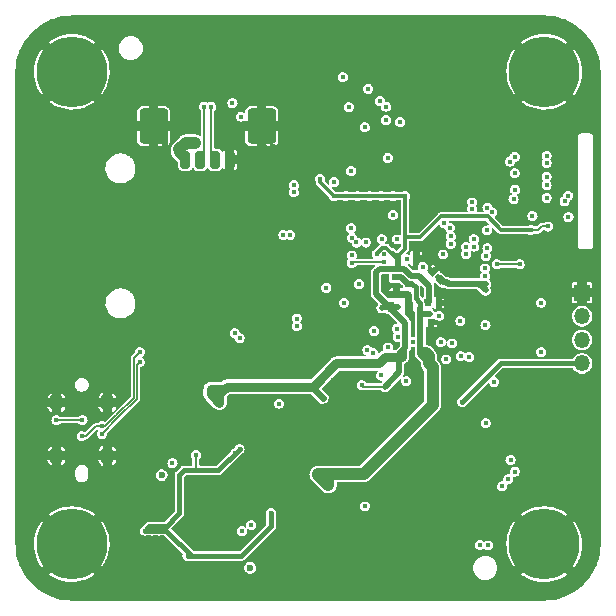
<source format=gbl>
G04 #@! TF.GenerationSoftware,KiCad,Pcbnew,6.0.0-d3dd2cf0fa~116~ubuntu20.04.1*
G04 #@! TF.CreationDate,2022-01-19T00:48:52+01:00*
G04 #@! TF.ProjectId,OtterCam-s3,4f747465-7243-4616-9d2d-73332e6b6963,rev?*
G04 #@! TF.SameCoordinates,Original*
G04 #@! TF.FileFunction,Copper,L4,Bot*
G04 #@! TF.FilePolarity,Positive*
%FSLAX46Y46*%
G04 Gerber Fmt 4.6, Leading zero omitted, Abs format (unit mm)*
G04 Created by KiCad (PCBNEW 6.0.0-d3dd2cf0fa~116~ubuntu20.04.1) date 2022-01-19 00:48:52*
%MOMM*%
%LPD*%
G01*
G04 APERTURE LIST*
G04 Aperture macros list*
%AMRoundRect*
0 Rectangle with rounded corners*
0 $1 Rounding radius*
0 $2 $3 $4 $5 $6 $7 $8 $9 X,Y pos of 4 corners*
0 Add a 4 corners polygon primitive as box body*
4,1,4,$2,$3,$4,$5,$6,$7,$8,$9,$2,$3,0*
0 Add four circle primitives for the rounded corners*
1,1,$1+$1,$2,$3*
1,1,$1+$1,$4,$5*
1,1,$1+$1,$6,$7*
1,1,$1+$1,$8,$9*
0 Add four rect primitives between the rounded corners*
20,1,$1+$1,$2,$3,$4,$5,0*
20,1,$1+$1,$4,$5,$6,$7,0*
20,1,$1+$1,$6,$7,$8,$9,0*
20,1,$1+$1,$8,$9,$2,$3,0*%
%AMRotRect*
0 Rectangle, with rotation*
0 The origin of the aperture is its center*
0 $1 length*
0 $2 width*
0 $3 Rotation angle, in degrees counterclockwise*
0 Add horizontal line*
21,1,$1,$2,0,0,$3*%
G04 Aperture macros list end*
G04 #@! TA.AperFunction,ComponentPad*
%ADD10R,1.350000X1.350000*%
G04 #@! TD*
G04 #@! TA.AperFunction,ComponentPad*
%ADD11O,1.350000X1.350000*%
G04 #@! TD*
G04 #@! TA.AperFunction,ComponentPad*
%ADD12O,1.200000X1.500000*%
G04 #@! TD*
G04 #@! TA.AperFunction,SMDPad,CuDef*
%ADD13R,0.600000X0.900000*%
G04 #@! TD*
G04 #@! TA.AperFunction,SMDPad,CuDef*
%ADD14R,0.500000X0.600000*%
G04 #@! TD*
G04 #@! TA.AperFunction,SMDPad,CuDef*
%ADD15R,0.600000X0.500000*%
G04 #@! TD*
G04 #@! TA.AperFunction,SMDPad,CuDef*
%ADD16RotRect,0.500000X0.600000X135.000000*%
G04 #@! TD*
G04 #@! TA.AperFunction,SMDPad,CuDef*
%ADD17R,0.900000X0.600000*%
G04 #@! TD*
G04 #@! TA.AperFunction,ComponentPad*
%ADD18C,0.800000*%
G04 #@! TD*
G04 #@! TA.AperFunction,ComponentPad*
%ADD19C,6.000000*%
G04 #@! TD*
G04 #@! TA.AperFunction,SMDPad,CuDef*
%ADD20RoundRect,0.200000X-0.200000X-0.550000X0.200000X-0.550000X0.200000X0.550000X-0.200000X0.550000X0*%
G04 #@! TD*
G04 #@! TA.AperFunction,SMDPad,CuDef*
%ADD21RoundRect,0.285600X-0.914400X-1.214400X0.914400X-1.214400X0.914400X1.214400X-0.914400X1.214400X0*%
G04 #@! TD*
G04 #@! TA.AperFunction,ViaPad*
%ADD22C,0.600000*%
G04 #@! TD*
G04 #@! TA.AperFunction,ViaPad*
%ADD23C,0.450000*%
G04 #@! TD*
G04 #@! TA.AperFunction,Conductor*
%ADD24C,0.500000*%
G04 #@! TD*
G04 #@! TA.AperFunction,Conductor*
%ADD25C,0.400000*%
G04 #@! TD*
G04 #@! TA.AperFunction,Conductor*
%ADD26C,0.200000*%
G04 #@! TD*
G04 #@! TA.AperFunction,Conductor*
%ADD27C,0.600000*%
G04 #@! TD*
G04 #@! TA.AperFunction,Conductor*
%ADD28C,0.300000*%
G04 #@! TD*
G04 #@! TA.AperFunction,Conductor*
%ADD29C,0.800000*%
G04 #@! TD*
G04 #@! TA.AperFunction,Conductor*
%ADD30C,0.127000*%
G04 #@! TD*
G04 #@! TA.AperFunction,Conductor*
%ADD31C,1.000000*%
G04 #@! TD*
G04 APERTURE END LIST*
D10*
X98200000Y-73700000D03*
D11*
X98200000Y-75700000D03*
X98200000Y-77700000D03*
X98200000Y-79700000D03*
D12*
X53700000Y-87500000D03*
X58000000Y-83000000D03*
X53700000Y-83000000D03*
X58000000Y-87500000D03*
D13*
X82050000Y-74900000D03*
X83550000Y-74900000D03*
D14*
X84510000Y-76150000D03*
X85450000Y-76150000D03*
D15*
X83500000Y-72930000D03*
X83500000Y-73870000D03*
D16*
X86232340Y-72632340D03*
X85567660Y-71967660D03*
D17*
X82500000Y-72350000D03*
X82500000Y-73850000D03*
D13*
X82650000Y-70800000D03*
X84150000Y-70800000D03*
D18*
X55000000Y-57250000D03*
X56590990Y-56590990D03*
D19*
X55000000Y-55000000D03*
D18*
X56590990Y-53409010D03*
X57250000Y-55000000D03*
X53409010Y-53409010D03*
X52750000Y-55000000D03*
X53409010Y-56590990D03*
X55000000Y-52750000D03*
X56590990Y-96590990D03*
X56590990Y-93409010D03*
X52750000Y-95000000D03*
X55000000Y-92750000D03*
X57250000Y-95000000D03*
X53409010Y-96590990D03*
X55000000Y-97250000D03*
D19*
X55000000Y-95000000D03*
D18*
X53409010Y-93409010D03*
D19*
X95000000Y-55000000D03*
D18*
X95000000Y-52750000D03*
X95000000Y-57250000D03*
X96590990Y-56590990D03*
X97250000Y-55000000D03*
X92750000Y-55000000D03*
X93409010Y-53409010D03*
X96590990Y-53409010D03*
X93409010Y-56590990D03*
X92750000Y-95000000D03*
X97250000Y-95000000D03*
D19*
X95000000Y-95000000D03*
D18*
X96590990Y-96590990D03*
X96590990Y-93409010D03*
X95000000Y-97250000D03*
X93409010Y-93409010D03*
X93409010Y-96590990D03*
X95000000Y-92750000D03*
D14*
X85130000Y-74600000D03*
X86070000Y-74600000D03*
D20*
X64625000Y-62450000D03*
X65875000Y-62450000D03*
X67125000Y-62450000D03*
X68375000Y-62450000D03*
D21*
X71075000Y-59600000D03*
X61925000Y-59600000D03*
D22*
X64800000Y-97800000D03*
X94300000Y-65150000D03*
X75200000Y-85200000D03*
X95350000Y-86950000D03*
X73200000Y-83400000D03*
X76600000Y-77400000D03*
X97800000Y-70650000D03*
X66500000Y-70800000D03*
X77200000Y-81200000D03*
X74200000Y-78600000D03*
X81800000Y-56950000D03*
X78100000Y-68700000D03*
X65800000Y-74600000D03*
X69100000Y-74300000D03*
X72000000Y-66900000D03*
X60000000Y-71000000D03*
X71400000Y-75850000D03*
X72600000Y-72000000D03*
X81800000Y-61350000D03*
X69200000Y-53600000D03*
X67700000Y-92350000D03*
X60000000Y-70000000D03*
X66500000Y-63900000D03*
X86450000Y-85850000D03*
X68000000Y-80600000D03*
X67700000Y-89950000D03*
X61850000Y-90100000D03*
X71400000Y-69700000D03*
X81750000Y-93050000D03*
X73600000Y-86800000D03*
X63800000Y-74600000D03*
X72000000Y-66100000D03*
X75000000Y-83600000D03*
X68250000Y-97800000D03*
D23*
X85900000Y-73600000D03*
D22*
X72000000Y-88000000D03*
X93150000Y-73150000D03*
X94300000Y-66450000D03*
X69000000Y-60200000D03*
X64450000Y-79150000D03*
X60000000Y-73000000D03*
X62800000Y-74600000D03*
X70025000Y-77225000D03*
X65300000Y-89950000D03*
X76100000Y-75750000D03*
X68400000Y-63600000D03*
X69900000Y-63500000D03*
X82400000Y-90000000D03*
X79500000Y-58850000D03*
X92850000Y-82800000D03*
X90350000Y-87800000D03*
X80650000Y-91850000D03*
X77000000Y-92400000D03*
X91050000Y-75200000D03*
D23*
X84645011Y-73600000D03*
D22*
X60850000Y-88950000D03*
D23*
X80650000Y-62300000D03*
D22*
X85500000Y-60600000D03*
X76600000Y-68800000D03*
D23*
X83840499Y-75440493D03*
D22*
X78500000Y-60050000D03*
X57300000Y-61900000D03*
X76750000Y-91150000D03*
D23*
X87200000Y-72300000D03*
X81350000Y-72350000D03*
D22*
X51500000Y-64900000D03*
X75000000Y-91400000D03*
X72000000Y-86800000D03*
X78550000Y-62400000D03*
X73900000Y-66000000D03*
X79700000Y-63250000D03*
X78100000Y-93300000D03*
X66800000Y-74600000D03*
X78200000Y-91600000D03*
X57300000Y-59400000D03*
X90400000Y-89900000D03*
X54200000Y-59400000D03*
D23*
X87250000Y-74850000D03*
D22*
X67250000Y-78150000D03*
X78950000Y-54550000D03*
X62275000Y-80550000D03*
X93350000Y-69250000D03*
X61250000Y-77825000D03*
X82300000Y-58650000D03*
X73900000Y-66800000D03*
X93550000Y-76500000D03*
D23*
X80750000Y-60300000D03*
D22*
X75600000Y-84400000D03*
X71250000Y-61350000D03*
X86800000Y-82800000D03*
X66500000Y-92350000D03*
D23*
X83714984Y-78800000D03*
D22*
X55200000Y-64900000D03*
D23*
X83714988Y-79325000D03*
D22*
X77600000Y-78600000D03*
X66000000Y-80600000D03*
X64500000Y-85000000D03*
X51500000Y-72900000D03*
X66500000Y-90000000D03*
D23*
X87200000Y-73600000D03*
D22*
X84750000Y-87400000D03*
X72000000Y-65300000D03*
X60400000Y-94050000D03*
X70000000Y-80600000D03*
X65500000Y-85000000D03*
X74200000Y-78600000D03*
X61250000Y-88050000D03*
X86700000Y-94500000D03*
X60850000Y-89650000D03*
X76350000Y-53100000D03*
D23*
X90000000Y-67850000D03*
D22*
X55200000Y-70500000D03*
D23*
X80200000Y-70500000D03*
D22*
X97100000Y-84100000D03*
X63650000Y-96600000D03*
D23*
X79400000Y-67800000D03*
D22*
X58550000Y-81200000D03*
X72200000Y-96800000D03*
X60500000Y-96050000D03*
X57200000Y-75900000D03*
X75500000Y-61300000D03*
X78500000Y-80600000D03*
X88450000Y-53900000D03*
X73600000Y-88000000D03*
X73700000Y-74050000D03*
X60000000Y-72000000D03*
X68200000Y-60600000D03*
X86500000Y-59200000D03*
X74300000Y-73300000D03*
X83700000Y-91200000D03*
X90250000Y-60050000D03*
X68700000Y-76300000D03*
X54200000Y-61900000D03*
X92150000Y-67600000D03*
X55200000Y-72900000D03*
X94350000Y-63300000D03*
X54200000Y-75900000D03*
X92800000Y-81550000D03*
X71300000Y-73600000D03*
X63650000Y-98300000D03*
X67100000Y-97800000D03*
X75250000Y-77400000D03*
X95500000Y-73600000D03*
D23*
X78950000Y-75650000D03*
D22*
X62500000Y-82000000D03*
X73800000Y-92400000D03*
X62500000Y-96000000D03*
X61150000Y-81350000D03*
D23*
X79350000Y-77550000D03*
D22*
X72200000Y-53600000D03*
X65500000Y-59900000D03*
X90350000Y-85750000D03*
D23*
X84600000Y-69700000D03*
X83950000Y-71599996D03*
D22*
X61500000Y-85000000D03*
X92950000Y-83750000D03*
X62500000Y-85000000D03*
D23*
X88800000Y-64000000D03*
D22*
X55200000Y-67300000D03*
X76300000Y-70400000D03*
X70000000Y-84600000D03*
X75000000Y-86500000D03*
X73800000Y-93600000D03*
X70000000Y-83400000D03*
X86700000Y-95750000D03*
X65950000Y-97800000D03*
X62900000Y-61100000D03*
X75700000Y-87200000D03*
X57200000Y-78400000D03*
X72000000Y-67800000D03*
X72000000Y-63700000D03*
X94150000Y-82800000D03*
X84400000Y-64000000D03*
X62500000Y-84000000D03*
X79050000Y-57400000D03*
X69100000Y-75200000D03*
X62500000Y-83000000D03*
X66500000Y-72100000D03*
X69200000Y-82600000D03*
D23*
X93850000Y-67800000D03*
D22*
X76400000Y-87900000D03*
X72000000Y-61350000D03*
X51500000Y-67300000D03*
X62200000Y-91400000D03*
X59450000Y-94050000D03*
D23*
X86100000Y-79000000D03*
D22*
X76800000Y-63600000D03*
D23*
X86659499Y-76309506D03*
D22*
X70000000Y-94400000D03*
X54200000Y-78400000D03*
X72900000Y-61150000D03*
X61200000Y-62800000D03*
D23*
X85250000Y-70350000D03*
D22*
X61500000Y-96000000D03*
X94250000Y-61000000D03*
X74200000Y-80600000D03*
X58650000Y-78850000D03*
X51500000Y-70500000D03*
X68225000Y-79000000D03*
X65300000Y-92350000D03*
X86100000Y-54450000D03*
X95200000Y-82750000D03*
X82900000Y-54500000D03*
D23*
X82109510Y-69590494D03*
D22*
X67700000Y-91200000D03*
X65300000Y-91200000D03*
X97950000Y-59450000D03*
X74500000Y-71700000D03*
X84400000Y-80200000D03*
D23*
X87812867Y-70350712D03*
D22*
X62500000Y-86450000D03*
X95450000Y-70250000D03*
X91550000Y-73200000D03*
X72000000Y-64600000D03*
X75800000Y-79800000D03*
X94350000Y-88100000D03*
X79700000Y-61300000D03*
X71600000Y-83400000D03*
D23*
X90150000Y-62650000D03*
D22*
X96450000Y-76650000D03*
X59500000Y-96050000D03*
X74500000Y-70500000D03*
X77600000Y-82400000D03*
D23*
X95350000Y-68700000D03*
D22*
X87850000Y-61500000D03*
X66500000Y-73400000D03*
D23*
X89200000Y-78149998D03*
X83950000Y-69700000D03*
D22*
X64800000Y-74600000D03*
X60500000Y-85000000D03*
D23*
X85300000Y-71700000D03*
D22*
X64900000Y-77800000D03*
D23*
X82750000Y-73700000D03*
X83200000Y-65515002D03*
X81200000Y-65515002D03*
X93850000Y-68400000D03*
X76250000Y-82600000D03*
X67500000Y-83050000D03*
X77200000Y-65550000D03*
X88050000Y-82950000D03*
X82619976Y-74897756D03*
X80200000Y-65515002D03*
X81240500Y-75009507D03*
X75750000Y-82100000D03*
X75999998Y-64050000D03*
X79200000Y-65515002D03*
X82700000Y-79400000D03*
X82700000Y-78900000D03*
X82200000Y-80900000D03*
X79550000Y-81550000D03*
X81500000Y-81655002D03*
X78200000Y-65515002D03*
X66750000Y-81850000D03*
X82200000Y-65515002D03*
X82100000Y-70350000D03*
X67500000Y-82300000D03*
X85020116Y-74400584D03*
X80809497Y-70459505D03*
X95350000Y-68100000D03*
X68850000Y-87300000D03*
X64800000Y-96000000D03*
X69200010Y-86950000D03*
X68250000Y-96000000D03*
X71850000Y-93500000D03*
X67100000Y-96000000D03*
X62400000Y-93850000D03*
X71850000Y-92350000D03*
X65500000Y-87450000D03*
X61200000Y-93850000D03*
X61800000Y-93850000D03*
D22*
X64000000Y-61600000D03*
X65500000Y-61000000D03*
X64600000Y-61000000D03*
D23*
X82651958Y-72336774D03*
D22*
X75800000Y-89050000D03*
D23*
X81459500Y-70459507D03*
X85000000Y-78850000D03*
X85288182Y-75483883D03*
X83400000Y-72850000D03*
D22*
X76725000Y-90000000D03*
D23*
X85000000Y-79400000D03*
D22*
X76725000Y-89050000D03*
D23*
X84500000Y-75000000D03*
X79300000Y-72974654D03*
X63525000Y-88150000D03*
D22*
X70100000Y-97000000D03*
D23*
X81459508Y-71109500D03*
X76550000Y-73300000D03*
X78700008Y-71200000D03*
D22*
X62600000Y-89150000D03*
D23*
X78050000Y-74550000D03*
X72550000Y-83100000D03*
X74050000Y-75900000D03*
X74050000Y-76550000D03*
X90050000Y-73500000D03*
X90050000Y-72950000D03*
X86000000Y-72400000D03*
X90050000Y-72950000D03*
X86435499Y-72830100D03*
X92915002Y-71300000D03*
X90984998Y-71300000D03*
X84714501Y-71530100D03*
X90050000Y-70625000D03*
X79895933Y-69450642D03*
X78650000Y-68250000D03*
X69204001Y-77554001D03*
X79104001Y-69454001D03*
X68795999Y-77145999D03*
X78695999Y-69045999D03*
X77200000Y-64350000D03*
X82200000Y-67100000D03*
X81600000Y-59100000D03*
X77949996Y-55450000D03*
X81750000Y-62300000D03*
X78450000Y-58000000D03*
X81100000Y-57450000D03*
X80099996Y-56450000D03*
X79800000Y-59700000D03*
X81600000Y-57950000D03*
X78650000Y-63400000D03*
X82800000Y-59250002D03*
X57550004Y-85000000D03*
X60750000Y-78750000D03*
X55850000Y-85850000D03*
X57550000Y-85650000D03*
X60750000Y-79600000D03*
X55900002Y-84500000D03*
X53700000Y-84500000D03*
X86551263Y-67831556D03*
X73488500Y-68800000D03*
X87000002Y-68200000D03*
X72911500Y-68800000D03*
X73800000Y-65200000D03*
X87090498Y-68940492D03*
X87082810Y-69586763D03*
X73800000Y-64600000D03*
X92400000Y-65800000D03*
X95200000Y-65700000D03*
X69400000Y-93900000D03*
X66800000Y-57950000D03*
X86241334Y-77897011D03*
X92500000Y-62200000D03*
X95200000Y-62100000D03*
X90195999Y-66495999D03*
X95200000Y-64600000D03*
X88900000Y-66638500D03*
X95200000Y-63900000D03*
X92100000Y-62601490D03*
X95200006Y-62699994D03*
X92529750Y-64978252D03*
X90604001Y-66904001D03*
X94000000Y-67200000D03*
X97050000Y-67300000D03*
X83900000Y-77900000D03*
X70200000Y-93400000D03*
X66200002Y-57950000D03*
X88900000Y-66061500D03*
X92500000Y-63600000D03*
X87900000Y-76100000D03*
X89550000Y-95050000D03*
X82540501Y-76740493D03*
X94750000Y-74550000D03*
X94750000Y-78750000D03*
X82583892Y-77461813D03*
X90000000Y-71650000D03*
X96725000Y-65975000D03*
X97025000Y-65500000D03*
X90000000Y-72300000D03*
X90150000Y-68400000D03*
X90250000Y-95100000D03*
X80519553Y-78832907D03*
X81200000Y-80715002D03*
X83315002Y-81200000D03*
X80590502Y-76959507D03*
X81777175Y-78342766D03*
X80024785Y-78570575D03*
X87200000Y-78000000D03*
X86700000Y-79350000D03*
X89040500Y-69159508D03*
X92500000Y-88850000D03*
X90750000Y-81250000D03*
X88650000Y-79150000D03*
X79800000Y-91800000D03*
X78700000Y-70550000D03*
X81240503Y-69159505D03*
X90185512Y-69950000D03*
X86440500Y-70459507D03*
X82505503Y-69194497D03*
X68600000Y-57650000D03*
X69300000Y-58800000D03*
X83418488Y-70886161D03*
X91450000Y-90100006D03*
X88378902Y-69834678D03*
X88390502Y-70459506D03*
X87936865Y-79086865D03*
X91950000Y-89500000D03*
X89051926Y-69803639D03*
X92150000Y-87850000D03*
X90025000Y-76425000D03*
X90050000Y-84750000D03*
X86100000Y-75650000D03*
D24*
X82500000Y-73850000D02*
X83480000Y-73850000D01*
D25*
X83550000Y-75149994D02*
X83840499Y-75440493D01*
D24*
X83550000Y-73920000D02*
X83500000Y-73870000D01*
D26*
X85300000Y-71700000D02*
X85567660Y-71967660D01*
D25*
X83550000Y-74900000D02*
X83550000Y-75149994D01*
D24*
X83550000Y-74900000D02*
X83550000Y-73920000D01*
X83480000Y-73850000D02*
X83500000Y-73870000D01*
D27*
X75750000Y-82100000D02*
X76025001Y-82375001D01*
D25*
X98200000Y-79700000D02*
X91300000Y-79700000D01*
D24*
X83139999Y-71689999D02*
X82960001Y-71689999D01*
X82700000Y-80455002D02*
X81500000Y-81655002D01*
X82650000Y-75650000D02*
X83250000Y-76250000D01*
D28*
X77165002Y-65515002D02*
X75999998Y-64349998D01*
D26*
X94800000Y-68100000D02*
X94500000Y-68400000D01*
D24*
X83250000Y-78350000D02*
X82700000Y-78900000D01*
X82960001Y-71689999D02*
X81761999Y-71689999D01*
D29*
X77400000Y-79700000D02*
X75450000Y-81650000D01*
D28*
X91350000Y-68400000D02*
X90200000Y-67250000D01*
D24*
X82301778Y-74897756D02*
X82619976Y-74897756D01*
X81850000Y-74900000D02*
X82050000Y-74900000D01*
D28*
X82550000Y-70650000D02*
X82550000Y-70800000D01*
X78200000Y-65515002D02*
X77165002Y-65515002D01*
D29*
X81000000Y-79700000D02*
X77400000Y-79700000D01*
D24*
X80764999Y-73814999D02*
X81850000Y-74900000D01*
D30*
X79655002Y-81655002D02*
X79550000Y-81550000D01*
D26*
X94500000Y-68400000D02*
X93850000Y-68400000D01*
D29*
X68150000Y-81650000D02*
X67500000Y-82300000D01*
D24*
X82052244Y-74897756D02*
X82301778Y-74897756D01*
D28*
X75999998Y-64349998D02*
X75999998Y-64050000D01*
D30*
X81500000Y-81655002D02*
X79655002Y-81655002D01*
D24*
X83700000Y-72250000D02*
X83139999Y-71689999D01*
D28*
X83200000Y-68900000D02*
X83200000Y-70000000D01*
D24*
X82700000Y-79400000D02*
X83100000Y-79000000D01*
D28*
X83250000Y-68950000D02*
X83200000Y-68900000D01*
X83200000Y-65515002D02*
X78200000Y-65515002D01*
X82067795Y-70350000D02*
X82100000Y-70350000D01*
D24*
X85130000Y-74600000D02*
X85250000Y-74480000D01*
X81350007Y-74900000D02*
X81240500Y-75009507D01*
D28*
X80809497Y-70459505D02*
X80809497Y-70390503D01*
D29*
X75450000Y-81650000D02*
X68150000Y-81650000D01*
D24*
X81761999Y-71689999D02*
X81757497Y-71694501D01*
X82050000Y-74900000D02*
X82052244Y-74897756D01*
X85250000Y-74480000D02*
X85250000Y-73100000D01*
D28*
X80809497Y-70390503D02*
X81300000Y-69900000D01*
X83200000Y-65515002D02*
X83200000Y-68900000D01*
D26*
X85130000Y-74600000D02*
X85130000Y-74510468D01*
D24*
X85250000Y-73100000D02*
X84400000Y-72250000D01*
D28*
X93850000Y-68400000D02*
X91350000Y-68400000D01*
D27*
X75450000Y-81650000D02*
X75450000Y-81800000D01*
D24*
X82700000Y-79400000D02*
X82700000Y-80455002D01*
X80764999Y-71985001D02*
X80764999Y-73814999D01*
D28*
X83250000Y-69000000D02*
X83250000Y-68950000D01*
D24*
X81055499Y-71694501D02*
X80764999Y-71985001D01*
D28*
X90200000Y-67250000D02*
X86250000Y-67250000D01*
D29*
X67950000Y-81850000D02*
X68150000Y-81650000D01*
D24*
X83250000Y-76250000D02*
X83250000Y-78350000D01*
D25*
X91300000Y-79700000D02*
X88050000Y-82950000D01*
D26*
X85130000Y-74510468D02*
X85020116Y-74400584D01*
D24*
X82050000Y-75050000D02*
X82650000Y-75650000D01*
D27*
X75450000Y-81800000D02*
X75750000Y-82100000D01*
D24*
X82050000Y-74900000D02*
X81350007Y-74900000D01*
D28*
X81617795Y-69900000D02*
X82067795Y-70350000D01*
D24*
X81757497Y-71694501D02*
X81055499Y-71694501D01*
X82650000Y-71689999D02*
X82650000Y-70900000D01*
X84400000Y-72250000D02*
X83700000Y-72250000D01*
X82050000Y-74900000D02*
X82050000Y-75050000D01*
D29*
X82950000Y-79150000D02*
X81550000Y-79150000D01*
X67500000Y-82300000D02*
X67500000Y-83050000D01*
D28*
X86250000Y-67250000D02*
X84500000Y-69000000D01*
X83200000Y-70000000D02*
X82550000Y-70650000D01*
D24*
X82960001Y-71689999D02*
X82650000Y-71689999D01*
D25*
X82100000Y-70350000D02*
X82550000Y-70800000D01*
D26*
X95350000Y-68100000D02*
X94800000Y-68100000D01*
D29*
X66750000Y-81850000D02*
X66750000Y-82300000D01*
D24*
X83100000Y-79000000D02*
X83100000Y-78500000D01*
D28*
X84500000Y-69000000D02*
X83250000Y-69000000D01*
D27*
X76025001Y-82375001D02*
X76250000Y-82600000D01*
D29*
X66750000Y-81850000D02*
X67950000Y-81850000D01*
D28*
X81300000Y-69900000D02*
X81617795Y-69900000D01*
D29*
X66750000Y-82300000D02*
X67500000Y-83050000D01*
D24*
X83100000Y-78500000D02*
X83250000Y-78350000D01*
D29*
X81550000Y-79150000D02*
X81000000Y-79700000D01*
D25*
X62400000Y-93850000D02*
X61200000Y-93850000D01*
X64100000Y-92400000D02*
X62850000Y-93650000D01*
X65150000Y-96000000D02*
X63000000Y-93850000D01*
X61800000Y-93850000D02*
X61200000Y-93850000D01*
X64100000Y-89150000D02*
X64100000Y-92400000D01*
D26*
X65500000Y-88750000D02*
X65500000Y-87450000D01*
D25*
X61200000Y-93850000D02*
X61550000Y-93500000D01*
X64500000Y-88750000D02*
X64100000Y-89150000D01*
X62700000Y-93550000D02*
X62400000Y-93850000D01*
X69200010Y-86950000D02*
X67400010Y-88750000D01*
X62950000Y-93550000D02*
X62700000Y-93550000D01*
X62900000Y-93500000D02*
X62950000Y-93550000D01*
X67100000Y-96000000D02*
X65150000Y-96000000D01*
X65500000Y-88750000D02*
X64500000Y-88750000D01*
X61550000Y-93500000D02*
X62900000Y-93500000D01*
X68250000Y-96000000D02*
X69350000Y-96000000D01*
X67400010Y-88750000D02*
X65500000Y-88750000D01*
X71850000Y-93500000D02*
X71850000Y-92350000D01*
X63000000Y-93850000D02*
X62400000Y-93850000D01*
X69350000Y-96000000D02*
X71850000Y-93500000D01*
X65150000Y-96000000D02*
X64800000Y-96000000D01*
X68250000Y-96000000D02*
X67100000Y-96000000D01*
D31*
X64100000Y-61550000D02*
X64650000Y-61000000D01*
D29*
X64000000Y-61825000D02*
X64000000Y-61600000D01*
D31*
X64650000Y-61000000D02*
X64800000Y-61000000D01*
X64800000Y-61000000D02*
X65400000Y-61000000D01*
D29*
X64625000Y-62450000D02*
X64000000Y-61825000D01*
D31*
X75825000Y-89100000D02*
X75875000Y-89050000D01*
D24*
X84969984Y-75483883D02*
X85288182Y-75483883D01*
D25*
X84110001Y-74151999D02*
X84500000Y-74541998D01*
D31*
X85000000Y-78850000D02*
X85225000Y-79075000D01*
X76725000Y-89050000D02*
X76725000Y-90000000D01*
D24*
X82906774Y-72336774D02*
X83500000Y-72930000D01*
X82651958Y-72336774D02*
X82906774Y-72336774D01*
X84500000Y-75318198D02*
X84665685Y-75483883D01*
D31*
X75875000Y-89050000D02*
X76725000Y-89050000D01*
D25*
X84110001Y-73241803D02*
X84110001Y-74151999D01*
D24*
X84500000Y-78400000D02*
X84950000Y-78850000D01*
X84500000Y-75000000D02*
X84500000Y-75318198D01*
D25*
X84500000Y-74541998D02*
X84500000Y-74681802D01*
D24*
X84500000Y-75318198D02*
X84500000Y-78400000D01*
D31*
X79700000Y-89050000D02*
X76725000Y-89050000D01*
X85225000Y-79075000D02*
X85225000Y-79700000D01*
X85225000Y-79700000D02*
X85550000Y-80025000D01*
D24*
X84500000Y-78400000D02*
X84500000Y-78900000D01*
D31*
X76725000Y-90000000D02*
X75825000Y-89100000D01*
X85550000Y-83200000D02*
X79700000Y-89050000D01*
D24*
X84950000Y-78850000D02*
X85000000Y-78850000D01*
D31*
X85550000Y-80025000D02*
X85550000Y-83200000D01*
D25*
X84500000Y-74681802D02*
X84500000Y-75000000D01*
D24*
X84500000Y-78900000D02*
X85000000Y-79400000D01*
D25*
X83400000Y-72850000D02*
X83718198Y-72850000D01*
D24*
X84665685Y-75483883D02*
X84969984Y-75483883D01*
D25*
X83718198Y-72850000D02*
X84110001Y-73241803D01*
D30*
X78790508Y-71109500D02*
X78700008Y-71200000D01*
X81459508Y-71109500D02*
X78790508Y-71109500D01*
D24*
X86435499Y-72830100D02*
X86753697Y-72830100D01*
D30*
X86500000Y-72900000D02*
X86232340Y-72632340D01*
D24*
X86753697Y-72830100D02*
X86873597Y-72950000D01*
X89600000Y-72950000D02*
X90050000Y-72950000D01*
X86000000Y-72400000D02*
X86005399Y-72400000D01*
X89600000Y-73050000D02*
X90050000Y-73500000D01*
X86873597Y-72950000D02*
X89600000Y-72950000D01*
X86005399Y-72400000D02*
X86435499Y-72830100D01*
X89600000Y-72950000D02*
X89600000Y-73050000D01*
D26*
X92915002Y-71300000D02*
X90984998Y-71300000D01*
D30*
X57550004Y-85000000D02*
X57850000Y-85000000D01*
X56200000Y-85850000D02*
X57050000Y-85000000D01*
X60250000Y-82600000D02*
X60250000Y-79250000D01*
X57050000Y-85000000D02*
X57550004Y-85000000D01*
X60250000Y-79250000D02*
X60750000Y-78750000D01*
X58752278Y-84097722D02*
X60250000Y-82600000D01*
X57850000Y-85000000D02*
X58752278Y-84097722D01*
X55850000Y-85850000D02*
X56200000Y-85850000D01*
X60500000Y-79850000D02*
X60750000Y-79600000D01*
X57550000Y-85650000D02*
X58950000Y-84250000D01*
X58950000Y-84250000D02*
X60500000Y-82700000D01*
X60500000Y-82700000D02*
X60500000Y-79850000D01*
X53700000Y-84500000D02*
X55900002Y-84500000D01*
X66800000Y-62275000D02*
X66800000Y-57950000D01*
X67125000Y-62600000D02*
X66800000Y-62275000D01*
X95200000Y-62700000D02*
X95200006Y-62699994D01*
X66200002Y-58268198D02*
X66200002Y-57950000D01*
X65875000Y-62400000D02*
X66200002Y-62074998D01*
X66200002Y-62074998D02*
X66200002Y-58268198D01*
G04 #@! TA.AperFunction,Conductor*
G36*
X94991224Y-50229128D02*
G01*
X95000000Y-50231480D01*
X95007947Y-50229351D01*
X95012087Y-50229351D01*
X95023986Y-50228048D01*
X95251130Y-50237965D01*
X95413283Y-50245045D01*
X95418701Y-50245519D01*
X95678453Y-50279716D01*
X95826110Y-50299156D01*
X95831479Y-50300102D01*
X96232686Y-50389047D01*
X96237953Y-50390459D01*
X96317714Y-50415608D01*
X96629865Y-50514028D01*
X96634978Y-50515889D01*
X96777940Y-50575106D01*
X97014636Y-50673149D01*
X97019577Y-50675453D01*
X97384077Y-50865200D01*
X97388799Y-50867926D01*
X97735372Y-51088718D01*
X97739838Y-51091845D01*
X98065866Y-51342014D01*
X98070043Y-51345519D01*
X98373008Y-51623136D01*
X98376860Y-51626988D01*
X98635931Y-51909713D01*
X98654481Y-51929957D01*
X98657986Y-51934134D01*
X98908155Y-52260162D01*
X98911282Y-52264628D01*
X99132074Y-52611201D01*
X99134800Y-52615923D01*
X99324547Y-52980423D01*
X99326851Y-52985364D01*
X99351792Y-53045577D01*
X99457248Y-53300168D01*
X99484109Y-53365017D01*
X99485972Y-53370135D01*
X99547447Y-53565110D01*
X99609541Y-53762047D01*
X99610953Y-53767314D01*
X99699898Y-54168521D01*
X99700844Y-54173890D01*
X99754480Y-54581292D01*
X99754955Y-54586717D01*
X99757327Y-54641025D01*
X99771952Y-54976014D01*
X99770649Y-54987913D01*
X99770649Y-54992053D01*
X99768520Y-55000000D01*
X99770872Y-55008776D01*
X99773000Y-55024947D01*
X99773000Y-94975053D01*
X99770872Y-94991224D01*
X99768520Y-95000000D01*
X99770649Y-95007947D01*
X99770649Y-95012087D01*
X99771952Y-95023986D01*
X99765216Y-95178267D01*
X99755752Y-95395050D01*
X99754956Y-95413276D01*
X99754481Y-95418701D01*
X99739823Y-95530035D01*
X99700844Y-95826110D01*
X99699898Y-95831479D01*
X99610953Y-96232686D01*
X99609541Y-96237953D01*
X99491430Y-96612556D01*
X99485974Y-96629859D01*
X99484111Y-96634978D01*
X99446235Y-96726418D01*
X99326851Y-97014636D01*
X99324547Y-97019577D01*
X99134800Y-97384077D01*
X99132074Y-97388799D01*
X98911282Y-97735372D01*
X98908155Y-97739838D01*
X98657986Y-98065866D01*
X98654481Y-98070043D01*
X98376864Y-98373008D01*
X98373008Y-98376864D01*
X98070043Y-98654481D01*
X98065866Y-98657986D01*
X97739838Y-98908155D01*
X97735372Y-98911282D01*
X97388799Y-99132074D01*
X97384077Y-99134800D01*
X97019577Y-99324547D01*
X97014636Y-99326851D01*
X96824810Y-99405480D01*
X96634978Y-99484111D01*
X96629865Y-99485972D01*
X96317714Y-99584392D01*
X96237953Y-99609541D01*
X96232686Y-99610953D01*
X95831479Y-99699898D01*
X95826110Y-99700844D01*
X95678453Y-99720284D01*
X95418701Y-99754481D01*
X95413283Y-99754955D01*
X95251130Y-99762035D01*
X95023986Y-99771952D01*
X95012087Y-99770649D01*
X95007947Y-99770649D01*
X95000000Y-99768520D01*
X94991224Y-99770872D01*
X94975053Y-99773000D01*
X55024947Y-99773000D01*
X55008776Y-99770872D01*
X55000000Y-99768520D01*
X54992053Y-99770649D01*
X54987913Y-99770649D01*
X54976014Y-99771952D01*
X54748870Y-99762035D01*
X54586717Y-99754955D01*
X54581299Y-99754481D01*
X54321547Y-99720284D01*
X54173890Y-99700844D01*
X54168521Y-99699898D01*
X53767314Y-99610953D01*
X53762047Y-99609541D01*
X53682286Y-99584392D01*
X53370135Y-99485972D01*
X53365022Y-99484111D01*
X53175190Y-99405480D01*
X52985364Y-99326851D01*
X52980423Y-99324547D01*
X52615923Y-99134800D01*
X52611201Y-99132074D01*
X52264628Y-98911282D01*
X52260162Y-98908155D01*
X51934134Y-98657986D01*
X51929957Y-98654481D01*
X51626992Y-98376864D01*
X51623136Y-98373008D01*
X51345519Y-98070043D01*
X51342014Y-98065866D01*
X51091845Y-97739838D01*
X51088718Y-97735372D01*
X50956971Y-97528571D01*
X53042264Y-97528571D01*
X53044528Y-97534037D01*
X53243631Y-97680828D01*
X53246549Y-97682738D01*
X53553406Y-97859902D01*
X53556519Y-97861474D01*
X53881214Y-98003330D01*
X53884479Y-98004544D01*
X54222964Y-98109323D01*
X54226344Y-98110166D01*
X54574394Y-98176559D01*
X54577856Y-98177021D01*
X54931147Y-98204206D01*
X54934616Y-98204278D01*
X55288741Y-98191912D01*
X55292200Y-98191597D01*
X55642734Y-98139835D01*
X55646161Y-98139131D01*
X55988720Y-98048623D01*
X55992040Y-98047545D01*
X56322385Y-97919412D01*
X56325566Y-97917969D01*
X56639568Y-97753814D01*
X56642569Y-97752025D01*
X56936330Y-97553881D01*
X56939086Y-97551789D01*
X56955019Y-97538229D01*
X56959353Y-97529759D01*
X56957102Y-97522788D01*
X56428137Y-96993823D01*
X69594391Y-96993823D01*
X69594968Y-96998236D01*
X69594968Y-96998238D01*
X69597125Y-97014729D01*
X69612980Y-97135979D01*
X69614773Y-97140054D01*
X69642986Y-97204172D01*
X69670720Y-97267203D01*
X69673584Y-97270610D01*
X69760107Y-97373543D01*
X69760110Y-97373546D01*
X69762970Y-97376948D01*
X69882313Y-97456390D01*
X69886564Y-97457718D01*
X70014905Y-97497814D01*
X70014908Y-97497814D01*
X70019157Y-97499142D01*
X70023609Y-97499224D01*
X70023611Y-97499224D01*
X70094642Y-97500526D01*
X70162499Y-97501770D01*
X70300817Y-97464060D01*
X70422991Y-97389045D01*
X70519200Y-97282754D01*
X70581710Y-97153733D01*
X70584012Y-97140054D01*
X70604033Y-97021049D01*
X70605496Y-97012354D01*
X70605647Y-97000000D01*
X70604632Y-96992911D01*
X88984636Y-96992911D01*
X88984912Y-96995944D01*
X88984912Y-96995948D01*
X88997254Y-97131563D01*
X89002596Y-97190265D01*
X89003458Y-97193194D01*
X89003459Y-97193199D01*
X89057686Y-97377443D01*
X89058548Y-97380371D01*
X89150359Y-97555990D01*
X89274532Y-97710430D01*
X89426339Y-97837811D01*
X89469382Y-97861474D01*
X89597316Y-97931807D01*
X89597319Y-97931808D01*
X89599996Y-97933280D01*
X89788889Y-97993200D01*
X89791927Y-97993541D01*
X89791928Y-97993541D01*
X89836706Y-97998564D01*
X89943120Y-98010500D01*
X90049862Y-98010500D01*
X90197223Y-97996051D01*
X90386935Y-97938774D01*
X90423350Y-97919412D01*
X90559210Y-97847174D01*
X90559213Y-97847172D01*
X90561908Y-97845739D01*
X90715478Y-97720490D01*
X90841796Y-97567798D01*
X90843247Y-97565114D01*
X90843250Y-97565110D01*
X90863006Y-97528571D01*
X93042264Y-97528571D01*
X93044528Y-97534037D01*
X93243631Y-97680828D01*
X93246549Y-97682738D01*
X93553406Y-97859902D01*
X93556519Y-97861474D01*
X93881214Y-98003330D01*
X93884479Y-98004544D01*
X94222964Y-98109323D01*
X94226344Y-98110166D01*
X94574394Y-98176559D01*
X94577856Y-98177021D01*
X94931147Y-98204206D01*
X94934616Y-98204278D01*
X95288741Y-98191912D01*
X95292200Y-98191597D01*
X95642734Y-98139835D01*
X95646161Y-98139131D01*
X95988720Y-98048623D01*
X95992040Y-98047545D01*
X96322385Y-97919412D01*
X96325566Y-97917969D01*
X96639568Y-97753814D01*
X96642569Y-97752025D01*
X96936330Y-97553881D01*
X96939086Y-97551789D01*
X96955019Y-97538229D01*
X96959353Y-97529759D01*
X96957102Y-97522788D01*
X95008790Y-95574475D01*
X95000000Y-95570834D01*
X94991210Y-95574475D01*
X93045905Y-97519781D01*
X93042264Y-97528571D01*
X90863006Y-97528571D01*
X90934598Y-97396164D01*
X90936050Y-97393479D01*
X90994650Y-97204172D01*
X91015364Y-97007089D01*
X91010708Y-96955920D01*
X90997681Y-96812780D01*
X90997404Y-96809735D01*
X90996542Y-96806806D01*
X90996541Y-96806801D01*
X90942314Y-96622557D01*
X90942313Y-96622555D01*
X90941452Y-96619629D01*
X90849641Y-96444010D01*
X90725468Y-96289570D01*
X90573661Y-96162189D01*
X90468053Y-96104130D01*
X90402684Y-96068193D01*
X90402681Y-96068192D01*
X90400004Y-96066720D01*
X90211111Y-96006800D01*
X90208073Y-96006459D01*
X90208072Y-96006459D01*
X90150488Y-96000000D01*
X90056880Y-95989500D01*
X89950138Y-95989500D01*
X89802777Y-96003949D01*
X89613065Y-96061226D01*
X89610368Y-96062660D01*
X89440790Y-96152826D01*
X89440787Y-96152828D01*
X89438092Y-96154261D01*
X89284522Y-96279510D01*
X89282573Y-96281866D01*
X89191331Y-96392159D01*
X89158204Y-96432202D01*
X89156753Y-96434886D01*
X89156750Y-96434890D01*
X89121596Y-96499907D01*
X89063950Y-96606521D01*
X89059056Y-96622332D01*
X89011784Y-96775044D01*
X89005350Y-96795828D01*
X88984636Y-96992911D01*
X70604632Y-96992911D01*
X70585323Y-96858082D01*
X70525984Y-96727572D01*
X70432400Y-96618963D01*
X70312095Y-96540985D01*
X70299456Y-96537205D01*
X70265663Y-96527099D01*
X70174739Y-96499907D01*
X70103057Y-96499469D01*
X70035829Y-96499058D01*
X70035828Y-96499058D01*
X70031376Y-96499031D01*
X69893529Y-96538428D01*
X69772280Y-96614930D01*
X69769337Y-96618262D01*
X69769335Y-96618264D01*
X69733577Y-96658753D01*
X69677377Y-96722388D01*
X69616447Y-96852163D01*
X69594391Y-96993823D01*
X56428137Y-96993823D01*
X55008790Y-95574475D01*
X55000000Y-95570834D01*
X54991210Y-95574475D01*
X53045905Y-97519781D01*
X53042264Y-97528571D01*
X50956971Y-97528571D01*
X50867926Y-97388799D01*
X50865200Y-97384077D01*
X50675453Y-97019577D01*
X50673149Y-97014636D01*
X50553765Y-96726418D01*
X50515889Y-96634978D01*
X50514026Y-96629859D01*
X50508571Y-96612556D01*
X50390459Y-96237953D01*
X50389047Y-96232686D01*
X50300102Y-95831479D01*
X50299156Y-95826110D01*
X50260177Y-95530035D01*
X50245519Y-95418701D01*
X50245044Y-95413276D01*
X50244249Y-95395050D01*
X50234784Y-95178267D01*
X50228048Y-95023986D01*
X50229351Y-95012087D01*
X50229351Y-95007947D01*
X50231480Y-95000000D01*
X50229128Y-94991224D01*
X50227000Y-94975053D01*
X50227000Y-94956997D01*
X51795343Y-94956997D01*
X51810181Y-95311004D01*
X51810522Y-95314491D01*
X51864730Y-95664651D01*
X51865449Y-95668035D01*
X51958359Y-96009997D01*
X51959452Y-96013282D01*
X52089893Y-96342740D01*
X52091355Y-96345905D01*
X52257701Y-96658753D01*
X52259509Y-96661739D01*
X52459692Y-96954101D01*
X52461093Y-96955920D01*
X52468229Y-96959510D01*
X52478697Y-96955617D01*
X54425525Y-95008790D01*
X54429166Y-95000000D01*
X55570834Y-95000000D01*
X55574475Y-95008790D01*
X57519441Y-96953755D01*
X57528231Y-96957396D01*
X57533813Y-96955084D01*
X57668500Y-96775044D01*
X57670435Y-96772131D01*
X57849728Y-96466534D01*
X57851330Y-96463416D01*
X57995449Y-96139720D01*
X57996683Y-96136470D01*
X58103819Y-95798735D01*
X58104690Y-95795347D01*
X58173513Y-95447764D01*
X58173997Y-95444320D01*
X58203702Y-95090560D01*
X58203807Y-95088415D01*
X58205027Y-95001074D01*
X58204982Y-94998932D01*
X58185165Y-94644468D01*
X58184778Y-94641025D01*
X58125687Y-94291654D01*
X58124912Y-94288244D01*
X58027246Y-93947643D01*
X58026102Y-93944358D01*
X57987210Y-93850000D01*
X60769196Y-93850000D01*
X60769965Y-93854855D01*
X60784141Y-93944358D01*
X60790281Y-93983126D01*
X60792515Y-93987510D01*
X60792515Y-93987511D01*
X60815757Y-94033126D01*
X60851472Y-94103220D01*
X60946780Y-94198528D01*
X60951163Y-94200761D01*
X61062489Y-94257485D01*
X61062490Y-94257485D01*
X61066874Y-94259719D01*
X61071731Y-94260488D01*
X61071733Y-94260489D01*
X61195145Y-94280035D01*
X61200000Y-94280804D01*
X61333126Y-94259719D01*
X61337506Y-94257487D01*
X61337510Y-94257486D01*
X61337851Y-94257312D01*
X61338592Y-94257134D01*
X61342187Y-94255966D01*
X61342279Y-94256249D01*
X61366225Y-94250500D01*
X61633775Y-94250500D01*
X61657721Y-94256249D01*
X61657813Y-94255966D01*
X61661408Y-94257134D01*
X61662149Y-94257312D01*
X61662490Y-94257486D01*
X61662494Y-94257487D01*
X61666874Y-94259719D01*
X61800000Y-94280804D01*
X61933126Y-94259719D01*
X61937506Y-94257487D01*
X61937510Y-94257486D01*
X61937851Y-94257312D01*
X61938592Y-94257134D01*
X61942187Y-94255966D01*
X61942279Y-94256249D01*
X61966225Y-94250500D01*
X62233775Y-94250500D01*
X62257721Y-94256249D01*
X62257813Y-94255966D01*
X62261408Y-94257134D01*
X62262149Y-94257312D01*
X62262490Y-94257486D01*
X62262494Y-94257487D01*
X62266874Y-94259719D01*
X62400000Y-94280804D01*
X62533126Y-94259719D01*
X62537506Y-94257487D01*
X62537510Y-94257486D01*
X62537851Y-94257312D01*
X62538592Y-94257134D01*
X62542187Y-94255966D01*
X62542279Y-94256249D01*
X62566225Y-94250500D01*
X62808219Y-94250500D01*
X62852413Y-94268806D01*
X64378573Y-95794965D01*
X64396879Y-95839159D01*
X64393819Y-95858474D01*
X64392512Y-95862495D01*
X64390281Y-95866874D01*
X64369196Y-96000000D01*
X64369965Y-96004855D01*
X64379997Y-96068193D01*
X64390281Y-96133126D01*
X64392515Y-96137510D01*
X64392515Y-96137511D01*
X64421910Y-96195202D01*
X64451472Y-96253220D01*
X64546780Y-96348528D01*
X64551163Y-96350761D01*
X64662489Y-96407485D01*
X64662490Y-96407485D01*
X64666874Y-96409719D01*
X64671731Y-96410488D01*
X64671733Y-96410489D01*
X64782609Y-96428050D01*
X64793952Y-96429846D01*
X64795145Y-96430035D01*
X64800000Y-96430804D01*
X64933126Y-96409719D01*
X64937506Y-96407487D01*
X64937510Y-96407486D01*
X64937851Y-96407312D01*
X64938592Y-96407134D01*
X64942187Y-96405966D01*
X64942279Y-96406249D01*
X64966225Y-96400500D01*
X66933775Y-96400500D01*
X66957721Y-96406249D01*
X66957813Y-96405966D01*
X66961408Y-96407134D01*
X66962149Y-96407312D01*
X66962490Y-96407486D01*
X66962494Y-96407487D01*
X66966874Y-96409719D01*
X67100000Y-96430804D01*
X67233126Y-96409719D01*
X67237506Y-96407487D01*
X67237510Y-96407486D01*
X67237851Y-96407312D01*
X67238592Y-96407134D01*
X67242187Y-96405966D01*
X67242279Y-96406249D01*
X67266225Y-96400500D01*
X68083775Y-96400500D01*
X68107721Y-96406249D01*
X68107813Y-96405966D01*
X68111408Y-96407134D01*
X68112149Y-96407312D01*
X68112490Y-96407486D01*
X68112494Y-96407487D01*
X68116874Y-96409719D01*
X68250000Y-96430804D01*
X68383126Y-96409719D01*
X68387506Y-96407487D01*
X68387510Y-96407486D01*
X68387851Y-96407312D01*
X68388592Y-96407134D01*
X68392187Y-96405966D01*
X68392279Y-96406249D01*
X68416225Y-96400500D01*
X69413433Y-96400500D01*
X69439103Y-96392159D01*
X69448640Y-96389869D01*
X69470448Y-96386415D01*
X69475304Y-96385646D01*
X69479684Y-96383414D01*
X69479688Y-96383413D01*
X69499357Y-96373391D01*
X69508417Y-96369638D01*
X69529412Y-96362816D01*
X69534090Y-96361296D01*
X69555935Y-96345424D01*
X69564292Y-96340304D01*
X69583959Y-96330283D01*
X69588342Y-96328050D01*
X69610905Y-96305487D01*
X69610909Y-96305484D01*
X70866393Y-95050000D01*
X89119196Y-95050000D01*
X89140281Y-95183126D01*
X89142515Y-95187510D01*
X89142515Y-95187511D01*
X89165757Y-95233126D01*
X89201472Y-95303220D01*
X89296780Y-95398528D01*
X89354798Y-95428090D01*
X89412489Y-95457485D01*
X89412490Y-95457485D01*
X89416874Y-95459719D01*
X89421731Y-95460488D01*
X89421733Y-95460489D01*
X89545145Y-95480035D01*
X89550000Y-95480804D01*
X89554855Y-95480035D01*
X89678267Y-95460489D01*
X89678269Y-95460488D01*
X89683126Y-95459719D01*
X89687510Y-95457485D01*
X89687511Y-95457485D01*
X89745202Y-95428090D01*
X89803220Y-95398528D01*
X89830806Y-95370942D01*
X89875000Y-95352636D01*
X89919194Y-95370942D01*
X89996780Y-95448528D01*
X90001163Y-95450761D01*
X90112489Y-95507485D01*
X90112490Y-95507485D01*
X90116874Y-95509719D01*
X90121731Y-95510488D01*
X90121733Y-95510489D01*
X90245145Y-95530035D01*
X90250000Y-95530804D01*
X90254855Y-95530035D01*
X90378267Y-95510489D01*
X90378269Y-95510488D01*
X90383126Y-95509719D01*
X90387510Y-95507485D01*
X90387511Y-95507485D01*
X90498837Y-95450761D01*
X90503220Y-95448528D01*
X90598528Y-95353220D01*
X90659719Y-95233126D01*
X90680804Y-95100000D01*
X90664966Y-95000000D01*
X90660489Y-94971733D01*
X90660488Y-94971731D01*
X90659719Y-94966874D01*
X90654687Y-94956997D01*
X91795343Y-94956997D01*
X91810181Y-95311004D01*
X91810522Y-95314491D01*
X91864730Y-95664651D01*
X91865449Y-95668035D01*
X91958359Y-96009997D01*
X91959452Y-96013282D01*
X92089893Y-96342740D01*
X92091355Y-96345905D01*
X92257701Y-96658753D01*
X92259509Y-96661739D01*
X92459692Y-96954101D01*
X92461093Y-96955920D01*
X92468229Y-96959510D01*
X92478697Y-96955617D01*
X94425525Y-95008790D01*
X94429166Y-95000000D01*
X95570834Y-95000000D01*
X95574475Y-95008790D01*
X97519441Y-96953755D01*
X97528231Y-96957396D01*
X97533813Y-96955084D01*
X97668500Y-96775044D01*
X97670435Y-96772131D01*
X97849728Y-96466534D01*
X97851330Y-96463416D01*
X97995449Y-96139720D01*
X97996683Y-96136470D01*
X98103819Y-95798735D01*
X98104690Y-95795347D01*
X98173513Y-95447764D01*
X98173997Y-95444320D01*
X98203702Y-95090560D01*
X98203807Y-95088415D01*
X98205027Y-95001074D01*
X98204982Y-94998932D01*
X98185165Y-94644468D01*
X98184778Y-94641025D01*
X98125687Y-94291654D01*
X98124912Y-94288244D01*
X98027246Y-93947643D01*
X98026102Y-93944358D01*
X97891078Y-93616766D01*
X97889568Y-93613613D01*
X97718868Y-93303112D01*
X97717029Y-93300168D01*
X97537434Y-93045577D01*
X97529391Y-93040492D01*
X97523973Y-93041713D01*
X95574475Y-94991210D01*
X95570834Y-95000000D01*
X94429166Y-95000000D01*
X94425525Y-94991210D01*
X92479766Y-93045452D01*
X92470976Y-93041811D01*
X92465624Y-93044028D01*
X92306971Y-93262395D01*
X92305085Y-93265323D01*
X92130070Y-93573406D01*
X92128519Y-93576529D01*
X91988933Y-93902208D01*
X91987741Y-93905482D01*
X91885333Y-94244673D01*
X91884506Y-94248093D01*
X91820548Y-94596575D01*
X91820109Y-94600049D01*
X91795392Y-94953511D01*
X91795343Y-94956997D01*
X90654687Y-94956997D01*
X90600761Y-94851163D01*
X90598528Y-94846780D01*
X90503220Y-94751472D01*
X90400707Y-94699239D01*
X90387511Y-94692515D01*
X90387510Y-94692515D01*
X90383126Y-94690281D01*
X90378269Y-94689512D01*
X90378267Y-94689511D01*
X90254855Y-94669965D01*
X90250000Y-94669196D01*
X90245145Y-94669965D01*
X90121733Y-94689511D01*
X90121731Y-94689512D01*
X90116874Y-94690281D01*
X90112490Y-94692515D01*
X90112489Y-94692515D01*
X90099293Y-94699239D01*
X89996780Y-94751472D01*
X89969194Y-94779058D01*
X89925000Y-94797364D01*
X89880806Y-94779058D01*
X89803220Y-94701472D01*
X89739875Y-94669196D01*
X89687511Y-94642515D01*
X89687510Y-94642515D01*
X89683126Y-94640281D01*
X89678269Y-94639512D01*
X89678267Y-94639511D01*
X89554855Y-94619965D01*
X89550000Y-94619196D01*
X89545145Y-94619965D01*
X89421733Y-94639511D01*
X89421731Y-94639512D01*
X89416874Y-94640281D01*
X89412490Y-94642515D01*
X89412489Y-94642515D01*
X89360125Y-94669196D01*
X89296780Y-94701472D01*
X89201472Y-94796780D01*
X89140281Y-94916874D01*
X89139512Y-94921731D01*
X89139511Y-94921733D01*
X89128374Y-94992054D01*
X89119196Y-95050000D01*
X70866393Y-95050000D01*
X72024137Y-93892256D01*
X72039957Y-93880762D01*
X72103220Y-93848528D01*
X72198528Y-93753220D01*
X72238383Y-93675000D01*
X72257485Y-93637511D01*
X72257485Y-93637510D01*
X72259719Y-93633126D01*
X72262311Y-93616766D01*
X72280035Y-93504855D01*
X72280804Y-93500000D01*
X72259719Y-93366874D01*
X72257487Y-93362494D01*
X72257486Y-93362490D01*
X72257312Y-93362149D01*
X72257134Y-93361408D01*
X72255966Y-93357813D01*
X72256249Y-93357721D01*
X72250500Y-93333775D01*
X72250500Y-92516225D01*
X72256249Y-92492279D01*
X72255966Y-92492187D01*
X72257134Y-92488592D01*
X72257312Y-92487851D01*
X72257486Y-92487510D01*
X72257487Y-92487506D01*
X72259719Y-92483126D01*
X72261822Y-92469851D01*
X93039693Y-92469851D01*
X93040851Y-92475165D01*
X94991210Y-94425525D01*
X95000000Y-94429166D01*
X95008790Y-94425525D01*
X96955114Y-92479200D01*
X96958755Y-92470410D01*
X96956584Y-92465169D01*
X96718772Y-92294914D01*
X96715821Y-92293041D01*
X96406525Y-92120180D01*
X96403381Y-92118647D01*
X96076748Y-91981344D01*
X96073459Y-91980172D01*
X95733551Y-91880133D01*
X95730150Y-91879335D01*
X95381223Y-91817809D01*
X95377741Y-91817394D01*
X95024123Y-91795146D01*
X95020619Y-91795122D01*
X94666732Y-91812430D01*
X94663255Y-91812796D01*
X94313494Y-91869444D01*
X94310079Y-91870194D01*
X93968802Y-91965481D01*
X93965509Y-91966602D01*
X93636972Y-92099339D01*
X93633829Y-92100818D01*
X93322140Y-92269348D01*
X93319170Y-92271175D01*
X93044833Y-92461844D01*
X93039693Y-92469851D01*
X72261822Y-92469851D01*
X72280804Y-92350000D01*
X72271783Y-92293041D01*
X72260489Y-92221733D01*
X72260488Y-92221731D01*
X72259719Y-92216874D01*
X72256074Y-92209719D01*
X72200761Y-92101163D01*
X72198528Y-92096780D01*
X72103220Y-92001472D01*
X72032584Y-91965481D01*
X71987511Y-91942515D01*
X71987510Y-91942515D01*
X71983126Y-91940281D01*
X71978269Y-91939512D01*
X71978267Y-91939511D01*
X71854855Y-91919965D01*
X71850000Y-91919196D01*
X71845145Y-91919965D01*
X71721733Y-91939511D01*
X71721731Y-91939512D01*
X71716874Y-91940281D01*
X71712490Y-91942515D01*
X71712489Y-91942515D01*
X71667416Y-91965481D01*
X71596780Y-92001472D01*
X71501472Y-92096780D01*
X71499239Y-92101163D01*
X71443927Y-92209719D01*
X71440281Y-92216874D01*
X71439512Y-92221731D01*
X71439511Y-92221733D01*
X71428217Y-92293041D01*
X71419196Y-92350000D01*
X71440281Y-92483126D01*
X71442513Y-92487506D01*
X71442514Y-92487510D01*
X71442688Y-92487851D01*
X71442866Y-92488592D01*
X71444034Y-92492187D01*
X71443751Y-92492279D01*
X71449500Y-92516225D01*
X71449500Y-93308219D01*
X71431194Y-93352413D01*
X69202413Y-95581194D01*
X69158219Y-95599500D01*
X68416225Y-95599500D01*
X68392279Y-95593751D01*
X68392187Y-95594034D01*
X68388592Y-95592866D01*
X68387851Y-95592688D01*
X68387510Y-95592514D01*
X68387506Y-95592513D01*
X68383126Y-95590281D01*
X68250000Y-95569196D01*
X68116874Y-95590281D01*
X68112494Y-95592513D01*
X68112490Y-95592514D01*
X68112149Y-95592688D01*
X68111408Y-95592866D01*
X68107813Y-95594034D01*
X68107721Y-95593751D01*
X68083775Y-95599500D01*
X67266225Y-95599500D01*
X67242279Y-95593751D01*
X67242187Y-95594034D01*
X67238592Y-95592866D01*
X67237851Y-95592688D01*
X67237510Y-95592514D01*
X67237506Y-95592513D01*
X67233126Y-95590281D01*
X67100000Y-95569196D01*
X66966874Y-95590281D01*
X66962494Y-95592513D01*
X66962490Y-95592514D01*
X66962149Y-95592688D01*
X66961408Y-95592866D01*
X66957813Y-95594034D01*
X66957721Y-95593751D01*
X66933775Y-95599500D01*
X65341780Y-95599500D01*
X65297586Y-95581194D01*
X63616393Y-93900000D01*
X68969196Y-93900000D01*
X68969965Y-93904855D01*
X68976222Y-93944358D01*
X68990281Y-94033126D01*
X69051472Y-94153220D01*
X69146780Y-94248528D01*
X69164020Y-94257312D01*
X69262489Y-94307485D01*
X69262490Y-94307485D01*
X69266874Y-94309719D01*
X69271731Y-94310488D01*
X69271733Y-94310489D01*
X69395145Y-94330035D01*
X69400000Y-94330804D01*
X69404855Y-94330035D01*
X69528267Y-94310489D01*
X69528269Y-94310488D01*
X69533126Y-94309719D01*
X69537510Y-94307485D01*
X69537511Y-94307485D01*
X69635980Y-94257312D01*
X69653220Y-94248528D01*
X69748528Y-94153220D01*
X69809719Y-94033126D01*
X69823779Y-93944358D01*
X69830035Y-93904855D01*
X69830804Y-93900000D01*
X69822101Y-93845050D01*
X69810564Y-93772208D01*
X69821732Y-93725694D01*
X69862518Y-93700700D01*
X69909032Y-93711868D01*
X69916489Y-93718237D01*
X69946780Y-93748528D01*
X69951163Y-93750761D01*
X70062489Y-93807485D01*
X70062490Y-93807485D01*
X70066874Y-93809719D01*
X70071731Y-93810488D01*
X70071733Y-93810489D01*
X70195145Y-93830035D01*
X70200000Y-93830804D01*
X70204855Y-93830035D01*
X70328267Y-93810489D01*
X70328269Y-93810488D01*
X70333126Y-93809719D01*
X70337510Y-93807485D01*
X70337511Y-93807485D01*
X70448837Y-93750761D01*
X70453220Y-93748528D01*
X70548528Y-93653220D01*
X70609719Y-93533126D01*
X70614733Y-93501472D01*
X70630035Y-93404855D01*
X70630804Y-93400000D01*
X70620315Y-93333775D01*
X70610489Y-93271733D01*
X70610488Y-93271731D01*
X70609719Y-93266874D01*
X70548528Y-93146780D01*
X70453220Y-93051472D01*
X70395202Y-93021910D01*
X70337511Y-92992515D01*
X70337510Y-92992515D01*
X70333126Y-92990281D01*
X70328269Y-92989512D01*
X70328267Y-92989511D01*
X70204855Y-92969965D01*
X70200000Y-92969196D01*
X70195145Y-92969965D01*
X70071733Y-92989511D01*
X70071731Y-92989512D01*
X70066874Y-92990281D01*
X70062490Y-92992515D01*
X70062489Y-92992515D01*
X70004798Y-93021910D01*
X69946780Y-93051472D01*
X69851472Y-93146780D01*
X69790281Y-93266874D01*
X69789512Y-93271731D01*
X69789511Y-93271733D01*
X69779685Y-93333775D01*
X69769196Y-93400000D01*
X69769965Y-93404855D01*
X69789436Y-93527792D01*
X69778268Y-93574306D01*
X69737482Y-93599300D01*
X69690968Y-93588132D01*
X69683511Y-93581763D01*
X69653220Y-93551472D01*
X69550707Y-93499239D01*
X69537511Y-93492515D01*
X69537510Y-93492515D01*
X69533126Y-93490281D01*
X69528269Y-93489512D01*
X69528267Y-93489511D01*
X69404855Y-93469965D01*
X69400000Y-93469196D01*
X69395145Y-93469965D01*
X69271733Y-93489511D01*
X69271731Y-93489512D01*
X69266874Y-93490281D01*
X69262490Y-93492515D01*
X69262489Y-93492515D01*
X69249293Y-93499239D01*
X69146780Y-93551472D01*
X69051472Y-93646780D01*
X69049239Y-93651163D01*
X69013282Y-93721733D01*
X68990281Y-93766874D01*
X68989512Y-93771731D01*
X68989511Y-93771733D01*
X68977899Y-93845050D01*
X68969196Y-93900000D01*
X63616393Y-93900000D01*
X63435587Y-93719194D01*
X63417281Y-93675000D01*
X63435587Y-93630806D01*
X64405484Y-92660909D01*
X64405487Y-92660905D01*
X64428050Y-92638342D01*
X64440304Y-92614292D01*
X64445424Y-92605935D01*
X64461296Y-92584090D01*
X64469638Y-92558417D01*
X64473391Y-92549357D01*
X64483413Y-92529688D01*
X64483414Y-92529684D01*
X64485646Y-92525304D01*
X64488142Y-92509544D01*
X64489869Y-92498640D01*
X64492159Y-92489103D01*
X64498233Y-92470410D01*
X64500500Y-92463433D01*
X64500500Y-91800000D01*
X79369196Y-91800000D01*
X79369965Y-91804855D01*
X79388197Y-91919965D01*
X79390281Y-91933126D01*
X79392515Y-91937510D01*
X79392515Y-91937511D01*
X79395065Y-91942515D01*
X79451472Y-92053220D01*
X79546780Y-92148528D01*
X79551163Y-92150761D01*
X79662489Y-92207485D01*
X79662490Y-92207485D01*
X79666874Y-92209719D01*
X79671731Y-92210488D01*
X79671733Y-92210489D01*
X79795145Y-92230035D01*
X79800000Y-92230804D01*
X79804855Y-92230035D01*
X79928267Y-92210489D01*
X79928269Y-92210488D01*
X79933126Y-92209719D01*
X79937510Y-92207485D01*
X79937511Y-92207485D01*
X80048837Y-92150761D01*
X80053220Y-92148528D01*
X80148528Y-92053220D01*
X80204935Y-91942515D01*
X80207485Y-91937511D01*
X80207485Y-91937510D01*
X80209719Y-91933126D01*
X80211804Y-91919965D01*
X80230035Y-91804855D01*
X80230804Y-91800000D01*
X80209719Y-91666874D01*
X80148528Y-91546780D01*
X80053220Y-91451472D01*
X79995202Y-91421910D01*
X79937511Y-91392515D01*
X79937510Y-91392515D01*
X79933126Y-91390281D01*
X79928269Y-91389512D01*
X79928267Y-91389511D01*
X79804855Y-91369965D01*
X79800000Y-91369196D01*
X79795145Y-91369965D01*
X79671733Y-91389511D01*
X79671731Y-91389512D01*
X79666874Y-91390281D01*
X79662490Y-91392515D01*
X79662489Y-91392515D01*
X79604798Y-91421910D01*
X79546780Y-91451472D01*
X79451472Y-91546780D01*
X79390281Y-91666874D01*
X79369196Y-91800000D01*
X64500500Y-91800000D01*
X64500500Y-89341781D01*
X64518806Y-89297587D01*
X64647586Y-89168806D01*
X64691780Y-89150500D01*
X67463443Y-89150500D01*
X67489113Y-89142159D01*
X67498650Y-89139869D01*
X67509554Y-89138142D01*
X67525314Y-89135646D01*
X67529694Y-89133414D01*
X67529698Y-89133413D01*
X67549367Y-89123391D01*
X67558427Y-89119638D01*
X67579422Y-89112816D01*
X67584100Y-89111296D01*
X67605945Y-89095424D01*
X67614302Y-89090304D01*
X67633969Y-89080283D01*
X67638352Y-89078050D01*
X67660915Y-89055487D01*
X67660919Y-89055484D01*
X69024155Y-87692248D01*
X69039974Y-87680754D01*
X69098841Y-87650759D01*
X69103220Y-87648528D01*
X69198528Y-87553220D01*
X69230753Y-87489975D01*
X69242247Y-87474155D01*
X69374145Y-87342257D01*
X69389965Y-87330763D01*
X69448847Y-87300761D01*
X69453230Y-87298528D01*
X69548538Y-87203220D01*
X69601519Y-87099239D01*
X69607495Y-87087511D01*
X69607495Y-87087510D01*
X69609729Y-87083126D01*
X69614792Y-87051163D01*
X69630045Y-86954855D01*
X69630814Y-86950000D01*
X69624119Y-86907731D01*
X69610499Y-86821733D01*
X69610498Y-86821731D01*
X69609729Y-86816874D01*
X69548538Y-86696780D01*
X69453230Y-86601472D01*
X69395212Y-86571910D01*
X69337521Y-86542515D01*
X69337520Y-86542515D01*
X69333136Y-86540281D01*
X69328279Y-86539512D01*
X69328277Y-86539511D01*
X69204865Y-86519965D01*
X69200010Y-86519196D01*
X69195155Y-86519965D01*
X69071743Y-86539511D01*
X69071741Y-86539512D01*
X69066884Y-86540281D01*
X69062500Y-86542515D01*
X69062499Y-86542515D01*
X69004808Y-86571910D01*
X68946790Y-86601472D01*
X68851482Y-86696780D01*
X68839287Y-86720715D01*
X68819247Y-86760045D01*
X68807753Y-86775865D01*
X68675886Y-86907731D01*
X68660067Y-86919225D01*
X68596780Y-86951472D01*
X68501472Y-87046780D01*
X68475465Y-87097823D01*
X68469227Y-87110065D01*
X68457733Y-87125885D01*
X67252423Y-88331194D01*
X67208229Y-88349500D01*
X65863000Y-88349500D01*
X65818806Y-88331194D01*
X65800500Y-88287000D01*
X65800500Y-87777136D01*
X65818806Y-87732942D01*
X65848528Y-87703220D01*
X65909719Y-87583126D01*
X65930804Y-87450000D01*
X65925925Y-87419196D01*
X65910489Y-87321733D01*
X65910488Y-87321731D01*
X65909719Y-87316874D01*
X65848528Y-87196780D01*
X65753220Y-87101472D01*
X65645881Y-87046780D01*
X65637511Y-87042515D01*
X65637510Y-87042515D01*
X65633126Y-87040281D01*
X65628269Y-87039512D01*
X65628267Y-87039511D01*
X65504855Y-87019965D01*
X65500000Y-87019196D01*
X65495145Y-87019965D01*
X65371733Y-87039511D01*
X65371731Y-87039512D01*
X65366874Y-87040281D01*
X65362490Y-87042515D01*
X65362489Y-87042515D01*
X65354119Y-87046780D01*
X65246780Y-87101472D01*
X65151472Y-87196780D01*
X65090281Y-87316874D01*
X65089512Y-87321731D01*
X65089511Y-87321733D01*
X65074075Y-87419196D01*
X65069196Y-87450000D01*
X65090281Y-87583126D01*
X65151472Y-87703220D01*
X65181194Y-87732942D01*
X65199500Y-87777136D01*
X65199500Y-88287000D01*
X65181194Y-88331194D01*
X65137000Y-88349500D01*
X64468481Y-88349500D01*
X64468477Y-88349501D01*
X64436567Y-88349501D01*
X64410890Y-88357844D01*
X64401375Y-88360128D01*
X64374696Y-88364354D01*
X64370314Y-88366587D01*
X64370310Y-88366588D01*
X64350639Y-88376611D01*
X64341578Y-88380364D01*
X64331640Y-88383593D01*
X64315910Y-88388704D01*
X64311931Y-88391595D01*
X64294074Y-88404569D01*
X64285713Y-88409693D01*
X64261658Y-88421950D01*
X64239091Y-88444517D01*
X63794516Y-88889091D01*
X63794513Y-88889095D01*
X63771950Y-88911658D01*
X63769717Y-88916041D01*
X63759696Y-88935708D01*
X63754576Y-88944065D01*
X63738704Y-88965910D01*
X63737184Y-88970588D01*
X63730362Y-88991583D01*
X63726609Y-89000643D01*
X63716587Y-89020312D01*
X63716586Y-89020316D01*
X63714354Y-89024696D01*
X63713585Y-89029552D01*
X63710131Y-89051360D01*
X63707841Y-89060897D01*
X63699500Y-89086567D01*
X63699500Y-92208219D01*
X63681194Y-92252413D01*
X62852413Y-93081194D01*
X62808219Y-93099500D01*
X61486567Y-93099500D01*
X61460897Y-93107841D01*
X61451359Y-93110131D01*
X61424696Y-93114354D01*
X61420316Y-93116586D01*
X61420312Y-93116587D01*
X61400641Y-93126610D01*
X61391581Y-93130363D01*
X61370589Y-93137184D01*
X61365911Y-93138704D01*
X61361934Y-93141593D01*
X61361931Y-93141595D01*
X61359582Y-93143302D01*
X61344071Y-93154572D01*
X61335710Y-93159695D01*
X61316042Y-93169716D01*
X61316041Y-93169717D01*
X61311658Y-93171950D01*
X61289095Y-93194513D01*
X61289091Y-93194516D01*
X61025863Y-93457744D01*
X61010043Y-93469238D01*
X60946780Y-93501472D01*
X60851472Y-93596780D01*
X60849239Y-93601163D01*
X60792832Y-93711868D01*
X60790281Y-93716874D01*
X60789512Y-93721731D01*
X60789511Y-93721733D01*
X60783056Y-93762489D01*
X60769196Y-93850000D01*
X57987210Y-93850000D01*
X57891078Y-93616766D01*
X57889568Y-93613613D01*
X57718868Y-93303112D01*
X57717029Y-93300168D01*
X57537434Y-93045577D01*
X57529391Y-93040492D01*
X57523973Y-93041713D01*
X55574475Y-94991210D01*
X55570834Y-95000000D01*
X54429166Y-95000000D01*
X54425525Y-94991210D01*
X52479766Y-93045452D01*
X52470976Y-93041811D01*
X52465624Y-93044028D01*
X52306971Y-93262395D01*
X52305085Y-93265323D01*
X52130070Y-93573406D01*
X52128519Y-93576529D01*
X51988933Y-93902208D01*
X51987741Y-93905482D01*
X51885333Y-94244673D01*
X51884506Y-94248093D01*
X51820548Y-94596575D01*
X51820109Y-94600049D01*
X51795392Y-94953511D01*
X51795343Y-94956997D01*
X50227000Y-94956997D01*
X50227000Y-92469851D01*
X53039693Y-92469851D01*
X53040851Y-92475165D01*
X54991210Y-94425525D01*
X55000000Y-94429166D01*
X55008790Y-94425525D01*
X56955114Y-92479200D01*
X56958755Y-92470410D01*
X56956584Y-92465169D01*
X56718772Y-92294914D01*
X56715821Y-92293041D01*
X56406525Y-92120180D01*
X56403381Y-92118647D01*
X56076748Y-91981344D01*
X56073459Y-91980172D01*
X55733551Y-91880133D01*
X55730150Y-91879335D01*
X55381223Y-91817809D01*
X55377741Y-91817394D01*
X55024123Y-91795146D01*
X55020619Y-91795122D01*
X54666732Y-91812430D01*
X54663255Y-91812796D01*
X54313494Y-91869444D01*
X54310079Y-91870194D01*
X53968802Y-91965481D01*
X53965509Y-91966602D01*
X53636972Y-92099339D01*
X53633829Y-92100818D01*
X53322140Y-92269348D01*
X53319170Y-92271175D01*
X53044833Y-92461844D01*
X53039693Y-92469851D01*
X50227000Y-92469851D01*
X50227000Y-89247099D01*
X55309500Y-89247099D01*
X55324516Y-89356718D01*
X55337625Y-89387011D01*
X55381636Y-89488715D01*
X55381638Y-89488718D01*
X55383329Y-89492626D01*
X55476523Y-89607712D01*
X55479992Y-89610178D01*
X55479995Y-89610180D01*
X55561612Y-89668182D01*
X55597234Y-89693497D01*
X55736567Y-89743660D01*
X55740815Y-89743972D01*
X55880005Y-89754193D01*
X55880007Y-89754193D01*
X55884257Y-89754505D01*
X56029424Y-89725235D01*
X56079961Y-89699485D01*
X56157576Y-89659938D01*
X56157578Y-89659937D01*
X56161371Y-89658004D01*
X56264463Y-89563206D01*
X56267242Y-89560651D01*
X56267243Y-89560650D01*
X56270378Y-89557767D01*
X56284033Y-89535744D01*
X56346167Y-89435533D01*
X56346169Y-89435530D01*
X56348414Y-89431908D01*
X56353870Y-89413129D01*
X56388815Y-89292847D01*
X56388815Y-89292844D01*
X56389729Y-89289700D01*
X56390327Y-89281563D01*
X56390416Y-89280349D01*
X56390416Y-89280341D01*
X56390500Y-89279201D01*
X56390500Y-89143823D01*
X62094391Y-89143823D01*
X62094968Y-89148236D01*
X62094968Y-89148238D01*
X62099677Y-89184245D01*
X62112980Y-89285979D01*
X62114773Y-89290054D01*
X62158858Y-89390244D01*
X62170720Y-89417203D01*
X62173584Y-89420610D01*
X62260107Y-89523543D01*
X62260110Y-89523546D01*
X62262970Y-89526948D01*
X62382313Y-89606390D01*
X62386564Y-89607718D01*
X62514905Y-89647814D01*
X62514908Y-89647814D01*
X62519157Y-89649142D01*
X62523609Y-89649224D01*
X62523611Y-89649224D01*
X62594482Y-89650523D01*
X62662499Y-89651770D01*
X62800817Y-89614060D01*
X62922991Y-89539045D01*
X62929390Y-89531976D01*
X63016213Y-89436054D01*
X63019200Y-89432754D01*
X63081710Y-89303733D01*
X63083542Y-89292847D01*
X63105096Y-89164729D01*
X63105496Y-89162354D01*
X63105647Y-89150000D01*
X63085323Y-89008082D01*
X63025984Y-88877572D01*
X62932400Y-88768963D01*
X62812095Y-88690985D01*
X62799456Y-88687205D01*
X62724892Y-88664906D01*
X62674739Y-88649907D01*
X62603057Y-88649469D01*
X62535829Y-88649058D01*
X62535828Y-88649058D01*
X62531376Y-88649031D01*
X62393529Y-88688428D01*
X62272280Y-88764930D01*
X62269337Y-88768262D01*
X62269335Y-88768264D01*
X62180324Y-88869051D01*
X62177377Y-88872388D01*
X62116447Y-89002163D01*
X62115762Y-89006561D01*
X62115762Y-89006562D01*
X62114839Y-89012491D01*
X62094391Y-89143823D01*
X56390500Y-89143823D01*
X56390500Y-88752901D01*
X56375484Y-88643282D01*
X56342946Y-88568092D01*
X56318364Y-88511285D01*
X56318362Y-88511282D01*
X56316671Y-88507374D01*
X56223477Y-88392288D01*
X56220008Y-88389822D01*
X56220005Y-88389820D01*
X56106240Y-88308972D01*
X56106241Y-88308972D01*
X56102766Y-88306503D01*
X55963433Y-88256340D01*
X55959185Y-88256028D01*
X55819995Y-88245807D01*
X55819993Y-88245807D01*
X55815743Y-88245495D01*
X55670576Y-88274765D01*
X55666781Y-88276699D01*
X55666780Y-88276699D01*
X55542424Y-88340062D01*
X55542422Y-88340063D01*
X55538629Y-88341996D01*
X55498558Y-88378843D01*
X55434728Y-88437538D01*
X55429622Y-88442233D01*
X55427377Y-88445854D01*
X55427376Y-88445855D01*
X55353833Y-88564467D01*
X55353831Y-88564470D01*
X55351586Y-88568092D01*
X55350396Y-88572188D01*
X55316981Y-88687205D01*
X55310271Y-88710300D01*
X55309500Y-88720799D01*
X55309500Y-89247099D01*
X50227000Y-89247099D01*
X50227000Y-87906754D01*
X52942244Y-87906754D01*
X52972820Y-87994556D01*
X52975821Y-88000820D01*
X53067225Y-88147097D01*
X53071542Y-88152543D01*
X53193086Y-88274939D01*
X53198491Y-88279285D01*
X53289505Y-88337044D01*
X53298875Y-88338679D01*
X53300000Y-88334808D01*
X53300000Y-88330809D01*
X54100000Y-88330809D01*
X54103641Y-88339599D01*
X54103865Y-88339692D01*
X54107387Y-88338695D01*
X54192667Y-88286230D01*
X54198146Y-88281950D01*
X54321379Y-88161270D01*
X54325772Y-88155884D01*
X54419212Y-88010895D01*
X54422298Y-88004678D01*
X54456147Y-87911681D01*
X54455931Y-87906754D01*
X57242244Y-87906754D01*
X57272820Y-87994556D01*
X57275821Y-88000820D01*
X57367225Y-88147097D01*
X57371542Y-88152543D01*
X57493086Y-88274939D01*
X57498491Y-88279285D01*
X57589505Y-88337044D01*
X57598875Y-88338679D01*
X57600000Y-88334808D01*
X57600000Y-88330809D01*
X58400000Y-88330809D01*
X58403641Y-88339599D01*
X58403865Y-88339692D01*
X58407387Y-88338695D01*
X58492667Y-88286230D01*
X58498146Y-88281950D01*
X58621379Y-88161270D01*
X58625772Y-88155884D01*
X58629564Y-88150000D01*
X63094196Y-88150000D01*
X63094965Y-88154855D01*
X63113957Y-88274765D01*
X63115281Y-88283126D01*
X63176472Y-88403220D01*
X63271780Y-88498528D01*
X63320790Y-88523500D01*
X63387489Y-88557485D01*
X63387490Y-88557485D01*
X63391874Y-88559719D01*
X63396731Y-88560488D01*
X63396733Y-88560489D01*
X63520145Y-88580035D01*
X63525000Y-88580804D01*
X63529855Y-88580035D01*
X63653267Y-88560489D01*
X63653269Y-88560488D01*
X63658126Y-88559719D01*
X63662510Y-88557485D01*
X63662511Y-88557485D01*
X63729210Y-88523500D01*
X63778220Y-88498528D01*
X63873528Y-88403220D01*
X63934719Y-88283126D01*
X63936044Y-88274765D01*
X63955035Y-88154855D01*
X63955804Y-88150000D01*
X63934719Y-88016874D01*
X63923348Y-87994556D01*
X63903090Y-87954798D01*
X63873528Y-87896780D01*
X63778220Y-87801472D01*
X63679650Y-87751248D01*
X63662511Y-87742515D01*
X63662510Y-87742515D01*
X63658126Y-87740281D01*
X63653269Y-87739512D01*
X63653267Y-87739511D01*
X63529855Y-87719965D01*
X63525000Y-87719196D01*
X63520145Y-87719965D01*
X63396733Y-87739511D01*
X63396731Y-87739512D01*
X63391874Y-87740281D01*
X63387490Y-87742515D01*
X63387489Y-87742515D01*
X63370350Y-87751248D01*
X63271780Y-87801472D01*
X63176472Y-87896780D01*
X63146910Y-87954798D01*
X63126653Y-87994556D01*
X63115281Y-88016874D01*
X63094196Y-88150000D01*
X58629564Y-88150000D01*
X58719212Y-88010895D01*
X58722298Y-88004678D01*
X58756147Y-87911681D01*
X58755731Y-87902177D01*
X58753356Y-87900000D01*
X58412431Y-87900000D01*
X58403641Y-87903641D01*
X58400000Y-87912431D01*
X58400000Y-88330809D01*
X57600000Y-88330809D01*
X57600000Y-87912431D01*
X57596359Y-87903641D01*
X57587569Y-87900000D01*
X57252323Y-87900000D01*
X57243533Y-87903641D01*
X57242244Y-87906754D01*
X54455931Y-87906754D01*
X54455731Y-87902177D01*
X54453356Y-87900000D01*
X54112431Y-87900000D01*
X54103641Y-87903641D01*
X54100000Y-87912431D01*
X54100000Y-88330809D01*
X53300000Y-88330809D01*
X53300000Y-87912431D01*
X53296359Y-87903641D01*
X53287569Y-87900000D01*
X52952323Y-87900000D01*
X52943533Y-87903641D01*
X52942244Y-87906754D01*
X50227000Y-87906754D01*
X50227000Y-87088319D01*
X52943853Y-87088319D01*
X52944269Y-87097823D01*
X52946644Y-87100000D01*
X53287569Y-87100000D01*
X53296359Y-87096359D01*
X53300000Y-87087569D01*
X54100000Y-87087569D01*
X54103641Y-87096359D01*
X54112431Y-87100000D01*
X54447677Y-87100000D01*
X54456467Y-87096359D01*
X54457756Y-87093246D01*
X54456040Y-87088319D01*
X57243853Y-87088319D01*
X57244269Y-87097823D01*
X57246644Y-87100000D01*
X57587569Y-87100000D01*
X57596359Y-87096359D01*
X57600000Y-87087569D01*
X58400000Y-87087569D01*
X58403641Y-87096359D01*
X58412431Y-87100000D01*
X58747677Y-87100000D01*
X58756467Y-87096359D01*
X58757756Y-87093246D01*
X58727180Y-87005444D01*
X58724179Y-86999180D01*
X58632775Y-86852903D01*
X58628458Y-86847457D01*
X58506914Y-86725061D01*
X58501509Y-86720715D01*
X58410495Y-86662956D01*
X58401125Y-86661321D01*
X58400000Y-86665192D01*
X58400000Y-87087569D01*
X57600000Y-87087569D01*
X57600000Y-86669191D01*
X57596359Y-86660401D01*
X57596135Y-86660308D01*
X57592613Y-86661305D01*
X57507333Y-86713770D01*
X57501854Y-86718050D01*
X57378621Y-86838730D01*
X57374228Y-86844116D01*
X57280788Y-86989105D01*
X57277702Y-86995322D01*
X57243853Y-87088319D01*
X54456040Y-87088319D01*
X54427180Y-87005444D01*
X54424179Y-86999180D01*
X54332775Y-86852903D01*
X54328458Y-86847457D01*
X54206914Y-86725061D01*
X54201509Y-86720715D01*
X54110495Y-86662956D01*
X54101125Y-86661321D01*
X54100000Y-86665192D01*
X54100000Y-87087569D01*
X53300000Y-87087569D01*
X53300000Y-86669191D01*
X53296359Y-86660401D01*
X53296135Y-86660308D01*
X53292613Y-86661305D01*
X53207333Y-86713770D01*
X53201854Y-86718050D01*
X53078621Y-86838730D01*
X53074228Y-86844116D01*
X52980788Y-86989105D01*
X52977702Y-86995322D01*
X52943853Y-87088319D01*
X50227000Y-87088319D01*
X50227000Y-85850000D01*
X55419196Y-85850000D01*
X55440281Y-85983126D01*
X55442515Y-85987510D01*
X55442515Y-85987511D01*
X55449266Y-86000761D01*
X55501472Y-86103220D01*
X55596780Y-86198528D01*
X55601163Y-86200761D01*
X55712489Y-86257485D01*
X55712490Y-86257485D01*
X55716874Y-86259719D01*
X55721731Y-86260488D01*
X55721733Y-86260489D01*
X55845145Y-86280035D01*
X55850000Y-86280804D01*
X55854855Y-86280035D01*
X55978267Y-86260489D01*
X55978269Y-86260488D01*
X55983126Y-86259719D01*
X55987510Y-86257485D01*
X55987511Y-86257485D01*
X56098837Y-86200761D01*
X56103220Y-86198528D01*
X56165471Y-86136277D01*
X56200515Y-86121761D01*
X56200000Y-86119172D01*
X56226002Y-86114000D01*
X56262713Y-86106698D01*
X56296971Y-86099884D01*
X56296972Y-86099884D01*
X56303008Y-86098683D01*
X56390333Y-86040333D01*
X56401643Y-86023407D01*
X56409415Y-86013937D01*
X57108097Y-85315256D01*
X57152291Y-85296950D01*
X57196485Y-85315256D01*
X57214791Y-85359450D01*
X57203234Y-85395018D01*
X57201472Y-85396780D01*
X57179307Y-85440281D01*
X57146357Y-85504950D01*
X57140281Y-85516874D01*
X57139512Y-85521731D01*
X57139511Y-85521733D01*
X57128176Y-85593302D01*
X57119196Y-85650000D01*
X57140281Y-85783126D01*
X57201472Y-85903220D01*
X57296780Y-85998528D01*
X57301163Y-86000761D01*
X57412489Y-86057485D01*
X57412490Y-86057485D01*
X57416874Y-86059719D01*
X57421731Y-86060488D01*
X57421733Y-86060489D01*
X57545145Y-86080035D01*
X57550000Y-86080804D01*
X57554855Y-86080035D01*
X57678267Y-86060489D01*
X57678269Y-86060488D01*
X57683126Y-86059719D01*
X57687510Y-86057485D01*
X57687511Y-86057485D01*
X57798837Y-86000761D01*
X57803220Y-85998528D01*
X57898528Y-85903220D01*
X57959719Y-85783126D01*
X57980804Y-85650000D01*
X57980035Y-85645144D01*
X57980035Y-85645140D01*
X57977931Y-85631857D01*
X57989097Y-85585343D01*
X57995467Y-85577885D01*
X60663937Y-82909415D01*
X60673407Y-82901643D01*
X60685215Y-82893753D01*
X60685216Y-82893752D01*
X60690333Y-82890333D01*
X60748683Y-82803008D01*
X60764000Y-82726002D01*
X60764000Y-82725998D01*
X60769171Y-82700000D01*
X60765201Y-82680040D01*
X60764000Y-82667848D01*
X60764000Y-82300000D01*
X66144318Y-82300000D01*
X66149500Y-82339361D01*
X66164956Y-82456762D01*
X66166524Y-82460547D01*
X66166524Y-82460548D01*
X66206784Y-82557744D01*
X66225464Y-82602841D01*
X66321718Y-82728282D01*
X66324963Y-82730772D01*
X66349972Y-82749962D01*
X66356118Y-82755353D01*
X67044647Y-83443882D01*
X67050038Y-83450028D01*
X67066559Y-83471558D01*
X67071718Y-83478282D01*
X67197159Y-83574536D01*
X67200942Y-83576103D01*
X67339452Y-83633476D01*
X67339453Y-83633476D01*
X67343238Y-83635044D01*
X67347300Y-83635579D01*
X67347301Y-83635579D01*
X67495936Y-83655147D01*
X67500000Y-83655682D01*
X67504064Y-83655147D01*
X67652699Y-83635579D01*
X67652700Y-83635579D01*
X67656762Y-83635044D01*
X67660547Y-83633476D01*
X67660548Y-83633476D01*
X67799058Y-83576103D01*
X67802841Y-83574536D01*
X67928282Y-83478282D01*
X67933442Y-83471558D01*
X67978811Y-83412431D01*
X68024536Y-83352841D01*
X68026195Y-83348837D01*
X68083476Y-83210548D01*
X68083476Y-83210547D01*
X68085044Y-83206762D01*
X68099099Y-83100000D01*
X72119196Y-83100000D01*
X72119965Y-83104855D01*
X72132032Y-83181041D01*
X72140281Y-83233126D01*
X72142515Y-83237510D01*
X72142515Y-83237511D01*
X72147869Y-83248019D01*
X72201472Y-83353220D01*
X72296780Y-83448528D01*
X72301163Y-83450761D01*
X72412489Y-83507485D01*
X72412490Y-83507485D01*
X72416874Y-83509719D01*
X72421731Y-83510488D01*
X72421733Y-83510489D01*
X72532609Y-83528050D01*
X72544596Y-83529948D01*
X72545145Y-83530035D01*
X72550000Y-83530804D01*
X72554855Y-83530035D01*
X72555405Y-83529948D01*
X72567391Y-83528050D01*
X72678267Y-83510489D01*
X72678269Y-83510488D01*
X72683126Y-83509719D01*
X72687510Y-83507485D01*
X72687511Y-83507485D01*
X72798837Y-83450761D01*
X72803220Y-83448528D01*
X72898528Y-83353220D01*
X72952131Y-83248019D01*
X72957485Y-83237511D01*
X72957485Y-83237510D01*
X72959719Y-83233126D01*
X72967969Y-83181041D01*
X72980035Y-83104855D01*
X72980804Y-83100000D01*
X72976438Y-83072434D01*
X72960489Y-82971733D01*
X72960488Y-82971731D01*
X72959719Y-82966874D01*
X72898528Y-82846780D01*
X72803220Y-82751472D01*
X72695881Y-82696780D01*
X72687511Y-82692515D01*
X72687510Y-82692515D01*
X72683126Y-82690281D01*
X72678269Y-82689512D01*
X72678267Y-82689511D01*
X72554855Y-82669965D01*
X72550000Y-82669196D01*
X72545145Y-82669965D01*
X72421733Y-82689511D01*
X72421731Y-82689512D01*
X72416874Y-82690281D01*
X72412490Y-82692515D01*
X72412489Y-82692515D01*
X72404119Y-82696780D01*
X72296780Y-82751472D01*
X72201472Y-82846780D01*
X72140281Y-82966874D01*
X72139512Y-82971731D01*
X72139511Y-82971733D01*
X72123562Y-83072434D01*
X72119196Y-83100000D01*
X68099099Y-83100000D01*
X68105682Y-83050000D01*
X68101035Y-83014702D01*
X68100500Y-83006545D01*
X68100500Y-82574623D01*
X68118806Y-82530429D01*
X68343882Y-82305353D01*
X68350028Y-82299962D01*
X68375036Y-82280773D01*
X68375037Y-82280772D01*
X68378282Y-82278282D01*
X68380836Y-82274953D01*
X68380881Y-82274928D01*
X68383670Y-82272138D01*
X68384418Y-82272885D01*
X68422261Y-82251035D01*
X68430421Y-82250500D01*
X75166798Y-82250500D01*
X75210992Y-82268806D01*
X75921507Y-82979321D01*
X75923282Y-82980652D01*
X75923284Y-82980653D01*
X76003612Y-83040856D01*
X76007176Y-83043527D01*
X76011345Y-83045090D01*
X76011347Y-83045091D01*
X76137252Y-83092290D01*
X76137255Y-83092291D01*
X76141420Y-83093852D01*
X76145860Y-83094182D01*
X76158820Y-83095145D01*
X76284392Y-83104476D01*
X76424599Y-83074547D01*
X76462561Y-83054064D01*
X76546854Y-83008582D01*
X76546856Y-83008580D01*
X76550771Y-83006468D01*
X76607933Y-82950000D01*
X76649592Y-82908847D01*
X76649593Y-82908845D01*
X76652763Y-82905714D01*
X76722378Y-82780384D01*
X76754019Y-82640553D01*
X76748322Y-82548735D01*
X76745417Y-82501908D01*
X76745417Y-82501907D01*
X76745141Y-82497462D01*
X76696460Y-82362613D01*
X76631478Y-82273664D01*
X76197719Y-81839905D01*
X76179413Y-81795711D01*
X76197719Y-81751517D01*
X77630430Y-80318806D01*
X77674624Y-80300500D01*
X80861866Y-80300500D01*
X80906060Y-80318806D01*
X80924366Y-80363000D01*
X80906060Y-80407194D01*
X80851472Y-80461782D01*
X80849239Y-80466165D01*
X80793530Y-80575500D01*
X80790281Y-80581876D01*
X80789512Y-80586733D01*
X80789511Y-80586735D01*
X80775054Y-80678017D01*
X80769196Y-80715002D01*
X80769965Y-80719857D01*
X80788677Y-80838000D01*
X80790281Y-80848128D01*
X80851472Y-80968222D01*
X80946780Y-81063530D01*
X80997223Y-81089232D01*
X81062489Y-81122487D01*
X81062490Y-81122487D01*
X81066874Y-81124721D01*
X81071731Y-81125490D01*
X81071733Y-81125491D01*
X81195145Y-81145037D01*
X81200000Y-81145806D01*
X81204855Y-81145037D01*
X81204857Y-81145037D01*
X81214493Y-81143511D01*
X81261007Y-81154679D01*
X81286000Y-81195466D01*
X81274832Y-81241980D01*
X81268463Y-81249436D01*
X81157513Y-81360386D01*
X81156133Y-81362255D01*
X81153638Y-81365633D01*
X81112657Y-81390307D01*
X81103363Y-81391002D01*
X79984837Y-81391002D01*
X79940643Y-81372696D01*
X79929149Y-81356876D01*
X79900761Y-81301161D01*
X79900759Y-81301158D01*
X79898528Y-81296780D01*
X79803220Y-81201472D01*
X79711384Y-81154679D01*
X79687511Y-81142515D01*
X79687510Y-81142515D01*
X79683126Y-81140281D01*
X79678269Y-81139512D01*
X79678267Y-81139511D01*
X79554855Y-81119965D01*
X79550000Y-81119196D01*
X79545145Y-81119965D01*
X79421733Y-81139511D01*
X79421731Y-81139512D01*
X79416874Y-81140281D01*
X79412490Y-81142515D01*
X79412489Y-81142515D01*
X79388616Y-81154679D01*
X79296780Y-81201472D01*
X79201472Y-81296780D01*
X79199240Y-81301161D01*
X79199239Y-81301163D01*
X79153818Y-81390307D01*
X79140281Y-81416874D01*
X79139512Y-81421731D01*
X79139511Y-81421733D01*
X79126054Y-81506698D01*
X79119196Y-81550000D01*
X79119965Y-81554855D01*
X79136696Y-81660489D01*
X79140281Y-81683126D01*
X79142515Y-81687510D01*
X79142515Y-81687511D01*
X79171910Y-81745202D01*
X79201472Y-81803220D01*
X79296780Y-81898528D01*
X79350332Y-81925814D01*
X79412489Y-81957485D01*
X79412490Y-81957485D01*
X79416874Y-81959719D01*
X79421731Y-81960488D01*
X79421733Y-81960489D01*
X79545145Y-81980035D01*
X79550000Y-81980804D01*
X79554855Y-81980035D01*
X79678267Y-81960489D01*
X79678269Y-81960488D01*
X79683126Y-81959719D01*
X79687510Y-81957485D01*
X79687511Y-81957485D01*
X79749669Y-81925814D01*
X79778043Y-81919002D01*
X81099004Y-81919002D01*
X81143198Y-81937308D01*
X81148032Y-81943390D01*
X81148060Y-81943366D01*
X81151093Y-81946918D01*
X81153567Y-81950884D01*
X81255883Y-82039669D01*
X81260158Y-82041559D01*
X81375507Y-82092554D01*
X81375509Y-82092555D01*
X81379783Y-82094444D01*
X81514310Y-82110366D01*
X81518904Y-82109527D01*
X81518905Y-82109527D01*
X81642976Y-82086867D01*
X81642979Y-82086866D01*
X81647573Y-82086027D01*
X81767788Y-82023581D01*
X81770493Y-82021271D01*
X81770496Y-82021269D01*
X81771889Y-82020079D01*
X81771891Y-82020077D01*
X81772828Y-82019277D01*
X82813298Y-80978807D01*
X82857492Y-80960501D01*
X82901686Y-80978807D01*
X82919992Y-81023001D01*
X82913180Y-81051375D01*
X82905283Y-81066874D01*
X82904514Y-81071731D01*
X82904513Y-81071733D01*
X82893303Y-81142515D01*
X82884198Y-81200000D01*
X82885346Y-81207246D01*
X82900221Y-81301163D01*
X82905283Y-81333126D01*
X82907517Y-81337510D01*
X82907517Y-81337511D01*
X82930759Y-81383126D01*
X82966474Y-81453220D01*
X83061782Y-81548528D01*
X83119800Y-81578090D01*
X83177491Y-81607485D01*
X83177492Y-81607485D01*
X83181876Y-81609719D01*
X83186733Y-81610488D01*
X83186735Y-81610489D01*
X83310147Y-81630035D01*
X83315002Y-81630804D01*
X83319857Y-81630035D01*
X83443269Y-81610489D01*
X83443271Y-81610488D01*
X83448128Y-81609719D01*
X83452512Y-81607485D01*
X83452513Y-81607485D01*
X83510204Y-81578090D01*
X83568222Y-81548528D01*
X83663530Y-81453220D01*
X83699245Y-81383126D01*
X83722487Y-81337511D01*
X83722487Y-81337510D01*
X83724721Y-81333126D01*
X83729784Y-81301163D01*
X83744658Y-81207246D01*
X83745806Y-81200000D01*
X83736701Y-81142515D01*
X83725491Y-81071733D01*
X83725490Y-81071731D01*
X83724721Y-81066874D01*
X83715869Y-81049500D01*
X83686248Y-80991367D01*
X83663530Y-80946780D01*
X83568222Y-80851472D01*
X83491117Y-80812185D01*
X83452513Y-80792515D01*
X83452512Y-80792515D01*
X83448128Y-80790281D01*
X83443271Y-80789512D01*
X83443269Y-80789511D01*
X83319857Y-80769965D01*
X83315002Y-80769196D01*
X83310147Y-80769965D01*
X83186735Y-80789511D01*
X83186733Y-80789512D01*
X83181876Y-80790281D01*
X83177492Y-80792515D01*
X83177491Y-80792515D01*
X83146252Y-80808432D01*
X83098564Y-80812185D01*
X83062190Y-80781118D01*
X83058437Y-80733430D01*
X83067605Y-80715611D01*
X83099858Y-80671945D01*
X83099859Y-80671943D01*
X83102634Y-80668186D01*
X83104182Y-80663778D01*
X83105135Y-80661977D01*
X83105290Y-80661721D01*
X83105462Y-80661385D01*
X83105586Y-80661088D01*
X83106472Y-80659279D01*
X83109131Y-80655433D01*
X83127123Y-80598545D01*
X83127742Y-80596687D01*
X83132944Y-80581876D01*
X83147519Y-80540371D01*
X83147702Y-80535707D01*
X83148083Y-80533709D01*
X83148235Y-80533104D01*
X83148903Y-80529675D01*
X83149980Y-80526272D01*
X83150260Y-80522716D01*
X83150403Y-80520904D01*
X83150404Y-80520891D01*
X83150500Y-80519665D01*
X83150500Y-80465740D01*
X83150548Y-80463286D01*
X83152655Y-80409674D01*
X83152655Y-80409672D01*
X83152838Y-80405008D01*
X83151641Y-80400494D01*
X83151128Y-80395849D01*
X83151511Y-80395807D01*
X83150500Y-80388046D01*
X83150500Y-79758688D01*
X83168806Y-79714494D01*
X83189082Y-79700946D01*
X83249058Y-79676103D01*
X83252841Y-79674536D01*
X83378282Y-79578282D01*
X83474536Y-79452841D01*
X83515123Y-79354855D01*
X83533476Y-79310548D01*
X83533476Y-79310547D01*
X83535044Y-79306762D01*
X83535939Y-79299968D01*
X83555147Y-79154064D01*
X83555682Y-79150000D01*
X83548361Y-79094394D01*
X83548975Y-79074447D01*
X83549980Y-79071270D01*
X83550268Y-79067611D01*
X83550403Y-79065902D01*
X83550404Y-79065889D01*
X83550500Y-79064663D01*
X83550500Y-79010738D01*
X83550548Y-79008284D01*
X83552655Y-78954672D01*
X83552655Y-78954670D01*
X83552838Y-78950006D01*
X83551641Y-78945492D01*
X83551128Y-78940847D01*
X83551511Y-78940805D01*
X83550500Y-78933044D01*
X83550500Y-78717106D01*
X83568806Y-78672912D01*
X83574308Y-78668023D01*
X83578442Y-78664764D01*
X83578444Y-78664762D01*
X83582110Y-78661872D01*
X83616038Y-78612782D01*
X83617172Y-78611195D01*
X83621125Y-78605844D01*
X83628532Y-78595816D01*
X83649858Y-78566943D01*
X83649859Y-78566941D01*
X83652634Y-78563184D01*
X83654182Y-78558776D01*
X83655135Y-78556975D01*
X83655290Y-78556719D01*
X83655462Y-78556383D01*
X83655586Y-78556086D01*
X83656472Y-78554277D01*
X83659131Y-78550431D01*
X83663089Y-78537918D01*
X83677121Y-78493548D01*
X83677742Y-78491685D01*
X83679087Y-78487857D01*
X83697519Y-78435369D01*
X83697702Y-78430705D01*
X83698083Y-78428707D01*
X83698235Y-78428102D01*
X83698903Y-78424673D01*
X83699980Y-78421270D01*
X83700300Y-78417207D01*
X83700403Y-78415902D01*
X83700404Y-78415889D01*
X83700500Y-78414663D01*
X83700500Y-78372385D01*
X83718806Y-78328191D01*
X83763000Y-78309885D01*
X83772777Y-78310654D01*
X83815086Y-78317355D01*
X83900000Y-78330804D01*
X83904855Y-78330035D01*
X83975923Y-78318779D01*
X84022437Y-78329946D01*
X84047431Y-78370733D01*
X84047767Y-78387856D01*
X84044636Y-78414310D01*
X84045475Y-78418904D01*
X84045475Y-78418905D01*
X84048483Y-78435374D01*
X84049500Y-78446603D01*
X84049500Y-78869526D01*
X84049067Y-78876871D01*
X84044636Y-78914310D01*
X84045475Y-78918904D01*
X84045475Y-78918905D01*
X84055355Y-78973001D01*
X84055676Y-78974934D01*
X84064551Y-79033962D01*
X84066576Y-79038179D01*
X84067173Y-79040119D01*
X84067248Y-79040425D01*
X84067356Y-79040759D01*
X84067479Y-79041059D01*
X84068136Y-79042978D01*
X84068975Y-79047573D01*
X84071130Y-79051721D01*
X84071130Y-79051722D01*
X84096460Y-79100484D01*
X84097338Y-79102241D01*
X84120272Y-79150000D01*
X84123191Y-79156079D01*
X84126362Y-79159510D01*
X84127507Y-79161194D01*
X84127823Y-79161724D01*
X84129779Y-79164626D01*
X84131421Y-79167788D01*
X84135725Y-79172828D01*
X84173849Y-79210952D01*
X84175550Y-79212721D01*
X84215146Y-79255556D01*
X84219186Y-79257903D01*
X84222831Y-79260823D01*
X84222590Y-79261124D01*
X84228795Y-79265898D01*
X84506194Y-79543297D01*
X84524500Y-79587491D01*
X84524500Y-79673522D01*
X84524355Y-79677773D01*
X84520913Y-79728267D01*
X84520322Y-79736930D01*
X84527980Y-79780804D01*
X84531462Y-79800756D01*
X84531940Y-79803994D01*
X84539724Y-79868320D01*
X84541056Y-79871846D01*
X84541057Y-79871849D01*
X84544196Y-79880157D01*
X84547299Y-79891498D01*
X84549473Y-79903954D01*
X84550987Y-79907403D01*
X84575515Y-79963280D01*
X84576751Y-79966309D01*
X84592310Y-80007484D01*
X84599655Y-80026923D01*
X84601787Y-80030025D01*
X84601790Y-80030031D01*
X84606818Y-80037346D01*
X84612536Y-80047619D01*
X84617621Y-80059202D01*
X84649311Y-80100500D01*
X84657057Y-80110595D01*
X84658981Y-80113243D01*
X84662805Y-80118806D01*
X84695688Y-80166651D01*
X84698500Y-80169156D01*
X84743024Y-80208826D01*
X84745641Y-80211297D01*
X84831194Y-80296850D01*
X84849500Y-80341044D01*
X84849500Y-82883955D01*
X84831194Y-82928149D01*
X79428149Y-88331194D01*
X79383955Y-88349500D01*
X76733577Y-88349500D01*
X76733250Y-88349499D01*
X76643895Y-88349031D01*
X76642500Y-88349366D01*
X76640179Y-88349500D01*
X75901478Y-88349500D01*
X75897227Y-88349355D01*
X75841829Y-88345578D01*
X75841827Y-88345578D01*
X75838070Y-88345322D01*
X75805421Y-88351020D01*
X75774243Y-88356461D01*
X75771007Y-88356939D01*
X75750995Y-88359361D01*
X75706680Y-88364724D01*
X75694847Y-88369195D01*
X75683505Y-88372298D01*
X75671047Y-88374472D01*
X75622920Y-88395598D01*
X75611714Y-88400517D01*
X75608688Y-88401752D01*
X75596792Y-88406247D01*
X75551601Y-88423323D01*
X75551598Y-88423324D01*
X75548077Y-88424655D01*
X75544972Y-88426789D01*
X75537652Y-88431819D01*
X75527377Y-88437538D01*
X75519246Y-88441107D01*
X75519243Y-88441109D01*
X75515798Y-88442621D01*
X75512812Y-88444912D01*
X75512809Y-88444914D01*
X75511583Y-88445855D01*
X75464394Y-88482065D01*
X75461757Y-88483981D01*
X75427721Y-88507374D01*
X75408349Y-88520688D01*
X75366258Y-88567930D01*
X75366177Y-88568021D01*
X75363705Y-88570639D01*
X75335771Y-88598572D01*
X75335540Y-88598802D01*
X75271990Y-88661690D01*
X75270023Y-88664899D01*
X75270018Y-88664906D01*
X75250679Y-88696463D01*
X75246574Y-88702369D01*
X75223745Y-88731485D01*
X75223741Y-88731492D01*
X75221416Y-88734457D01*
X75219864Y-88737893D01*
X75219861Y-88737899D01*
X75206282Y-88767972D01*
X75202611Y-88774907D01*
X75183402Y-88806254D01*
X75171001Y-88845112D01*
X75168428Y-88851813D01*
X75153197Y-88885545D01*
X75153195Y-88885551D01*
X75151645Y-88888984D01*
X75150958Y-88892689D01*
X75150958Y-88892690D01*
X75144946Y-88925127D01*
X75143035Y-88932738D01*
X75133000Y-88964183D01*
X75131854Y-88967775D01*
X75131598Y-88971534D01*
X75131597Y-88971538D01*
X75129080Y-89008464D01*
X75128178Y-89015602D01*
X75120748Y-89055692D01*
X75122812Y-89091489D01*
X75122864Y-89092395D01*
X75122823Y-89100238D01*
X75120322Y-89136930D01*
X75120970Y-89140643D01*
X75127332Y-89177099D01*
X75128159Y-89184245D01*
X75129192Y-89202160D01*
X75130507Y-89224959D01*
X75131614Y-89228557D01*
X75141320Y-89260109D01*
X75143152Y-89267739D01*
X75149473Y-89303954D01*
X75165866Y-89341299D01*
X75168369Y-89348030D01*
X75180361Y-89387011D01*
X75182296Y-89390244D01*
X75199240Y-89418556D01*
X75202840Y-89425530D01*
X75217621Y-89459202D01*
X75219912Y-89462188D01*
X75219914Y-89462191D01*
X75242445Y-89491553D01*
X75246490Y-89497505D01*
X75267431Y-89532495D01*
X75295118Y-89560474D01*
X75296324Y-89561768D01*
X75297022Y-89562678D01*
X75323509Y-89589165D01*
X75323740Y-89589397D01*
X75386690Y-89653010D01*
X75387916Y-89653761D01*
X75389655Y-89655311D01*
X76179963Y-90445620D01*
X76187276Y-90454412D01*
X76195688Y-90466651D01*
X76241526Y-90507491D01*
X76243015Y-90508818D01*
X76245632Y-90511289D01*
X76259735Y-90525392D01*
X76273885Y-90536487D01*
X76276890Y-90539000D01*
X76319463Y-90576932D01*
X76319468Y-90576936D01*
X76322279Y-90579440D01*
X76337018Y-90587244D01*
X76346334Y-90593294D01*
X76359457Y-90603583D01*
X76362891Y-90605133D01*
X76362895Y-90605136D01*
X76414874Y-90628605D01*
X76418373Y-90630319D01*
X76472119Y-90658776D01*
X76488304Y-90662841D01*
X76498776Y-90666488D01*
X76513984Y-90673355D01*
X76517691Y-90674042D01*
X76517694Y-90674043D01*
X76573750Y-90684432D01*
X76577586Y-90685268D01*
X76636559Y-90700081D01*
X76640325Y-90700101D01*
X76640327Y-90700101D01*
X76653239Y-90700169D01*
X76664296Y-90701214D01*
X76672962Y-90702819D01*
X76680692Y-90704252D01*
X76741381Y-90700753D01*
X76745289Y-90700650D01*
X76806105Y-90700969D01*
X76809769Y-90700089D01*
X76809772Y-90700089D01*
X76822321Y-90697076D01*
X76833313Y-90695453D01*
X76846200Y-90694710D01*
X76846202Y-90694710D01*
X76849959Y-90694493D01*
X76908080Y-90676612D01*
X76911855Y-90675580D01*
X76970968Y-90661388D01*
X76985784Y-90653741D01*
X76996071Y-90649543D01*
X77008411Y-90645747D01*
X77008414Y-90645745D01*
X77012011Y-90644639D01*
X77064172Y-90613422D01*
X77067601Y-90611512D01*
X77118285Y-90585352D01*
X77121631Y-90583625D01*
X77134200Y-90572660D01*
X77143178Y-90566137D01*
X77157495Y-90557569D01*
X77200717Y-90514798D01*
X77203586Y-90512131D01*
X77204552Y-90511289D01*
X77249396Y-90472169D01*
X77258988Y-90458522D01*
X77266152Y-90450045D01*
X77275331Y-90440962D01*
X77275334Y-90440958D01*
X77278010Y-90438310D01*
X77309773Y-90386476D01*
X77311929Y-90383193D01*
X77332990Y-90353226D01*
X77346887Y-90333453D01*
X77352945Y-90317916D01*
X77357884Y-90307965D01*
X77364627Y-90296961D01*
X77364627Y-90296960D01*
X77366597Y-90293746D01*
X77385075Y-90235848D01*
X77386385Y-90232147D01*
X77407108Y-90178997D01*
X77407109Y-90178993D01*
X77408476Y-90175487D01*
X77410653Y-90158952D01*
X77413075Y-90148116D01*
X77418146Y-90132225D01*
X77420343Y-90100006D01*
X91019196Y-90100006D01*
X91040281Y-90233132D01*
X91101472Y-90353226D01*
X91196780Y-90448534D01*
X91237253Y-90469156D01*
X91312489Y-90507491D01*
X91312490Y-90507491D01*
X91316874Y-90509725D01*
X91321731Y-90510494D01*
X91321733Y-90510495D01*
X91445145Y-90530041D01*
X91450000Y-90530810D01*
X91454855Y-90530041D01*
X91578267Y-90510495D01*
X91578269Y-90510494D01*
X91583126Y-90509725D01*
X91587510Y-90507491D01*
X91587511Y-90507491D01*
X91662747Y-90469156D01*
X91703220Y-90448534D01*
X91798528Y-90353226D01*
X91859719Y-90233132D01*
X91880804Y-90100006D01*
X91864992Y-90000173D01*
X91876159Y-89953661D01*
X91916946Y-89928666D01*
X91936499Y-89928666D01*
X91945143Y-89930035D01*
X91945145Y-89930035D01*
X91950000Y-89930804D01*
X91954855Y-89930035D01*
X92078267Y-89910489D01*
X92078269Y-89910488D01*
X92083126Y-89909719D01*
X92087510Y-89907485D01*
X92087511Y-89907485D01*
X92145202Y-89878090D01*
X92203220Y-89848528D01*
X92298528Y-89753220D01*
X92341857Y-89668182D01*
X92357485Y-89637511D01*
X92357485Y-89637510D01*
X92359719Y-89633126D01*
X92362429Y-89616019D01*
X92380035Y-89504855D01*
X92380804Y-89500000D01*
X92370676Y-89436054D01*
X92360489Y-89371733D01*
X92360488Y-89371731D01*
X92359719Y-89366874D01*
X92355387Y-89358371D01*
X92351636Y-89310683D01*
X92382704Y-89274310D01*
X92420853Y-89268269D01*
X92495139Y-89280035D01*
X92495145Y-89280035D01*
X92500000Y-89280804D01*
X92504855Y-89280035D01*
X92628267Y-89260489D01*
X92628269Y-89260488D01*
X92633126Y-89259719D01*
X92637510Y-89257485D01*
X92637511Y-89257485D01*
X92708728Y-89221198D01*
X92753220Y-89198528D01*
X92848528Y-89103220D01*
X92897778Y-89006562D01*
X92907485Y-88987511D01*
X92907485Y-88987510D01*
X92909719Y-88983126D01*
X92911555Y-88971538D01*
X92930035Y-88854855D01*
X92930804Y-88850000D01*
X92923366Y-88803039D01*
X92910489Y-88721733D01*
X92910488Y-88721731D01*
X92909719Y-88716874D01*
X92906370Y-88710300D01*
X92850761Y-88601163D01*
X92848528Y-88596780D01*
X92753220Y-88501472D01*
X92637719Y-88442621D01*
X92637511Y-88442515D01*
X92637510Y-88442515D01*
X92633126Y-88440281D01*
X92628269Y-88439512D01*
X92628267Y-88439511D01*
X92504855Y-88419965D01*
X92500000Y-88419196D01*
X92495145Y-88419965D01*
X92371733Y-88439511D01*
X92371731Y-88439512D01*
X92366874Y-88440281D01*
X92362490Y-88442515D01*
X92362489Y-88442515D01*
X92362281Y-88442621D01*
X92246780Y-88501472D01*
X92151472Y-88596780D01*
X92149239Y-88601163D01*
X92093631Y-88710300D01*
X92090281Y-88716874D01*
X92089512Y-88721731D01*
X92089511Y-88721733D01*
X92076634Y-88803039D01*
X92069196Y-88850000D01*
X92069965Y-88854855D01*
X92088446Y-88971538D01*
X92090281Y-88983126D01*
X92092516Y-88987512D01*
X92094613Y-88991629D01*
X92098364Y-89039317D01*
X92067296Y-89075690D01*
X92029147Y-89081731D01*
X91954861Y-89069965D01*
X91954855Y-89069965D01*
X91950000Y-89069196D01*
X91945145Y-89069965D01*
X91821733Y-89089511D01*
X91821731Y-89089512D01*
X91816874Y-89090281D01*
X91812490Y-89092515D01*
X91812489Y-89092515D01*
X91759258Y-89119638D01*
X91696780Y-89151472D01*
X91601472Y-89246780D01*
X91599239Y-89251163D01*
X91553067Y-89341781D01*
X91540281Y-89366874D01*
X91539512Y-89371731D01*
X91539511Y-89371733D01*
X91529324Y-89436054D01*
X91519196Y-89500000D01*
X91531313Y-89576500D01*
X91535008Y-89599832D01*
X91523841Y-89646345D01*
X91483054Y-89671340D01*
X91463501Y-89671340D01*
X91454857Y-89669971D01*
X91454855Y-89669971D01*
X91450000Y-89669202D01*
X91445145Y-89669971D01*
X91321733Y-89689517D01*
X91321731Y-89689518D01*
X91316874Y-89690287D01*
X91312490Y-89692521D01*
X91312489Y-89692521D01*
X91300111Y-89698828D01*
X91196780Y-89751478D01*
X91101472Y-89846786D01*
X91099239Y-89851169D01*
X91051702Y-89944466D01*
X91040281Y-89966880D01*
X91039512Y-89971737D01*
X91039511Y-89971739D01*
X91028046Y-90044127D01*
X91019196Y-90100006D01*
X77420343Y-90100006D01*
X77422282Y-90071565D01*
X77422671Y-90067661D01*
X77425500Y-90046174D01*
X77425500Y-90026478D01*
X77425645Y-90022227D01*
X77429422Y-89966829D01*
X77429422Y-89966827D01*
X77429678Y-89963070D01*
X77426431Y-89944466D01*
X77425500Y-89933720D01*
X77425500Y-89813000D01*
X77443806Y-89768806D01*
X77488000Y-89750500D01*
X79673522Y-89750500D01*
X79677773Y-89750645D01*
X79733171Y-89754422D01*
X79733173Y-89754422D01*
X79736930Y-89754678D01*
X79800756Y-89743538D01*
X79803994Y-89743060D01*
X79810960Y-89742217D01*
X79868320Y-89735276D01*
X79871846Y-89733944D01*
X79871849Y-89733943D01*
X79880157Y-89730804D01*
X79891498Y-89727701D01*
X79903954Y-89725527D01*
X79963284Y-89699483D01*
X79966309Y-89698249D01*
X80023396Y-89676678D01*
X80023398Y-89676677D01*
X80026923Y-89675345D01*
X80030025Y-89673213D01*
X80030031Y-89673210D01*
X80037346Y-89668182D01*
X80047619Y-89662464D01*
X80059202Y-89657379D01*
X80110606Y-89617935D01*
X80113243Y-89616019D01*
X80163545Y-89581447D01*
X80163546Y-89581446D01*
X80166651Y-89579312D01*
X80208826Y-89531976D01*
X80211297Y-89529359D01*
X81890656Y-87850000D01*
X91719196Y-87850000D01*
X91740281Y-87983126D01*
X91742515Y-87987510D01*
X91742515Y-87987511D01*
X91751262Y-88004678D01*
X91801472Y-88103220D01*
X91896780Y-88198528D01*
X91901163Y-88200761D01*
X92012489Y-88257485D01*
X92012490Y-88257485D01*
X92016874Y-88259719D01*
X92021731Y-88260488D01*
X92021733Y-88260489D01*
X92124082Y-88276699D01*
X92140410Y-88279285D01*
X92145145Y-88280035D01*
X92150000Y-88280804D01*
X92154855Y-88280035D01*
X92159591Y-88279285D01*
X92175918Y-88276699D01*
X92278267Y-88260489D01*
X92278269Y-88260488D01*
X92283126Y-88259719D01*
X92287510Y-88257485D01*
X92287511Y-88257485D01*
X92398837Y-88200761D01*
X92403220Y-88198528D01*
X92498528Y-88103220D01*
X92548738Y-88004678D01*
X92557485Y-87987511D01*
X92557485Y-87987510D01*
X92559719Y-87983126D01*
X92580804Y-87850000D01*
X92569264Y-87777136D01*
X92560489Y-87721733D01*
X92560488Y-87721731D01*
X92559719Y-87716874D01*
X92547172Y-87692248D01*
X92500761Y-87601163D01*
X92498528Y-87596780D01*
X92403220Y-87501472D01*
X92302201Y-87450000D01*
X92287511Y-87442515D01*
X92287510Y-87442515D01*
X92283126Y-87440281D01*
X92278269Y-87439512D01*
X92278267Y-87439511D01*
X92154855Y-87419965D01*
X92150000Y-87419196D01*
X92145145Y-87419965D01*
X92021733Y-87439511D01*
X92021731Y-87439512D01*
X92016874Y-87440281D01*
X92012490Y-87442515D01*
X92012489Y-87442515D01*
X91997799Y-87450000D01*
X91896780Y-87501472D01*
X91801472Y-87596780D01*
X91799239Y-87601163D01*
X91752829Y-87692248D01*
X91740281Y-87716874D01*
X91739512Y-87721731D01*
X91739511Y-87721733D01*
X91730736Y-87777136D01*
X91719196Y-87850000D01*
X81890656Y-87850000D01*
X84990656Y-84750000D01*
X89619196Y-84750000D01*
X89619965Y-84754855D01*
X89632827Y-84836060D01*
X89640281Y-84883126D01*
X89642515Y-84887510D01*
X89642515Y-84887511D01*
X89653831Y-84909719D01*
X89701472Y-85003220D01*
X89796780Y-85098528D01*
X89801163Y-85100761D01*
X89912489Y-85157485D01*
X89912490Y-85157485D01*
X89916874Y-85159719D01*
X89921731Y-85160488D01*
X89921733Y-85160489D01*
X90045145Y-85180035D01*
X90050000Y-85180804D01*
X90054855Y-85180035D01*
X90178267Y-85160489D01*
X90178269Y-85160488D01*
X90183126Y-85159719D01*
X90187510Y-85157485D01*
X90187511Y-85157485D01*
X90298837Y-85100761D01*
X90303220Y-85098528D01*
X90398528Y-85003220D01*
X90446169Y-84909719D01*
X90457485Y-84887511D01*
X90457485Y-84887510D01*
X90459719Y-84883126D01*
X90467174Y-84836060D01*
X90480035Y-84754855D01*
X90480804Y-84750000D01*
X90464845Y-84649239D01*
X90460489Y-84621733D01*
X90460488Y-84621731D01*
X90459719Y-84616874D01*
X90447308Y-84592515D01*
X90400761Y-84501163D01*
X90398528Y-84496780D01*
X90303220Y-84401472D01*
X90226712Y-84362489D01*
X90187511Y-84342515D01*
X90187510Y-84342515D01*
X90183126Y-84340281D01*
X90178269Y-84339512D01*
X90178267Y-84339511D01*
X90054855Y-84319965D01*
X90050000Y-84319196D01*
X90045145Y-84319965D01*
X89921733Y-84339511D01*
X89921731Y-84339512D01*
X89916874Y-84340281D01*
X89912490Y-84342515D01*
X89912489Y-84342515D01*
X89873288Y-84362489D01*
X89796780Y-84401472D01*
X89701472Y-84496780D01*
X89699239Y-84501163D01*
X89652693Y-84592515D01*
X89640281Y-84616874D01*
X89639512Y-84621731D01*
X89639511Y-84621733D01*
X89635155Y-84649239D01*
X89619196Y-84750000D01*
X84990656Y-84750000D01*
X86026595Y-83714061D01*
X86029703Y-83711157D01*
X86071558Y-83674645D01*
X86071559Y-83674644D01*
X86074396Y-83672169D01*
X86111664Y-83619143D01*
X86113605Y-83616529D01*
X86146532Y-83574536D01*
X86153583Y-83565543D01*
X86158788Y-83554015D01*
X86164612Y-83543806D01*
X86169722Y-83536534D01*
X86169723Y-83536532D01*
X86171887Y-83533453D01*
X86195423Y-83473087D01*
X86196691Y-83470070D01*
X86221805Y-83414449D01*
X86221805Y-83414448D01*
X86223355Y-83411016D01*
X86225659Y-83398584D01*
X86228881Y-83387273D01*
X86232107Y-83378999D01*
X86232107Y-83378997D01*
X86233476Y-83375487D01*
X86241934Y-83311235D01*
X86242445Y-83308010D01*
X86244203Y-83298528D01*
X86254252Y-83244308D01*
X86252306Y-83210548D01*
X86250604Y-83181041D01*
X86250500Y-83177443D01*
X86250500Y-82950000D01*
X87619196Y-82950000D01*
X87619965Y-82954855D01*
X87638588Y-83072434D01*
X87640281Y-83083126D01*
X87701472Y-83203220D01*
X87796780Y-83298528D01*
X87821735Y-83311243D01*
X87912489Y-83357485D01*
X87912490Y-83357485D01*
X87916874Y-83359719D01*
X87921731Y-83360488D01*
X87921733Y-83360489D01*
X88045145Y-83380035D01*
X88050000Y-83380804D01*
X88054855Y-83380035D01*
X88178267Y-83360489D01*
X88178269Y-83360488D01*
X88183126Y-83359719D01*
X88187510Y-83357485D01*
X88187511Y-83357485D01*
X88278265Y-83311243D01*
X88303220Y-83298528D01*
X88398528Y-83203220D01*
X88430762Y-83139957D01*
X88442256Y-83124137D01*
X90232076Y-81334317D01*
X90276270Y-81316011D01*
X90320464Y-81334317D01*
X90338000Y-81368732D01*
X90339510Y-81378262D01*
X90339511Y-81378266D01*
X90340281Y-81383126D01*
X90401472Y-81503220D01*
X90496780Y-81598528D01*
X90501163Y-81600761D01*
X90612489Y-81657485D01*
X90612490Y-81657485D01*
X90616874Y-81659719D01*
X90621731Y-81660488D01*
X90621733Y-81660489D01*
X90745145Y-81680035D01*
X90750000Y-81680804D01*
X90754855Y-81680035D01*
X90878267Y-81660489D01*
X90878269Y-81660488D01*
X90883126Y-81659719D01*
X90887510Y-81657485D01*
X90887511Y-81657485D01*
X90998837Y-81600761D01*
X91003220Y-81598528D01*
X91098528Y-81503220D01*
X91159719Y-81383126D01*
X91160490Y-81378262D01*
X91180035Y-81254855D01*
X91180804Y-81250000D01*
X91174632Y-81211029D01*
X91160489Y-81121733D01*
X91160488Y-81121731D01*
X91159719Y-81116874D01*
X91136719Y-81071733D01*
X91100761Y-81001163D01*
X91098528Y-80996780D01*
X91003220Y-80901472D01*
X90898527Y-80848128D01*
X90887511Y-80842515D01*
X90887510Y-80842515D01*
X90883126Y-80840281D01*
X90878266Y-80839511D01*
X90878262Y-80839510D01*
X90868732Y-80838000D01*
X90827946Y-80813005D01*
X90816781Y-80766491D01*
X90834317Y-80732076D01*
X91447587Y-80118806D01*
X91491781Y-80100500D01*
X97384205Y-80100500D01*
X97428399Y-80118806D01*
X97438331Y-80131750D01*
X97487805Y-80217440D01*
X97610950Y-80354207D01*
X97759839Y-80462381D01*
X97927966Y-80537236D01*
X97931173Y-80537918D01*
X97931174Y-80537918D01*
X97994940Y-80551472D01*
X98107981Y-80575500D01*
X98292019Y-80575500D01*
X98405060Y-80551472D01*
X98468826Y-80537918D01*
X98468827Y-80537918D01*
X98472034Y-80537236D01*
X98640161Y-80462381D01*
X98789050Y-80354207D01*
X98912195Y-80217440D01*
X98972353Y-80113243D01*
X99002578Y-80060893D01*
X99002579Y-80060891D01*
X99004214Y-80058059D01*
X99061085Y-79883029D01*
X99080322Y-79700000D01*
X99061085Y-79516971D01*
X99055093Y-79498528D01*
X99035304Y-79437626D01*
X99004214Y-79341941D01*
X98985849Y-79310131D01*
X98952359Y-79252126D01*
X98912195Y-79182560D01*
X98789050Y-79045793D01*
X98640161Y-78937619D01*
X98472034Y-78862764D01*
X98468827Y-78862082D01*
X98468826Y-78862082D01*
X98295228Y-78825182D01*
X98295227Y-78825182D01*
X98292019Y-78824500D01*
X98107981Y-78824500D01*
X98104773Y-78825182D01*
X98104772Y-78825182D01*
X97931174Y-78862082D01*
X97931173Y-78862082D01*
X97927966Y-78862764D01*
X97759839Y-78937619D01*
X97610950Y-79045793D01*
X97487805Y-79182560D01*
X97467994Y-79216874D01*
X97438331Y-79268250D01*
X97400381Y-79297370D01*
X97384205Y-79299500D01*
X94794724Y-79299500D01*
X94750530Y-79281194D01*
X94748669Y-79276702D01*
X94742013Y-79287564D01*
X94705276Y-79299500D01*
X91236567Y-79299500D01*
X91216212Y-79306114D01*
X91210897Y-79307841D01*
X91201359Y-79310131D01*
X91174696Y-79314354D01*
X91170316Y-79316586D01*
X91170312Y-79316587D01*
X91150643Y-79326609D01*
X91141583Y-79330362D01*
X91125149Y-79335702D01*
X91115910Y-79338704D01*
X91094065Y-79354576D01*
X91085708Y-79359696D01*
X91061658Y-79371950D01*
X91039095Y-79394513D01*
X91039091Y-79394516D01*
X87875863Y-82557744D01*
X87860043Y-82569238D01*
X87796780Y-82601472D01*
X87701472Y-82696780D01*
X87699239Y-82701163D01*
X87658874Y-82780384D01*
X87640281Y-82816874D01*
X87639512Y-82821731D01*
X87639511Y-82821733D01*
X87626855Y-82901643D01*
X87619196Y-82950000D01*
X86250500Y-82950000D01*
X86250500Y-80051473D01*
X86250645Y-80047222D01*
X86254422Y-79991828D01*
X86254422Y-79991826D01*
X86254678Y-79988070D01*
X86243538Y-79924244D01*
X86243060Y-79921006D01*
X86238070Y-79879773D01*
X86235276Y-79856680D01*
X86232313Y-79848837D01*
X86230804Y-79844843D01*
X86227701Y-79833501D01*
X86226175Y-79824760D01*
X86225527Y-79821046D01*
X86216621Y-79800756D01*
X86199483Y-79761716D01*
X86198247Y-79758686D01*
X86191428Y-79740641D01*
X86175345Y-79698077D01*
X86168180Y-79687652D01*
X86162459Y-79677372D01*
X86158893Y-79669248D01*
X86158892Y-79669247D01*
X86157378Y-79665797D01*
X86117918Y-79614372D01*
X86116015Y-79611751D01*
X86081447Y-79561455D01*
X86081446Y-79561454D01*
X86079312Y-79558349D01*
X86031985Y-79516182D01*
X86029368Y-79513711D01*
X85943806Y-79428149D01*
X85925500Y-79383955D01*
X85925500Y-79350000D01*
X86269196Y-79350000D01*
X86269965Y-79354855D01*
X86288477Y-79471733D01*
X86290281Y-79483126D01*
X86292515Y-79487510D01*
X86292515Y-79487511D01*
X86309185Y-79520227D01*
X86351472Y-79603220D01*
X86446780Y-79698528D01*
X86478115Y-79714494D01*
X86562489Y-79757485D01*
X86562490Y-79757485D01*
X86566874Y-79759719D01*
X86571731Y-79760488D01*
X86571733Y-79760489D01*
X86695145Y-79780035D01*
X86700000Y-79780804D01*
X86704855Y-79780035D01*
X86828267Y-79760489D01*
X86828269Y-79760488D01*
X86833126Y-79759719D01*
X86837510Y-79757485D01*
X86837511Y-79757485D01*
X86921885Y-79714494D01*
X86953220Y-79698528D01*
X87048528Y-79603220D01*
X87090815Y-79520227D01*
X87107485Y-79487511D01*
X87107485Y-79487510D01*
X87109719Y-79483126D01*
X87111524Y-79471733D01*
X87130035Y-79354855D01*
X87130804Y-79350000D01*
X87125158Y-79314354D01*
X87110489Y-79221733D01*
X87110488Y-79221731D01*
X87109719Y-79216874D01*
X87091341Y-79180804D01*
X87073171Y-79145145D01*
X87048528Y-79096780D01*
X87038613Y-79086865D01*
X87506061Y-79086865D01*
X87507326Y-79094853D01*
X87525995Y-79212721D01*
X87527146Y-79219991D01*
X87529380Y-79224375D01*
X87529380Y-79224376D01*
X87553502Y-79271718D01*
X87588337Y-79340085D01*
X87683645Y-79435393D01*
X87688028Y-79437626D01*
X87799354Y-79494350D01*
X87799355Y-79494350D01*
X87803739Y-79496584D01*
X87808596Y-79497353D01*
X87808598Y-79497354D01*
X87919474Y-79514915D01*
X87927477Y-79516182D01*
X87932010Y-79516900D01*
X87936865Y-79517669D01*
X87941720Y-79516900D01*
X87946254Y-79516182D01*
X87954256Y-79514915D01*
X88065132Y-79497354D01*
X88065134Y-79497353D01*
X88069991Y-79496584D01*
X88074375Y-79494350D01*
X88074376Y-79494350D01*
X88185702Y-79437626D01*
X88190085Y-79435393D01*
X88217671Y-79407807D01*
X88261865Y-79389501D01*
X88306059Y-79407807D01*
X88396780Y-79498528D01*
X88434346Y-79517669D01*
X88512489Y-79557485D01*
X88512490Y-79557485D01*
X88516874Y-79559719D01*
X88521731Y-79560488D01*
X88521733Y-79560489D01*
X88645145Y-79580035D01*
X88650000Y-79580804D01*
X88654855Y-79580035D01*
X88778267Y-79560489D01*
X88778269Y-79560488D01*
X88783126Y-79559719D01*
X88787510Y-79557485D01*
X88787511Y-79557485D01*
X88865654Y-79517669D01*
X88903220Y-79498528D01*
X88998528Y-79403220D01*
X89051376Y-79299500D01*
X89057485Y-79287511D01*
X89057485Y-79287510D01*
X89059719Y-79283126D01*
X89060737Y-79276702D01*
X89080035Y-79154855D01*
X89080804Y-79150000D01*
X89073005Y-79100761D01*
X89060489Y-79021733D01*
X89060488Y-79021731D01*
X89059719Y-79016874D01*
X89055517Y-79008626D01*
X89021831Y-78942515D01*
X88998528Y-78896780D01*
X88903220Y-78801472D01*
X88811729Y-78754855D01*
X88802201Y-78750000D01*
X94319196Y-78750000D01*
X94319965Y-78754855D01*
X94338368Y-78871046D01*
X94340281Y-78883126D01*
X94342515Y-78887510D01*
X94342515Y-78887511D01*
X94367369Y-78936289D01*
X94401472Y-79003220D01*
X94496780Y-79098528D01*
X94527972Y-79114421D01*
X94612489Y-79157485D01*
X94612490Y-79157485D01*
X94616874Y-79159719D01*
X94621731Y-79160488D01*
X94621733Y-79160489D01*
X94715053Y-79175269D01*
X94749141Y-79196158D01*
X94750530Y-79192806D01*
X94784947Y-79175269D01*
X94878267Y-79160489D01*
X94878269Y-79160488D01*
X94883126Y-79159719D01*
X94887510Y-79157485D01*
X94887511Y-79157485D01*
X94972028Y-79114421D01*
X95003220Y-79098528D01*
X95098528Y-79003220D01*
X95132631Y-78936289D01*
X95157485Y-78887511D01*
X95157485Y-78887510D01*
X95159719Y-78883126D01*
X95161633Y-78871046D01*
X95180035Y-78754855D01*
X95180804Y-78750000D01*
X95172850Y-78699781D01*
X95160489Y-78621733D01*
X95160488Y-78621731D01*
X95159719Y-78616874D01*
X95157229Y-78611986D01*
X95100761Y-78501163D01*
X95098528Y-78496780D01*
X95003220Y-78401472D01*
X94920857Y-78359506D01*
X94887511Y-78342515D01*
X94887510Y-78342515D01*
X94883126Y-78340281D01*
X94878269Y-78339512D01*
X94878267Y-78339511D01*
X94754855Y-78319965D01*
X94750000Y-78319196D01*
X94745145Y-78319965D01*
X94621733Y-78339511D01*
X94621731Y-78339512D01*
X94616874Y-78340281D01*
X94612490Y-78342515D01*
X94612489Y-78342515D01*
X94579143Y-78359506D01*
X94496780Y-78401472D01*
X94401472Y-78496780D01*
X94399239Y-78501163D01*
X94342772Y-78611986D01*
X94340281Y-78616874D01*
X94339512Y-78621731D01*
X94339511Y-78621733D01*
X94327150Y-78699781D01*
X94319196Y-78750000D01*
X88802201Y-78750000D01*
X88787511Y-78742515D01*
X88787510Y-78742515D01*
X88783126Y-78740281D01*
X88778269Y-78739512D01*
X88778267Y-78739511D01*
X88654855Y-78719965D01*
X88650000Y-78719196D01*
X88645145Y-78719965D01*
X88521733Y-78739511D01*
X88521731Y-78739512D01*
X88516874Y-78740281D01*
X88512490Y-78742515D01*
X88512489Y-78742515D01*
X88488271Y-78754855D01*
X88396780Y-78801472D01*
X88369194Y-78829058D01*
X88325000Y-78847364D01*
X88280806Y-78829058D01*
X88190085Y-78738337D01*
X88105809Y-78695396D01*
X88074376Y-78679380D01*
X88074375Y-78679380D01*
X88069991Y-78677146D01*
X88065134Y-78676377D01*
X88065132Y-78676376D01*
X87941720Y-78656830D01*
X87936865Y-78656061D01*
X87932010Y-78656830D01*
X87808598Y-78676376D01*
X87808596Y-78676377D01*
X87803739Y-78677146D01*
X87799355Y-78679380D01*
X87799354Y-78679380D01*
X87767921Y-78695396D01*
X87683645Y-78738337D01*
X87588337Y-78833645D01*
X87586104Y-78838028D01*
X87533541Y-78941189D01*
X87527146Y-78953739D01*
X87526377Y-78958596D01*
X87526376Y-78958598D01*
X87509577Y-79064663D01*
X87506061Y-79086865D01*
X87038613Y-79086865D01*
X86953220Y-79001472D01*
X86859539Y-78953739D01*
X86837511Y-78942515D01*
X86837510Y-78942515D01*
X86833126Y-78940281D01*
X86828269Y-78939512D01*
X86828267Y-78939511D01*
X86704855Y-78919965D01*
X86700000Y-78919196D01*
X86695145Y-78919965D01*
X86571733Y-78939511D01*
X86571731Y-78939512D01*
X86566874Y-78940281D01*
X86562490Y-78942515D01*
X86562489Y-78942515D01*
X86540461Y-78953739D01*
X86446780Y-79001472D01*
X86351472Y-79096780D01*
X86326829Y-79145145D01*
X86308660Y-79180804D01*
X86290281Y-79216874D01*
X86289512Y-79221731D01*
X86289511Y-79221733D01*
X86274842Y-79314354D01*
X86269196Y-79350000D01*
X85925500Y-79350000D01*
X85925500Y-79101478D01*
X85925645Y-79097227D01*
X85929422Y-79041829D01*
X85929422Y-79041827D01*
X85929678Y-79038070D01*
X85918538Y-78974244D01*
X85918060Y-78971006D01*
X85917979Y-78970339D01*
X85910276Y-78906680D01*
X85908943Y-78903151D01*
X85905804Y-78894843D01*
X85902701Y-78883501D01*
X85901174Y-78874755D01*
X85900527Y-78871046D01*
X85874482Y-78811713D01*
X85873248Y-78808688D01*
X85869813Y-78799596D01*
X85850345Y-78748077D01*
X85843185Y-78737659D01*
X85837464Y-78727381D01*
X85832379Y-78715797D01*
X85830088Y-78712811D01*
X85830086Y-78712808D01*
X85792940Y-78664400D01*
X85791016Y-78661753D01*
X85756444Y-78611451D01*
X85754312Y-78608349D01*
X85706977Y-78566175D01*
X85704360Y-78563704D01*
X85466597Y-78325940D01*
X85465265Y-78324608D01*
X85365543Y-78246416D01*
X85362112Y-78244867D01*
X85362109Y-78244865D01*
X85214453Y-78178197D01*
X85214454Y-78178197D01*
X85211016Y-78176645D01*
X85044308Y-78145748D01*
X85040542Y-78145965D01*
X85040541Y-78145965D01*
X85034804Y-78146296D01*
X85016597Y-78147346D01*
X84971423Y-78131615D01*
X84950500Y-78084950D01*
X84950500Y-77897011D01*
X85810530Y-77897011D01*
X85811299Y-77901866D01*
X85827611Y-78004855D01*
X85831615Y-78030137D01*
X85892806Y-78150231D01*
X85988114Y-78245539D01*
X85994587Y-78248837D01*
X86103823Y-78304496D01*
X86103824Y-78304496D01*
X86108208Y-78306730D01*
X86113065Y-78307499D01*
X86113067Y-78307500D01*
X86236479Y-78327046D01*
X86241334Y-78327815D01*
X86246189Y-78327046D01*
X86369601Y-78307500D01*
X86369603Y-78307499D01*
X86374460Y-78306730D01*
X86378844Y-78304496D01*
X86378845Y-78304496D01*
X86488081Y-78248837D01*
X86494554Y-78245539D01*
X86589862Y-78150231D01*
X86651053Y-78030137D01*
X86651823Y-78025278D01*
X86652976Y-78021729D01*
X86684043Y-77985355D01*
X86731731Y-77981602D01*
X86768105Y-78012669D01*
X86774148Y-78031266D01*
X86783379Y-78089546D01*
X86790281Y-78133126D01*
X86792515Y-78137510D01*
X86792515Y-78137511D01*
X86804018Y-78160086D01*
X86851472Y-78253220D01*
X86946780Y-78348528D01*
X86957926Y-78354207D01*
X87062489Y-78407485D01*
X87062490Y-78407485D01*
X87066874Y-78409719D01*
X87071731Y-78410488D01*
X87071733Y-78410489D01*
X87195145Y-78430035D01*
X87200000Y-78430804D01*
X87204855Y-78430035D01*
X87328267Y-78410489D01*
X87328269Y-78410488D01*
X87333126Y-78409719D01*
X87337510Y-78407485D01*
X87337511Y-78407485D01*
X87442074Y-78354207D01*
X87453220Y-78348528D01*
X87548528Y-78253220D01*
X87595982Y-78160086D01*
X87607485Y-78137511D01*
X87607485Y-78137510D01*
X87609719Y-78133126D01*
X87616622Y-78089546D01*
X87630035Y-78004855D01*
X87630804Y-78000000D01*
X87615261Y-77901866D01*
X87610489Y-77871733D01*
X87610488Y-77871731D01*
X87609719Y-77866874D01*
X87548528Y-77746780D01*
X87501748Y-77700000D01*
X97319678Y-77700000D01*
X97338915Y-77883029D01*
X97339927Y-77886143D01*
X97339927Y-77886144D01*
X97348316Y-77911962D01*
X97395786Y-78058059D01*
X97397421Y-78060891D01*
X97397422Y-78060893D01*
X97411957Y-78086068D01*
X97487805Y-78217440D01*
X97610950Y-78354207D01*
X97759839Y-78462381D01*
X97927966Y-78537236D01*
X97931173Y-78537918D01*
X97931174Y-78537918D01*
X98061970Y-78565720D01*
X98107981Y-78575500D01*
X98292019Y-78575500D01*
X98338030Y-78565720D01*
X98468826Y-78537918D01*
X98468827Y-78537918D01*
X98472034Y-78537236D01*
X98640161Y-78462381D01*
X98789050Y-78354207D01*
X98912195Y-78217440D01*
X98988043Y-78086068D01*
X99002578Y-78060893D01*
X99002579Y-78060891D01*
X99004214Y-78058059D01*
X99051684Y-77911962D01*
X99060073Y-77886144D01*
X99060073Y-77886143D01*
X99061085Y-77883029D01*
X99080322Y-77700000D01*
X99061085Y-77516971D01*
X99053793Y-77494527D01*
X99029478Y-77419696D01*
X99004214Y-77341941D01*
X98912195Y-77182560D01*
X98789050Y-77045793D01*
X98640161Y-76937619D01*
X98472034Y-76862764D01*
X98468827Y-76862082D01*
X98468826Y-76862082D01*
X98295228Y-76825182D01*
X98295227Y-76825182D01*
X98292019Y-76824500D01*
X98107981Y-76824500D01*
X98104773Y-76825182D01*
X98104772Y-76825182D01*
X97931174Y-76862082D01*
X97931173Y-76862082D01*
X97927966Y-76862764D01*
X97759839Y-76937619D01*
X97610950Y-77045793D01*
X97487805Y-77182560D01*
X97395786Y-77341941D01*
X97370522Y-77419696D01*
X97346208Y-77494527D01*
X97338915Y-77516971D01*
X97319678Y-77700000D01*
X87501748Y-77700000D01*
X87453220Y-77651472D01*
X87342268Y-77594939D01*
X87337511Y-77592515D01*
X87337510Y-77592515D01*
X87333126Y-77590281D01*
X87328269Y-77589512D01*
X87328267Y-77589511D01*
X87204855Y-77569965D01*
X87200000Y-77569196D01*
X87195145Y-77569965D01*
X87071733Y-77589511D01*
X87071731Y-77589512D01*
X87066874Y-77590281D01*
X87062490Y-77592515D01*
X87062489Y-77592515D01*
X87057732Y-77594939D01*
X86946780Y-77651472D01*
X86851472Y-77746780D01*
X86790281Y-77866874D01*
X86789512Y-77871731D01*
X86788358Y-77875282D01*
X86757291Y-77911656D01*
X86709603Y-77915409D01*
X86673229Y-77884342D01*
X86667186Y-77865745D01*
X86651823Y-77768744D01*
X86651822Y-77768742D01*
X86651053Y-77763885D01*
X86640566Y-77743302D01*
X86595548Y-77654950D01*
X86589862Y-77643791D01*
X86494554Y-77548483D01*
X86426595Y-77513856D01*
X86378845Y-77489526D01*
X86378844Y-77489526D01*
X86374460Y-77487292D01*
X86369603Y-77486523D01*
X86369601Y-77486522D01*
X86246189Y-77466976D01*
X86241334Y-77466207D01*
X86236479Y-77466976D01*
X86113067Y-77486522D01*
X86113065Y-77486523D01*
X86108208Y-77487292D01*
X86103824Y-77489526D01*
X86103823Y-77489526D01*
X86056073Y-77513856D01*
X85988114Y-77548483D01*
X85892806Y-77643791D01*
X85887120Y-77654950D01*
X85842103Y-77743302D01*
X85831615Y-77763885D01*
X85830846Y-77768742D01*
X85830845Y-77768744D01*
X85814134Y-77874259D01*
X85810530Y-77897011D01*
X84950500Y-77897011D01*
X84950500Y-76638074D01*
X84968806Y-76593880D01*
X85013000Y-76575574D01*
X85057194Y-76593880D01*
X85060925Y-76597611D01*
X85116845Y-76634976D01*
X85128003Y-76639597D01*
X85177289Y-76649401D01*
X85183373Y-76650000D01*
X85187569Y-76650000D01*
X85196359Y-76646359D01*
X85200000Y-76637569D01*
X85700000Y-76637569D01*
X85703641Y-76646359D01*
X85712431Y-76650000D01*
X85716627Y-76650000D01*
X85722711Y-76649401D01*
X85771997Y-76639597D01*
X85783155Y-76634976D01*
X85839075Y-76597611D01*
X85847611Y-76589075D01*
X85884976Y-76533155D01*
X85889597Y-76521997D01*
X85899401Y-76472711D01*
X85900000Y-76466627D01*
X85900000Y-76412431D01*
X85896359Y-76403641D01*
X85887569Y-76400000D01*
X85712431Y-76400000D01*
X85703641Y-76403641D01*
X85700000Y-76412431D01*
X85700000Y-76637569D01*
X85200000Y-76637569D01*
X85200000Y-76100000D01*
X87469196Y-76100000D01*
X87470657Y-76109227D01*
X87488182Y-76219871D01*
X87490281Y-76233126D01*
X87492515Y-76237510D01*
X87492515Y-76237511D01*
X87517980Y-76287489D01*
X87551472Y-76353220D01*
X87646780Y-76448528D01*
X87682301Y-76466627D01*
X87762489Y-76507485D01*
X87762490Y-76507485D01*
X87766874Y-76509719D01*
X87771731Y-76510488D01*
X87771733Y-76510489D01*
X87895145Y-76530035D01*
X87900000Y-76530804D01*
X87904855Y-76530035D01*
X88028267Y-76510489D01*
X88028269Y-76510488D01*
X88033126Y-76509719D01*
X88037510Y-76507485D01*
X88037511Y-76507485D01*
X88117699Y-76466627D01*
X88153220Y-76448528D01*
X88176748Y-76425000D01*
X89594196Y-76425000D01*
X89594965Y-76429855D01*
X89610954Y-76530804D01*
X89615281Y-76558126D01*
X89617515Y-76562510D01*
X89617515Y-76562511D01*
X89635400Y-76597611D01*
X89676472Y-76678220D01*
X89771780Y-76773528D01*
X89776163Y-76775761D01*
X89887489Y-76832485D01*
X89887490Y-76832485D01*
X89891874Y-76834719D01*
X89896731Y-76835488D01*
X89896733Y-76835489D01*
X90020145Y-76855035D01*
X90025000Y-76855804D01*
X90029855Y-76855035D01*
X90153267Y-76835489D01*
X90153269Y-76835488D01*
X90158126Y-76834719D01*
X90162510Y-76832485D01*
X90162511Y-76832485D01*
X90273837Y-76775761D01*
X90278220Y-76773528D01*
X90373528Y-76678220D01*
X90414600Y-76597611D01*
X90432485Y-76562511D01*
X90432485Y-76562510D01*
X90434719Y-76558126D01*
X90439047Y-76530804D01*
X90455035Y-76429855D01*
X90455804Y-76425000D01*
X90440758Y-76330004D01*
X90435489Y-76296733D01*
X90435488Y-76296731D01*
X90434719Y-76291874D01*
X90408455Y-76240327D01*
X90378127Y-76180806D01*
X90373528Y-76171780D01*
X90278220Y-76076472D01*
X90193149Y-76033126D01*
X90162511Y-76017515D01*
X90162510Y-76017515D01*
X90158126Y-76015281D01*
X90153269Y-76014512D01*
X90153267Y-76014511D01*
X90029855Y-75994965D01*
X90025000Y-75994196D01*
X90020145Y-75994965D01*
X89896733Y-76014511D01*
X89896731Y-76014512D01*
X89891874Y-76015281D01*
X89887490Y-76017515D01*
X89887489Y-76017515D01*
X89856851Y-76033126D01*
X89771780Y-76076472D01*
X89676472Y-76171780D01*
X89671873Y-76180806D01*
X89641546Y-76240327D01*
X89615281Y-76291874D01*
X89614512Y-76296731D01*
X89614511Y-76296733D01*
X89609242Y-76330004D01*
X89594196Y-76425000D01*
X88176748Y-76425000D01*
X88248528Y-76353220D01*
X88282020Y-76287489D01*
X88307485Y-76237511D01*
X88307485Y-76237510D01*
X88309719Y-76233126D01*
X88311819Y-76219871D01*
X88329343Y-76109227D01*
X88330804Y-76100000D01*
X88315086Y-76000761D01*
X88310489Y-75971733D01*
X88310488Y-75971731D01*
X88309719Y-75966874D01*
X88302492Y-75952689D01*
X88268585Y-75886144D01*
X88248528Y-75846780D01*
X88153220Y-75751472D01*
X88071570Y-75709869D01*
X88052201Y-75700000D01*
X97319678Y-75700000D01*
X97338915Y-75883029D01*
X97339927Y-75886143D01*
X97339927Y-75886144D01*
X97341135Y-75889861D01*
X97395786Y-76058059D01*
X97397421Y-76060891D01*
X97397422Y-76060893D01*
X97429260Y-76116038D01*
X97487805Y-76217440D01*
X97610950Y-76354207D01*
X97759839Y-76462381D01*
X97927966Y-76537236D01*
X97931173Y-76537918D01*
X97931174Y-76537918D01*
X98104772Y-76574818D01*
X98107981Y-76575500D01*
X98292019Y-76575500D01*
X98295228Y-76574818D01*
X98468826Y-76537918D01*
X98468827Y-76537918D01*
X98472034Y-76537236D01*
X98640161Y-76462381D01*
X98789050Y-76354207D01*
X98912195Y-76217440D01*
X98970740Y-76116038D01*
X99002578Y-76060893D01*
X99002579Y-76060891D01*
X99004214Y-76058059D01*
X99058865Y-75889861D01*
X99060073Y-75886144D01*
X99060073Y-75886143D01*
X99061085Y-75883029D01*
X99080322Y-75700000D01*
X99061085Y-75516971D01*
X99004214Y-75341941D01*
X98912195Y-75182560D01*
X98789050Y-75045793D01*
X98640161Y-74937619D01*
X98472034Y-74862764D01*
X98468827Y-74862082D01*
X98468826Y-74862082D01*
X98295228Y-74825182D01*
X98295227Y-74825182D01*
X98292019Y-74824500D01*
X98107981Y-74824500D01*
X98104773Y-74825182D01*
X98104772Y-74825182D01*
X97931174Y-74862082D01*
X97931173Y-74862082D01*
X97927966Y-74862764D01*
X97759839Y-74937619D01*
X97610950Y-75045793D01*
X97487805Y-75182560D01*
X97395786Y-75341941D01*
X97338915Y-75516971D01*
X97319678Y-75700000D01*
X88052201Y-75700000D01*
X88037511Y-75692515D01*
X88037510Y-75692515D01*
X88033126Y-75690281D01*
X88028269Y-75689512D01*
X88028267Y-75689511D01*
X87904855Y-75669965D01*
X87900000Y-75669196D01*
X87895145Y-75669965D01*
X87771733Y-75689511D01*
X87771731Y-75689512D01*
X87766874Y-75690281D01*
X87762490Y-75692515D01*
X87762489Y-75692515D01*
X87728430Y-75709869D01*
X87646780Y-75751472D01*
X87551472Y-75846780D01*
X87531415Y-75886144D01*
X87497509Y-75952689D01*
X87490281Y-75966874D01*
X87489512Y-75971731D01*
X87489511Y-75971733D01*
X87484914Y-76000761D01*
X87469196Y-76100000D01*
X85200000Y-76100000D01*
X85200000Y-75996883D01*
X85218306Y-75952689D01*
X85262500Y-75934383D01*
X85322032Y-75934383D01*
X85380421Y-75925605D01*
X85417523Y-75920027D01*
X85417525Y-75920026D01*
X85422144Y-75919332D01*
X85426355Y-75917310D01*
X85449577Y-75906159D01*
X85476631Y-75900000D01*
X85722364Y-75900000D01*
X85766558Y-75918306D01*
X85846780Y-75998528D01*
X85879660Y-76015281D01*
X85962489Y-76057485D01*
X85962490Y-76057485D01*
X85966874Y-76059719D01*
X85971731Y-76060488D01*
X85971733Y-76060489D01*
X86095145Y-76080035D01*
X86100000Y-76080804D01*
X86104855Y-76080035D01*
X86228267Y-76060489D01*
X86228269Y-76060488D01*
X86233126Y-76059719D01*
X86237510Y-76057485D01*
X86237511Y-76057485D01*
X86320340Y-76015281D01*
X86353220Y-75998528D01*
X86448528Y-75903220D01*
X86497728Y-75806660D01*
X86507485Y-75787511D01*
X86507485Y-75787510D01*
X86509719Y-75783126D01*
X86511524Y-75771733D01*
X86530035Y-75654855D01*
X86530804Y-75650000D01*
X86519218Y-75576849D01*
X86510489Y-75521733D01*
X86510488Y-75521731D01*
X86509719Y-75516874D01*
X86500087Y-75497969D01*
X86463815Y-75426782D01*
X86448528Y-75396780D01*
X86353220Y-75301472D01*
X86261011Y-75254489D01*
X86237511Y-75242515D01*
X86237510Y-75242515D01*
X86233126Y-75240281D01*
X86228269Y-75239512D01*
X86228267Y-75239511D01*
X86104855Y-75219965D01*
X86100000Y-75219196D01*
X86095145Y-75219965D01*
X85971733Y-75239511D01*
X85971731Y-75239512D01*
X85966874Y-75240281D01*
X85962490Y-75242515D01*
X85962489Y-75242515D01*
X85938989Y-75254489D01*
X85846780Y-75301472D01*
X85809292Y-75338960D01*
X85765098Y-75357266D01*
X85720904Y-75338960D01*
X85706808Y-75317316D01*
X85685607Y-75262515D01*
X85683921Y-75258157D01*
X85600054Y-75151773D01*
X85550009Y-75117185D01*
X85524061Y-75076999D01*
X85533577Y-75031046D01*
X85548334Y-75008961D01*
X85588108Y-74982386D01*
X85635025Y-74991718D01*
X85652268Y-75008962D01*
X85672389Y-75039075D01*
X85680925Y-75047611D01*
X85736845Y-75084976D01*
X85748003Y-75089597D01*
X85797289Y-75099401D01*
X85803373Y-75100000D01*
X85807569Y-75100000D01*
X85816359Y-75096359D01*
X85820000Y-75087569D01*
X86320000Y-75087569D01*
X86323641Y-75096359D01*
X86332431Y-75100000D01*
X86336627Y-75100000D01*
X86342711Y-75099401D01*
X86391997Y-75089597D01*
X86403155Y-75084976D01*
X86459075Y-75047611D01*
X86467611Y-75039075D01*
X86504976Y-74983155D01*
X86509597Y-74971997D01*
X86519401Y-74922711D01*
X86520000Y-74916627D01*
X86520000Y-74862431D01*
X86516359Y-74853641D01*
X86507569Y-74850000D01*
X86332431Y-74850000D01*
X86323641Y-74853641D01*
X86320000Y-74862431D01*
X86320000Y-75087569D01*
X85820000Y-75087569D01*
X85820000Y-74550000D01*
X94319196Y-74550000D01*
X94319965Y-74554855D01*
X94338524Y-74672030D01*
X94340281Y-74683126D01*
X94401472Y-74803220D01*
X94496780Y-74898528D01*
X94501163Y-74900761D01*
X94612489Y-74957485D01*
X94612490Y-74957485D01*
X94616874Y-74959719D01*
X94621731Y-74960488D01*
X94621733Y-74960489D01*
X94745145Y-74980035D01*
X94750000Y-74980804D01*
X94754855Y-74980035D01*
X94878267Y-74960489D01*
X94878269Y-74960488D01*
X94883126Y-74959719D01*
X94887510Y-74957485D01*
X94887511Y-74957485D01*
X94998837Y-74900761D01*
X95003220Y-74898528D01*
X95098528Y-74803220D01*
X95159719Y-74683126D01*
X95161477Y-74672030D01*
X95180035Y-74554855D01*
X95180804Y-74550000D01*
X95170395Y-74484279D01*
X95160489Y-74421733D01*
X95160488Y-74421731D01*
X95159719Y-74416874D01*
X95146855Y-74391627D01*
X97325000Y-74391627D01*
X97325599Y-74397711D01*
X97335403Y-74446997D01*
X97340024Y-74458155D01*
X97377389Y-74514075D01*
X97385925Y-74522611D01*
X97441845Y-74559976D01*
X97453003Y-74564597D01*
X97502289Y-74574401D01*
X97508373Y-74575000D01*
X97787569Y-74575000D01*
X97796359Y-74571359D01*
X97800000Y-74562569D01*
X98600000Y-74562569D01*
X98603641Y-74571359D01*
X98612431Y-74575000D01*
X98891627Y-74575000D01*
X98897711Y-74574401D01*
X98946997Y-74564597D01*
X98958155Y-74559976D01*
X99014075Y-74522611D01*
X99022611Y-74514075D01*
X99059976Y-74458155D01*
X99064597Y-74446997D01*
X99074401Y-74397711D01*
X99075000Y-74391627D01*
X99075000Y-74112431D01*
X99071359Y-74103641D01*
X99062569Y-74100000D01*
X98612431Y-74100000D01*
X98603641Y-74103641D01*
X98600000Y-74112431D01*
X98600000Y-74562569D01*
X97800000Y-74562569D01*
X97800000Y-74112431D01*
X97796359Y-74103641D01*
X97787569Y-74100000D01*
X97337431Y-74100000D01*
X97328641Y-74103641D01*
X97325000Y-74112431D01*
X97325000Y-74391627D01*
X95146855Y-74391627D01*
X95143967Y-74385958D01*
X95103092Y-74305737D01*
X95098528Y-74296780D01*
X95003220Y-74201472D01*
X94923642Y-74160925D01*
X94887511Y-74142515D01*
X94887510Y-74142515D01*
X94883126Y-74140281D01*
X94878269Y-74139512D01*
X94878267Y-74139511D01*
X94754855Y-74119965D01*
X94750000Y-74119196D01*
X94745145Y-74119965D01*
X94621733Y-74139511D01*
X94621731Y-74139512D01*
X94616874Y-74140281D01*
X94612490Y-74142515D01*
X94612489Y-74142515D01*
X94576358Y-74160925D01*
X94496780Y-74201472D01*
X94401472Y-74296780D01*
X94396908Y-74305737D01*
X94356034Y-74385958D01*
X94340281Y-74416874D01*
X94339512Y-74421731D01*
X94339511Y-74421733D01*
X94329605Y-74484279D01*
X94319196Y-74550000D01*
X85820000Y-74550000D01*
X85820000Y-74337569D01*
X86320000Y-74337569D01*
X86323641Y-74346359D01*
X86332431Y-74350000D01*
X86507569Y-74350000D01*
X86516359Y-74346359D01*
X86520000Y-74337569D01*
X86520000Y-74283373D01*
X86519401Y-74277289D01*
X86509597Y-74228003D01*
X86504976Y-74216845D01*
X86467611Y-74160925D01*
X86459075Y-74152389D01*
X86403155Y-74115024D01*
X86391997Y-74110403D01*
X86342711Y-74100599D01*
X86336627Y-74100000D01*
X86332431Y-74100000D01*
X86323641Y-74103641D01*
X86320000Y-74112431D01*
X86320000Y-74337569D01*
X85820000Y-74337569D01*
X85820000Y-74112431D01*
X85816359Y-74103641D01*
X85807569Y-74100000D01*
X85803373Y-74100000D01*
X85797287Y-74100599D01*
X85775192Y-74104994D01*
X85728276Y-74095661D01*
X85701701Y-74055887D01*
X85700500Y-74043695D01*
X85700500Y-73130474D01*
X85700933Y-73123128D01*
X85702427Y-73110504D01*
X85705364Y-73085690D01*
X85694644Y-73026990D01*
X85694322Y-73025054D01*
X85690899Y-73002289D01*
X85685449Y-72966038D01*
X85683428Y-72961828D01*
X85682828Y-72959879D01*
X85682756Y-72959584D01*
X85682642Y-72959234D01*
X85682520Y-72958936D01*
X85682080Y-72957650D01*
X85682091Y-72957484D01*
X85682047Y-72957342D01*
X85682100Y-72957326D01*
X85682122Y-72956990D01*
X85681086Y-72952754D01*
X85681030Y-72952448D01*
X85682425Y-72952193D01*
X85685094Y-72909909D01*
X85720982Y-72878282D01*
X85768723Y-72881296D01*
X85785409Y-72893223D01*
X86069174Y-73176988D01*
X86118753Y-73210116D01*
X86196985Y-73225676D01*
X86197278Y-73225618D01*
X86220483Y-73231381D01*
X86222315Y-73232734D01*
X86226724Y-73234282D01*
X86228519Y-73235232D01*
X86228776Y-73235388D01*
X86229116Y-73235562D01*
X86229413Y-73235686D01*
X86231222Y-73236572D01*
X86235068Y-73239231D01*
X86239523Y-73240640D01*
X86239525Y-73240641D01*
X86291951Y-73257221D01*
X86293790Y-73257834D01*
X86350130Y-73277619D01*
X86354794Y-73277802D01*
X86356792Y-73278183D01*
X86357397Y-73278335D01*
X86360826Y-73279003D01*
X86364229Y-73280080D01*
X86367784Y-73280360D01*
X86367785Y-73280360D01*
X86369597Y-73280503D01*
X86369610Y-73280504D01*
X86370836Y-73280600D01*
X86424761Y-73280600D01*
X86427215Y-73280648D01*
X86480827Y-73282755D01*
X86480829Y-73282755D01*
X86485493Y-73282938D01*
X86490007Y-73281741D01*
X86494652Y-73281228D01*
X86494694Y-73281611D01*
X86502455Y-73280600D01*
X86540044Y-73280600D01*
X86575579Y-73291685D01*
X86610804Y-73316030D01*
X86612392Y-73317165D01*
X86622393Y-73324552D01*
X86656654Y-73349858D01*
X86656656Y-73349859D01*
X86660413Y-73352634D01*
X86664821Y-73354182D01*
X86666622Y-73355135D01*
X86666878Y-73355290D01*
X86667214Y-73355462D01*
X86667511Y-73355586D01*
X86669320Y-73356472D01*
X86673166Y-73359131D01*
X86677621Y-73360540D01*
X86677623Y-73360541D01*
X86730049Y-73377121D01*
X86731888Y-73377734D01*
X86788228Y-73397519D01*
X86792892Y-73397702D01*
X86794890Y-73398083D01*
X86795495Y-73398235D01*
X86798924Y-73398903D01*
X86802327Y-73399980D01*
X86805882Y-73400260D01*
X86805883Y-73400260D01*
X86807695Y-73400403D01*
X86807708Y-73400404D01*
X86808934Y-73400500D01*
X86862859Y-73400500D01*
X86865313Y-73400548D01*
X86918925Y-73402655D01*
X86918927Y-73402655D01*
X86923591Y-73402838D01*
X86928105Y-73401641D01*
X86932750Y-73401128D01*
X86932792Y-73401511D01*
X86940553Y-73400500D01*
X89287509Y-73400500D01*
X89331703Y-73418806D01*
X89755384Y-73842487D01*
X89836816Y-73902634D01*
X89841224Y-73904182D01*
X89841226Y-73904183D01*
X89960225Y-73945972D01*
X89960227Y-73945972D01*
X89964631Y-73947519D01*
X90032313Y-73950179D01*
X90095327Y-73952655D01*
X90095330Y-73952655D01*
X90099994Y-73952838D01*
X90188115Y-73929473D01*
X90226416Y-73919318D01*
X90226418Y-73919317D01*
X90230937Y-73918119D01*
X90253283Y-73904183D01*
X90341919Y-73848905D01*
X90341921Y-73848903D01*
X90345882Y-73846433D01*
X90434667Y-73744117D01*
X90450862Y-73707485D01*
X90487552Y-73624493D01*
X90487553Y-73624491D01*
X90489442Y-73620217D01*
X90505364Y-73485690D01*
X90495764Y-73433126D01*
X90481865Y-73357024D01*
X90481864Y-73357021D01*
X90481025Y-73352427D01*
X90447334Y-73287569D01*
X97325000Y-73287569D01*
X97328641Y-73296359D01*
X97337431Y-73300000D01*
X97787569Y-73300000D01*
X97796359Y-73296359D01*
X97800000Y-73287569D01*
X98600000Y-73287569D01*
X98603641Y-73296359D01*
X98612431Y-73300000D01*
X99062569Y-73300000D01*
X99071359Y-73296359D01*
X99075000Y-73287569D01*
X99075000Y-73008373D01*
X99074401Y-73002289D01*
X99064597Y-72953003D01*
X99059976Y-72941845D01*
X99022611Y-72885925D01*
X99014075Y-72877389D01*
X98958155Y-72840024D01*
X98946997Y-72835403D01*
X98897711Y-72825599D01*
X98891627Y-72825000D01*
X98612431Y-72825000D01*
X98603641Y-72828641D01*
X98600000Y-72837431D01*
X98600000Y-73287569D01*
X97800000Y-73287569D01*
X97800000Y-72837431D01*
X97796359Y-72828641D01*
X97787569Y-72825000D01*
X97508373Y-72825000D01*
X97502289Y-72825599D01*
X97453003Y-72835403D01*
X97441845Y-72840024D01*
X97385925Y-72877389D01*
X97377389Y-72885925D01*
X97340024Y-72941845D01*
X97335403Y-72953003D01*
X97325599Y-73002289D01*
X97325000Y-73008373D01*
X97325000Y-73287569D01*
X90447334Y-73287569D01*
X90428994Y-73252262D01*
X90424866Y-73204605D01*
X90430409Y-73192065D01*
X90473596Y-73117713D01*
X90475899Y-73107780D01*
X90503131Y-72990293D01*
X90503131Y-72990292D01*
X90504185Y-72985745D01*
X90494617Y-72850616D01*
X90445739Y-72724274D01*
X90368365Y-72626126D01*
X90364763Y-72621557D01*
X90364762Y-72621556D01*
X90361872Y-72617890D01*
X90362644Y-72617281D01*
X90344754Y-72577652D01*
X90351534Y-72547320D01*
X90409719Y-72433126D01*
X90410616Y-72427466D01*
X90430035Y-72304855D01*
X90430804Y-72300000D01*
X90422328Y-72246482D01*
X90410489Y-72171733D01*
X90410488Y-72171731D01*
X90409719Y-72166874D01*
X90405814Y-72159209D01*
X90368504Y-72085986D01*
X90348528Y-72046780D01*
X90320942Y-72019194D01*
X90302636Y-71975000D01*
X90320942Y-71930806D01*
X90348528Y-71903220D01*
X90401946Y-71798381D01*
X90407485Y-71787511D01*
X90407485Y-71787510D01*
X90409719Y-71783126D01*
X90411511Y-71771817D01*
X90430035Y-71654855D01*
X90430804Y-71650000D01*
X90422964Y-71600500D01*
X90410489Y-71521733D01*
X90410488Y-71521731D01*
X90409719Y-71516874D01*
X90348528Y-71396780D01*
X90253220Y-71301472D01*
X90250331Y-71300000D01*
X90554194Y-71300000D01*
X90554963Y-71304855D01*
X90570323Y-71401833D01*
X90575279Y-71433126D01*
X90577513Y-71437510D01*
X90577513Y-71437511D01*
X90590957Y-71463896D01*
X90636470Y-71553220D01*
X90731778Y-71648528D01*
X90774388Y-71670239D01*
X90847487Y-71707485D01*
X90847488Y-71707485D01*
X90851872Y-71709719D01*
X90856729Y-71710488D01*
X90856731Y-71710489D01*
X90980143Y-71730035D01*
X90984998Y-71730804D01*
X90989853Y-71730035D01*
X91113265Y-71710489D01*
X91113267Y-71710488D01*
X91118124Y-71709719D01*
X91122508Y-71707485D01*
X91122509Y-71707485D01*
X91195608Y-71670239D01*
X91238218Y-71648528D01*
X91267940Y-71618806D01*
X91312134Y-71600500D01*
X92587866Y-71600500D01*
X92632060Y-71618806D01*
X92661782Y-71648528D01*
X92704392Y-71670239D01*
X92777491Y-71707485D01*
X92777492Y-71707485D01*
X92781876Y-71709719D01*
X92786733Y-71710488D01*
X92786735Y-71710489D01*
X92910147Y-71730035D01*
X92915002Y-71730804D01*
X92919857Y-71730035D01*
X93043269Y-71710489D01*
X93043271Y-71710488D01*
X93048128Y-71709719D01*
X93052512Y-71707485D01*
X93052513Y-71707485D01*
X93125612Y-71670239D01*
X93168222Y-71648528D01*
X93263530Y-71553220D01*
X93309043Y-71463896D01*
X93322487Y-71437511D01*
X93322487Y-71437510D01*
X93324721Y-71433126D01*
X93329678Y-71401833D01*
X93345037Y-71304855D01*
X93345806Y-71300000D01*
X93336701Y-71242515D01*
X93325491Y-71171733D01*
X93325490Y-71171731D01*
X93324721Y-71166874D01*
X93263530Y-71046780D01*
X93168222Y-70951472D01*
X93104881Y-70919198D01*
X93052513Y-70892515D01*
X93052512Y-70892515D01*
X93048128Y-70890281D01*
X93043271Y-70889512D01*
X93043269Y-70889511D01*
X92920053Y-70869996D01*
X92915002Y-70869196D01*
X92909951Y-70869996D01*
X92786735Y-70889511D01*
X92786733Y-70889512D01*
X92781876Y-70890281D01*
X92777492Y-70892515D01*
X92777491Y-70892515D01*
X92725123Y-70919198D01*
X92661782Y-70951472D01*
X92632060Y-70981194D01*
X92587866Y-70999500D01*
X91312134Y-70999500D01*
X91267940Y-70981194D01*
X91238218Y-70951472D01*
X91174877Y-70919198D01*
X91122509Y-70892515D01*
X91122508Y-70892515D01*
X91118124Y-70890281D01*
X91113267Y-70889512D01*
X91113265Y-70889511D01*
X90990049Y-70869996D01*
X90984998Y-70869196D01*
X90979947Y-70869996D01*
X90856731Y-70889511D01*
X90856729Y-70889512D01*
X90851872Y-70890281D01*
X90847488Y-70892515D01*
X90847487Y-70892515D01*
X90795119Y-70919198D01*
X90731778Y-70951472D01*
X90636470Y-71046780D01*
X90575279Y-71166874D01*
X90574510Y-71171731D01*
X90574509Y-71171733D01*
X90563299Y-71242515D01*
X90554194Y-71300000D01*
X90250331Y-71300000D01*
X90195202Y-71271910D01*
X90137511Y-71242515D01*
X90137510Y-71242515D01*
X90133126Y-71240281D01*
X90128269Y-71239512D01*
X90128267Y-71239511D01*
X90004855Y-71219965D01*
X90000000Y-71219196D01*
X89995145Y-71219965D01*
X89871733Y-71239511D01*
X89871731Y-71239512D01*
X89866874Y-71240281D01*
X89862490Y-71242515D01*
X89862489Y-71242515D01*
X89804798Y-71271910D01*
X89746780Y-71301472D01*
X89651472Y-71396780D01*
X89590281Y-71516874D01*
X89589512Y-71521731D01*
X89589511Y-71521733D01*
X89577036Y-71600500D01*
X89569196Y-71650000D01*
X89569965Y-71654855D01*
X89588490Y-71771817D01*
X89590281Y-71783126D01*
X89592515Y-71787510D01*
X89592515Y-71787511D01*
X89598054Y-71798381D01*
X89651472Y-71903220D01*
X89679058Y-71930806D01*
X89697364Y-71975000D01*
X89679058Y-72019194D01*
X89651472Y-72046780D01*
X89631496Y-72085986D01*
X89594187Y-72159209D01*
X89590281Y-72166874D01*
X89589512Y-72171731D01*
X89589511Y-72171733D01*
X89577672Y-72246482D01*
X89569196Y-72300000D01*
X89569965Y-72304855D01*
X89589346Y-72427223D01*
X89578179Y-72473737D01*
X89537392Y-72498731D01*
X89527615Y-72499500D01*
X87087250Y-72499500D01*
X87051715Y-72488415D01*
X87016490Y-72464070D01*
X87014892Y-72462928D01*
X86970640Y-72430242D01*
X86970638Y-72430241D01*
X86966881Y-72427466D01*
X86962473Y-72425918D01*
X86960672Y-72424965D01*
X86960416Y-72424810D01*
X86960080Y-72424638D01*
X86959783Y-72424514D01*
X86957974Y-72423628D01*
X86954128Y-72420969D01*
X86949673Y-72419560D01*
X86949671Y-72419559D01*
X86897245Y-72402979D01*
X86895406Y-72402366D01*
X86839066Y-72382581D01*
X86834402Y-72382398D01*
X86832404Y-72382017D01*
X86831799Y-72381865D01*
X86828370Y-72381197D01*
X86824967Y-72380120D01*
X86821412Y-72379840D01*
X86821411Y-72379840D01*
X86819599Y-72379697D01*
X86819586Y-72379696D01*
X86818360Y-72379600D01*
X86764435Y-72379600D01*
X86761981Y-72379552D01*
X86708756Y-72377461D01*
X86667017Y-72359203D01*
X86395506Y-72087692D01*
X86345927Y-72054564D01*
X86328828Y-72051163D01*
X86291335Y-72043706D01*
X86266394Y-72032680D01*
X86222342Y-72000142D01*
X86222340Y-72000141D01*
X86218583Y-71997366D01*
X86214175Y-71995818D01*
X86212374Y-71994865D01*
X86212119Y-71994710D01*
X86211780Y-71994537D01*
X86211486Y-71994414D01*
X86209674Y-71993526D01*
X86205830Y-71990869D01*
X86201376Y-71989460D01*
X86197177Y-71987403D01*
X86197973Y-71985778D01*
X86166325Y-71959180D01*
X86159286Y-71930364D01*
X86159286Y-71926267D01*
X86146166Y-71860304D01*
X86141547Y-71849152D01*
X86113621Y-71807359D01*
X86109750Y-71802643D01*
X86106780Y-71799673D01*
X86097990Y-71796032D01*
X86089200Y-71799673D01*
X85949186Y-71939687D01*
X85914284Y-71957298D01*
X85866038Y-71964551D01*
X85861825Y-71966574D01*
X85861822Y-71966575D01*
X85842038Y-71976075D01*
X85831004Y-71980146D01*
X85829052Y-71980664D01*
X85824462Y-71981881D01*
X85815608Y-71987403D01*
X85809019Y-71991512D01*
X85803005Y-71994819D01*
X85743921Y-72023191D01*
X85740493Y-72026360D01*
X85740487Y-72026364D01*
X85717704Y-72047425D01*
X85715868Y-72049056D01*
X85713478Y-72051097D01*
X85709517Y-72053567D01*
X85706457Y-72057094D01*
X85705515Y-72058179D01*
X85700743Y-72063104D01*
X85644444Y-72115146D01*
X85620884Y-72155707D01*
X85620531Y-72155502D01*
X85620429Y-72156164D01*
X85620571Y-72156246D01*
X85618768Y-72159349D01*
X85618769Y-72159349D01*
X85581317Y-72223828D01*
X85543291Y-72252849D01*
X85495881Y-72246482D01*
X85483078Y-72236631D01*
X85083911Y-71837464D01*
X85065605Y-71793270D01*
X85072417Y-71764896D01*
X85121986Y-71667611D01*
X85121986Y-71667610D01*
X85124220Y-71663226D01*
X85126195Y-71650761D01*
X85144536Y-71534955D01*
X85145305Y-71530100D01*
X85136212Y-71472686D01*
X85431388Y-71472686D01*
X85435029Y-71481476D01*
X85558870Y-71605317D01*
X85567660Y-71608958D01*
X85576450Y-71605317D01*
X85735647Y-71446120D01*
X85739288Y-71437330D01*
X85735647Y-71428540D01*
X85732677Y-71425570D01*
X85727961Y-71421699D01*
X85686168Y-71393773D01*
X85675016Y-71389154D01*
X85609053Y-71376034D01*
X85596977Y-71376034D01*
X85531015Y-71389154D01*
X85519863Y-71393773D01*
X85478071Y-71421698D01*
X85473355Y-71425569D01*
X85435029Y-71463896D01*
X85431388Y-71472686D01*
X85136212Y-71472686D01*
X85124990Y-71401833D01*
X85124989Y-71401831D01*
X85124220Y-71396974D01*
X85120866Y-71390390D01*
X85065262Y-71281263D01*
X85063029Y-71276880D01*
X84967721Y-71181572D01*
X84884917Y-71139381D01*
X84852012Y-71122615D01*
X84852011Y-71122615D01*
X84847627Y-71120381D01*
X84842770Y-71119612D01*
X84842768Y-71119611D01*
X84719356Y-71100065D01*
X84714501Y-71099296D01*
X84709646Y-71100065D01*
X84680729Y-71104645D01*
X84675027Y-71105548D01*
X84641331Y-71101559D01*
X84637567Y-71100000D01*
X84462431Y-71100000D01*
X84453641Y-71103641D01*
X84450000Y-71112431D01*
X84450000Y-71166965D01*
X84431694Y-71211159D01*
X84365973Y-71276880D01*
X84363740Y-71281263D01*
X84308137Y-71390390D01*
X84304782Y-71396974D01*
X84304013Y-71401831D01*
X84304012Y-71401833D01*
X84292790Y-71472686D01*
X84283697Y-71530100D01*
X84284466Y-71534955D01*
X84302808Y-71650761D01*
X84304782Y-71663226D01*
X84307016Y-71667610D01*
X84307016Y-71667611D01*
X84327914Y-71708626D01*
X84331667Y-71756314D01*
X84300600Y-71792688D01*
X84272226Y-71799500D01*
X83912491Y-71799500D01*
X83868297Y-71781194D01*
X83492776Y-71405673D01*
X83474470Y-71361479D01*
X83492776Y-71317285D01*
X83527193Y-71299749D01*
X83546749Y-71296652D01*
X83546758Y-71296649D01*
X83551614Y-71295880D01*
X83555998Y-71293646D01*
X83555999Y-71293646D01*
X83572269Y-71285356D01*
X83619957Y-71281603D01*
X83656331Y-71312670D01*
X83658386Y-71317128D01*
X83665024Y-71333154D01*
X83702389Y-71389075D01*
X83710925Y-71397611D01*
X83766845Y-71434976D01*
X83778003Y-71439597D01*
X83827289Y-71449401D01*
X83833373Y-71450000D01*
X83837569Y-71450000D01*
X83846359Y-71446359D01*
X83850000Y-71437569D01*
X83850000Y-70487569D01*
X84450000Y-70487569D01*
X84453641Y-70496359D01*
X84462431Y-70500000D01*
X84637569Y-70500000D01*
X84646359Y-70496359D01*
X84650000Y-70487569D01*
X84650000Y-70459507D01*
X86009696Y-70459507D01*
X86010465Y-70464360D01*
X86010465Y-70464362D01*
X86024798Y-70554855D01*
X86030781Y-70592633D01*
X86033014Y-70597016D01*
X86033015Y-70597018D01*
X86051319Y-70632941D01*
X86091972Y-70712727D01*
X86187280Y-70808035D01*
X86245298Y-70837597D01*
X86302989Y-70866992D01*
X86302990Y-70866992D01*
X86307374Y-70869226D01*
X86312231Y-70869995D01*
X86312233Y-70869996D01*
X86386119Y-70881698D01*
X86435639Y-70889541D01*
X86435645Y-70889542D01*
X86440500Y-70890311D01*
X86445355Y-70889542D01*
X86445362Y-70889541D01*
X86494881Y-70881698D01*
X86568767Y-70869996D01*
X86568769Y-70869995D01*
X86573626Y-70869226D01*
X86578010Y-70866992D01*
X86578011Y-70866992D01*
X86635702Y-70837597D01*
X86693720Y-70808035D01*
X86789028Y-70712727D01*
X86829681Y-70632941D01*
X86847985Y-70597018D01*
X86847986Y-70597016D01*
X86850219Y-70592633D01*
X86856203Y-70554855D01*
X86870535Y-70464362D01*
X86870535Y-70464360D01*
X86871304Y-70459507D01*
X86868550Y-70442116D01*
X86850989Y-70331240D01*
X86850988Y-70331238D01*
X86850219Y-70326381D01*
X86838639Y-70303653D01*
X86805276Y-70238176D01*
X86789028Y-70206287D01*
X86693720Y-70110979D01*
X86604408Y-70065472D01*
X86578011Y-70052022D01*
X86578010Y-70052022D01*
X86573626Y-70049788D01*
X86568769Y-70049019D01*
X86568767Y-70049018D01*
X86445355Y-70029472D01*
X86440500Y-70028703D01*
X86435645Y-70029472D01*
X86312233Y-70049018D01*
X86312231Y-70049019D01*
X86307374Y-70049788D01*
X86302990Y-70052022D01*
X86302989Y-70052022D01*
X86276592Y-70065472D01*
X86187280Y-70110979D01*
X86091972Y-70206287D01*
X86075724Y-70238176D01*
X86042362Y-70303653D01*
X86030781Y-70326381D01*
X86030012Y-70331238D01*
X86030011Y-70331240D01*
X86012450Y-70442116D01*
X86009696Y-70459507D01*
X84650000Y-70459507D01*
X84650000Y-70333373D01*
X84649401Y-70327289D01*
X84639597Y-70278003D01*
X84634976Y-70266845D01*
X84597611Y-70210925D01*
X84589075Y-70202389D01*
X84533155Y-70165024D01*
X84521997Y-70160403D01*
X84472711Y-70150599D01*
X84466627Y-70150000D01*
X84462431Y-70150000D01*
X84453641Y-70153641D01*
X84450000Y-70162431D01*
X84450000Y-70487569D01*
X83850000Y-70487569D01*
X83850000Y-70162431D01*
X83846359Y-70153641D01*
X83837569Y-70150000D01*
X83833373Y-70150000D01*
X83827289Y-70150599D01*
X83778003Y-70160403D01*
X83766845Y-70165024D01*
X83710925Y-70202389D01*
X83702389Y-70210925D01*
X83665024Y-70266845D01*
X83660403Y-70278003D01*
X83650599Y-70327289D01*
X83650000Y-70333373D01*
X83650000Y-70424582D01*
X83631694Y-70468776D01*
X83587500Y-70487082D01*
X83559127Y-70480270D01*
X83551614Y-70476442D01*
X83546757Y-70475673D01*
X83546755Y-70475672D01*
X83423343Y-70456126D01*
X83418488Y-70455357D01*
X83413633Y-70456126D01*
X83413627Y-70456126D01*
X83396782Y-70458794D01*
X83350269Y-70447628D01*
X83325275Y-70406841D01*
X83336441Y-70360328D01*
X83342811Y-70352870D01*
X83416677Y-70279004D01*
X83426969Y-70270692D01*
X83434812Y-70265628D01*
X83434815Y-70265626D01*
X83439152Y-70262825D01*
X83460318Y-70235976D01*
X83465206Y-70230475D01*
X83468428Y-70227253D01*
X83476597Y-70215823D01*
X83479535Y-70211711D01*
X83481303Y-70209357D01*
X83495510Y-70191335D01*
X83511392Y-70171189D01*
X83513105Y-70166312D01*
X83514682Y-70163443D01*
X83516107Y-70160535D01*
X83519111Y-70156331D01*
X83520590Y-70151384D01*
X83520592Y-70151381D01*
X83532674Y-70110979D01*
X83533041Y-70109753D01*
X83533950Y-70106956D01*
X83548753Y-70064805D01*
X83548755Y-70064796D01*
X83550055Y-70061094D01*
X83550500Y-70055956D01*
X83550500Y-70055382D01*
X83550866Y-70051051D01*
X83551064Y-70049486D01*
X83552544Y-70044536D01*
X83550548Y-69993733D01*
X83550500Y-69991280D01*
X83550500Y-69413000D01*
X83568806Y-69368806D01*
X83613000Y-69350500D01*
X84455936Y-69350500D01*
X84469088Y-69351900D01*
X84483261Y-69354951D01*
X84488390Y-69354344D01*
X84488393Y-69354344D01*
X84517209Y-69350933D01*
X84524555Y-69350500D01*
X84529115Y-69350500D01*
X84547981Y-69347360D01*
X84550863Y-69346950D01*
X84599138Y-69341236D01*
X84603799Y-69338998D01*
X84606972Y-69338076D01*
X84610010Y-69337036D01*
X84615103Y-69336188D01*
X84657899Y-69313096D01*
X84660515Y-69311764D01*
X84700781Y-69292429D01*
X84700785Y-69292426D01*
X84704326Y-69290726D01*
X84708274Y-69287408D01*
X84708690Y-69286992D01*
X84712001Y-69284198D01*
X84713247Y-69283232D01*
X84717794Y-69280778D01*
X84752299Y-69243451D01*
X84754000Y-69241682D01*
X86043403Y-67952279D01*
X86087597Y-67933973D01*
X86131791Y-67952279D01*
X86143285Y-67968099D01*
X86152746Y-67986667D01*
X86202735Y-68084776D01*
X86298043Y-68180084D01*
X86335311Y-68199073D01*
X86413752Y-68239041D01*
X86413753Y-68239041D01*
X86418137Y-68241275D01*
X86422994Y-68242044D01*
X86422996Y-68242045D01*
X86534941Y-68259775D01*
X86575728Y-68284769D01*
X86586894Y-68311729D01*
X86590283Y-68333126D01*
X86651474Y-68453220D01*
X86746782Y-68548528D01*
X86758858Y-68554681D01*
X86789925Y-68591053D01*
X86786174Y-68638741D01*
X86774679Y-68654563D01*
X86741970Y-68687272D01*
X86718651Y-68733038D01*
X86689984Y-68789301D01*
X86680779Y-68807366D01*
X86680010Y-68812223D01*
X86680009Y-68812225D01*
X86672033Y-68862587D01*
X86659694Y-68940492D01*
X86660463Y-68945347D01*
X86679609Y-69066230D01*
X86680779Y-69073618D01*
X86683013Y-69078002D01*
X86683013Y-69078003D01*
X86712408Y-69135694D01*
X86741970Y-69193712D01*
X86763848Y-69215590D01*
X86782154Y-69259784D01*
X86763847Y-69303978D01*
X86734282Y-69333543D01*
X86723374Y-69354951D01*
X86678341Y-69443334D01*
X86673091Y-69453637D01*
X86672322Y-69458494D01*
X86672321Y-69458496D01*
X86662586Y-69519965D01*
X86652006Y-69586763D01*
X86652775Y-69591618D01*
X86671667Y-69710897D01*
X86673091Y-69719889D01*
X86675325Y-69724273D01*
X86675325Y-69724274D01*
X86685899Y-69745027D01*
X86734282Y-69839983D01*
X86829590Y-69935291D01*
X86883864Y-69962945D01*
X86945299Y-69994248D01*
X86945300Y-69994248D01*
X86949684Y-69996482D01*
X86954541Y-69997251D01*
X86954543Y-69997252D01*
X87077955Y-70016798D01*
X87082810Y-70017567D01*
X87087665Y-70016798D01*
X87211077Y-69997252D01*
X87211079Y-69997251D01*
X87215936Y-69996482D01*
X87220320Y-69994248D01*
X87220321Y-69994248D01*
X87281756Y-69962945D01*
X87336030Y-69935291D01*
X87431338Y-69839983D01*
X87434041Y-69834678D01*
X87948098Y-69834678D01*
X87948867Y-69839533D01*
X87965178Y-69942515D01*
X87969183Y-69967804D01*
X87971417Y-69972188D01*
X87971417Y-69972189D01*
X87997787Y-70023943D01*
X88030374Y-70087898D01*
X88051174Y-70108698D01*
X88069480Y-70152892D01*
X88051174Y-70197086D01*
X88041974Y-70206286D01*
X87980783Y-70326380D01*
X87980014Y-70331237D01*
X87980013Y-70331239D01*
X87978960Y-70337889D01*
X87959698Y-70459506D01*
X87960467Y-70464360D01*
X87960467Y-70464361D01*
X87980013Y-70587773D01*
X87980014Y-70587775D01*
X87980783Y-70592632D01*
X87983017Y-70597016D01*
X87983017Y-70597017D01*
X87997275Y-70625000D01*
X88041974Y-70712726D01*
X88137282Y-70808034D01*
X88195300Y-70837596D01*
X88252991Y-70866991D01*
X88252992Y-70866991D01*
X88257376Y-70869225D01*
X88262233Y-70869994D01*
X88262235Y-70869995D01*
X88364306Y-70886161D01*
X88385458Y-70889511D01*
X88385647Y-70889541D01*
X88390502Y-70890310D01*
X88395357Y-70889541D01*
X88395547Y-70889511D01*
X88416698Y-70886161D01*
X88518769Y-70869995D01*
X88518771Y-70869994D01*
X88523628Y-70869225D01*
X88528012Y-70866991D01*
X88528013Y-70866991D01*
X88585704Y-70837596D01*
X88643722Y-70808034D01*
X88739030Y-70712726D01*
X88783729Y-70625000D01*
X89619196Y-70625000D01*
X89619965Y-70629855D01*
X89639475Y-70753035D01*
X89640281Y-70758126D01*
X89642515Y-70762510D01*
X89642515Y-70762511D01*
X89663938Y-70804556D01*
X89701472Y-70878220D01*
X89796780Y-70973528D01*
X89811902Y-70981233D01*
X89912489Y-71032485D01*
X89912490Y-71032485D01*
X89916874Y-71034719D01*
X89921731Y-71035488D01*
X89921733Y-71035489D01*
X90045145Y-71055035D01*
X90050000Y-71055804D01*
X90054855Y-71055035D01*
X90178267Y-71035489D01*
X90178269Y-71035488D01*
X90183126Y-71034719D01*
X90187510Y-71032485D01*
X90187511Y-71032485D01*
X90288098Y-70981233D01*
X90303220Y-70973528D01*
X90398528Y-70878220D01*
X90436062Y-70804556D01*
X90457485Y-70762511D01*
X90457485Y-70762510D01*
X90459719Y-70758126D01*
X90460526Y-70753035D01*
X90480035Y-70629855D01*
X90480804Y-70625000D01*
X90469694Y-70554855D01*
X90460489Y-70496733D01*
X90460488Y-70496731D01*
X90459719Y-70491874D01*
X90405557Y-70385575D01*
X90401804Y-70337889D01*
X90430680Y-70304081D01*
X90430369Y-70303653D01*
X90432151Y-70302358D01*
X90432873Y-70301514D01*
X90438732Y-70298528D01*
X90534040Y-70203220D01*
X90576461Y-70119965D01*
X90592997Y-70087511D01*
X90592998Y-70087508D01*
X90595231Y-70083126D01*
X90596919Y-70072473D01*
X90615547Y-69954855D01*
X90616316Y-69950000D01*
X90605990Y-69884805D01*
X90596001Y-69821733D01*
X90596000Y-69821731D01*
X90595231Y-69816874D01*
X90588488Y-69803639D01*
X90546317Y-69720875D01*
X90534040Y-69696780D01*
X90438732Y-69601472D01*
X90370170Y-69566538D01*
X90323023Y-69542515D01*
X90323022Y-69542515D01*
X90318638Y-69540281D01*
X90313781Y-69539512D01*
X90313779Y-69539511D01*
X90202903Y-69521950D01*
X90185512Y-69519196D01*
X90168121Y-69521950D01*
X90057245Y-69539511D01*
X90057243Y-69539512D01*
X90052386Y-69540281D01*
X90048002Y-69542515D01*
X90048001Y-69542515D01*
X90000854Y-69566538D01*
X89932292Y-69601472D01*
X89836984Y-69696780D01*
X89824707Y-69720875D01*
X89782537Y-69803639D01*
X89775793Y-69816874D01*
X89775024Y-69821731D01*
X89775023Y-69821733D01*
X89765034Y-69884805D01*
X89754708Y-69950000D01*
X89755477Y-69954855D01*
X89774106Y-70072473D01*
X89775793Y-70083126D01*
X89829955Y-70189425D01*
X89833708Y-70237111D01*
X89804832Y-70270919D01*
X89805143Y-70271347D01*
X89803361Y-70272642D01*
X89802639Y-70273486D01*
X89796780Y-70276472D01*
X89701472Y-70371780D01*
X89676020Y-70421733D01*
X89642723Y-70487082D01*
X89640281Y-70491874D01*
X89639512Y-70496731D01*
X89639511Y-70496733D01*
X89630306Y-70554855D01*
X89619196Y-70625000D01*
X88783729Y-70625000D01*
X88797987Y-70597017D01*
X88797987Y-70597016D01*
X88800221Y-70592632D01*
X88800990Y-70587775D01*
X88800991Y-70587773D01*
X88820537Y-70464361D01*
X88820537Y-70464360D01*
X88821306Y-70459506D01*
X88802044Y-70337889D01*
X88800991Y-70331239D01*
X88800990Y-70331237D01*
X88800221Y-70326380D01*
X88787551Y-70301513D01*
X88768188Y-70263511D01*
X88764435Y-70215823D01*
X88795502Y-70179449D01*
X88843190Y-70175696D01*
X88852250Y-70179449D01*
X88914415Y-70211124D01*
X88914416Y-70211124D01*
X88918800Y-70213358D01*
X88923657Y-70214127D01*
X88923659Y-70214128D01*
X89018046Y-70229077D01*
X89043321Y-70233080D01*
X89047071Y-70233674D01*
X89051926Y-70234443D01*
X89056781Y-70233674D01*
X89060532Y-70233080D01*
X89085806Y-70229077D01*
X89180193Y-70214128D01*
X89180195Y-70214127D01*
X89185052Y-70213358D01*
X89189436Y-70211124D01*
X89189437Y-70211124D01*
X89267813Y-70171189D01*
X89305146Y-70152167D01*
X89400454Y-70056859D01*
X89444671Y-69970079D01*
X89459411Y-69941150D01*
X89459411Y-69941149D01*
X89461645Y-69936765D01*
X89462430Y-69931813D01*
X89481961Y-69808494D01*
X89482730Y-69803639D01*
X89472851Y-69741267D01*
X89462415Y-69675372D01*
X89462414Y-69675370D01*
X89461645Y-69670513D01*
X89456721Y-69660848D01*
X89414246Y-69577488D01*
X89400454Y-69550419D01*
X89370090Y-69520055D01*
X89351784Y-69475861D01*
X89370090Y-69431667D01*
X89385551Y-69416206D01*
X89389028Y-69412728D01*
X89393148Y-69404643D01*
X89447985Y-69297019D01*
X89447986Y-69297016D01*
X89450219Y-69292634D01*
X89451556Y-69284198D01*
X89470535Y-69164363D01*
X89471304Y-69159508D01*
X89458395Y-69078003D01*
X89450989Y-69031241D01*
X89450988Y-69031238D01*
X89450219Y-69026382D01*
X89447277Y-69020607D01*
X89409089Y-68945660D01*
X89389028Y-68906288D01*
X89293720Y-68810980D01*
X89235702Y-68781418D01*
X89178011Y-68752023D01*
X89178010Y-68752023D01*
X89173626Y-68749789D01*
X89168769Y-68749020D01*
X89168767Y-68749019D01*
X89045355Y-68729473D01*
X89040500Y-68728704D01*
X89035645Y-68729473D01*
X88912233Y-68749019D01*
X88912231Y-68749020D01*
X88907374Y-68749789D01*
X88902990Y-68752023D01*
X88902989Y-68752023D01*
X88845298Y-68781418D01*
X88787280Y-68810980D01*
X88691972Y-68906288D01*
X88671911Y-68945660D01*
X88633724Y-69020607D01*
X88630781Y-69026382D01*
X88630012Y-69031238D01*
X88630011Y-69031241D01*
X88622605Y-69078003D01*
X88609696Y-69159508D01*
X88610465Y-69164363D01*
X88629445Y-69284198D01*
X88630781Y-69292634D01*
X88633014Y-69297016D01*
X88633015Y-69297019D01*
X88676160Y-69381695D01*
X88679913Y-69429382D01*
X88648846Y-69465757D01*
X88601159Y-69469510D01*
X88592105Y-69465760D01*
X88512028Y-69424959D01*
X88507171Y-69424190D01*
X88507169Y-69424189D01*
X88383757Y-69404643D01*
X88378902Y-69403874D01*
X88374047Y-69404643D01*
X88250635Y-69424189D01*
X88250633Y-69424190D01*
X88245776Y-69424959D01*
X88241392Y-69427193D01*
X88241391Y-69427193D01*
X88210749Y-69442806D01*
X88125682Y-69486150D01*
X88030374Y-69581458D01*
X88012858Y-69615835D01*
X87973387Y-69693302D01*
X87969183Y-69701552D01*
X87968414Y-69706409D01*
X87968413Y-69706411D01*
X87958222Y-69770759D01*
X87948098Y-69834678D01*
X87434041Y-69834678D01*
X87479721Y-69745027D01*
X87490295Y-69724274D01*
X87490295Y-69724273D01*
X87492529Y-69719889D01*
X87493954Y-69710897D01*
X87512845Y-69591618D01*
X87513614Y-69586763D01*
X87503034Y-69519965D01*
X87493299Y-69458496D01*
X87493298Y-69458494D01*
X87492529Y-69453637D01*
X87487280Y-69443334D01*
X87442246Y-69354951D01*
X87431338Y-69333543D01*
X87409461Y-69311666D01*
X87391155Y-69267472D01*
X87409460Y-69223279D01*
X87435547Y-69197191D01*
X87439026Y-69193712D01*
X87468588Y-69135694D01*
X87497983Y-69078003D01*
X87497983Y-69078002D01*
X87500217Y-69073618D01*
X87501388Y-69066230D01*
X87520533Y-68945347D01*
X87521302Y-68940492D01*
X87508963Y-68862587D01*
X87500987Y-68812225D01*
X87500986Y-68812223D01*
X87500217Y-68807366D01*
X87491013Y-68789301D01*
X87462345Y-68733038D01*
X87439026Y-68687272D01*
X87343718Y-68591964D01*
X87331642Y-68585811D01*
X87300575Y-68549439D01*
X87304326Y-68501751D01*
X87315821Y-68485929D01*
X87348530Y-68453220D01*
X87384245Y-68383126D01*
X87407487Y-68337511D01*
X87407487Y-68337510D01*
X87409721Y-68333126D01*
X87410492Y-68328262D01*
X87430037Y-68204855D01*
X87430806Y-68200000D01*
X87414968Y-68100000D01*
X87410491Y-68071733D01*
X87410490Y-68071731D01*
X87409721Y-68066874D01*
X87403646Y-68054950D01*
X87370501Y-67989900D01*
X87348530Y-67946780D01*
X87253222Y-67851472D01*
X87173136Y-67810666D01*
X87137513Y-67792515D01*
X87137512Y-67792515D01*
X87133128Y-67790281D01*
X87128271Y-67789512D01*
X87128269Y-67789511D01*
X87016324Y-67771781D01*
X86975537Y-67746787D01*
X86964371Y-67719827D01*
X86961752Y-67703294D01*
X86960982Y-67698430D01*
X86957386Y-67691372D01*
X86953634Y-67643685D01*
X86984702Y-67607311D01*
X87013075Y-67600500D01*
X90028930Y-67600500D01*
X90073124Y-67618806D01*
X90339433Y-67885115D01*
X90357739Y-67929309D01*
X90339433Y-67973503D01*
X90295239Y-67991809D01*
X90283186Y-67989900D01*
X90283126Y-67990281D01*
X90154855Y-67969965D01*
X90150000Y-67969196D01*
X90145145Y-67969965D01*
X90021733Y-67989511D01*
X90021731Y-67989512D01*
X90016874Y-67990281D01*
X90012490Y-67992515D01*
X90012489Y-67992515D01*
X90004119Y-67996780D01*
X89896780Y-68051472D01*
X89801472Y-68146780D01*
X89799239Y-68151163D01*
X89754463Y-68239041D01*
X89740281Y-68266874D01*
X89739512Y-68271731D01*
X89739511Y-68271733D01*
X89730558Y-68328262D01*
X89719196Y-68400000D01*
X89719965Y-68404855D01*
X89736696Y-68510489D01*
X89740281Y-68533126D01*
X89742515Y-68537510D01*
X89742515Y-68537511D01*
X89748593Y-68549439D01*
X89801472Y-68653220D01*
X89896780Y-68748528D01*
X89904662Y-68752544D01*
X90012489Y-68807485D01*
X90012490Y-68807485D01*
X90016874Y-68809719D01*
X90021731Y-68810488D01*
X90021733Y-68810489D01*
X90145145Y-68830035D01*
X90150000Y-68830804D01*
X90154855Y-68830035D01*
X90278267Y-68810489D01*
X90278269Y-68810488D01*
X90283126Y-68809719D01*
X90287510Y-68807485D01*
X90287511Y-68807485D01*
X90395338Y-68752544D01*
X90403220Y-68748528D01*
X90498528Y-68653220D01*
X90551407Y-68549439D01*
X90557485Y-68537511D01*
X90557485Y-68537510D01*
X90559719Y-68533126D01*
X90563305Y-68510489D01*
X90580035Y-68404855D01*
X90580804Y-68400000D01*
X90559719Y-68266874D01*
X90561843Y-68266538D01*
X90565003Y-68226386D01*
X90601378Y-68195320D01*
X90649066Y-68199073D01*
X90664885Y-68210567D01*
X91070998Y-68616680D01*
X91079310Y-68626972D01*
X91084372Y-68634812D01*
X91084374Y-68634815D01*
X91087175Y-68639152D01*
X91105020Y-68653220D01*
X91114020Y-68660315D01*
X91119521Y-68665203D01*
X91122747Y-68668429D01*
X91124841Y-68669926D01*
X91124843Y-68669927D01*
X91138290Y-68679536D01*
X91140645Y-68681305D01*
X91174754Y-68708194D01*
X91178811Y-68711392D01*
X91183679Y-68713102D01*
X91186531Y-68714670D01*
X91189471Y-68716110D01*
X91193670Y-68719111D01*
X91198612Y-68720589D01*
X91198616Y-68720591D01*
X91240239Y-68733038D01*
X91243041Y-68733949D01*
X91285195Y-68748753D01*
X91285204Y-68748755D01*
X91288906Y-68750055D01*
X91294044Y-68750500D01*
X91294618Y-68750500D01*
X91298949Y-68750866D01*
X91300514Y-68751064D01*
X91305464Y-68752544D01*
X91356267Y-68750548D01*
X91358720Y-68750500D01*
X93585645Y-68750500D01*
X93614019Y-68757312D01*
X93712489Y-68807485D01*
X93712490Y-68807485D01*
X93716874Y-68809719D01*
X93721731Y-68810488D01*
X93721733Y-68810489D01*
X93845145Y-68830035D01*
X93850000Y-68830804D01*
X93854855Y-68830035D01*
X93978267Y-68810489D01*
X93978269Y-68810488D01*
X93983126Y-68809719D01*
X93987510Y-68807485D01*
X93987511Y-68807485D01*
X94095338Y-68752544D01*
X94103220Y-68748528D01*
X94132942Y-68718806D01*
X94177136Y-68700500D01*
X94444948Y-68700500D01*
X94451036Y-68700947D01*
X94455342Y-68702425D01*
X94505454Y-68700544D01*
X94507798Y-68700500D01*
X94527948Y-68700500D01*
X94530775Y-68699974D01*
X94533642Y-68699709D01*
X94533650Y-68699800D01*
X94537912Y-68699326D01*
X94539725Y-68699258D01*
X94567208Y-68698226D01*
X94581518Y-68692078D01*
X94594746Y-68688060D01*
X94604378Y-68686266D01*
X94610053Y-68685209D01*
X94635016Y-68669822D01*
X94643117Y-68665613D01*
X94670063Y-68654036D01*
X94674949Y-68650022D01*
X94682331Y-68642640D01*
X94693730Y-68633630D01*
X94700433Y-68629498D01*
X94700434Y-68629497D01*
X94705348Y-68626468D01*
X94724512Y-68601266D01*
X94730068Y-68594903D01*
X94906165Y-68418806D01*
X94950359Y-68400500D01*
X95022864Y-68400500D01*
X95067058Y-68418806D01*
X95096780Y-68448528D01*
X95154798Y-68478090D01*
X95212489Y-68507485D01*
X95212490Y-68507485D01*
X95216874Y-68509719D01*
X95221731Y-68510488D01*
X95221733Y-68510489D01*
X95345145Y-68530035D01*
X95350000Y-68530804D01*
X95354855Y-68530035D01*
X95478267Y-68510489D01*
X95478269Y-68510488D01*
X95483126Y-68509719D01*
X95487510Y-68507485D01*
X95487511Y-68507485D01*
X95545202Y-68478090D01*
X95603220Y-68448528D01*
X95698528Y-68353220D01*
X95759719Y-68233126D01*
X95765113Y-68199073D01*
X95780035Y-68104855D01*
X95780804Y-68100000D01*
X95763780Y-67992515D01*
X95760489Y-67971733D01*
X95760488Y-67971731D01*
X95759719Y-67966874D01*
X95752283Y-67952279D01*
X95718061Y-67885115D01*
X95698528Y-67846780D01*
X95603220Y-67751472D01*
X95541113Y-67719827D01*
X95487511Y-67692515D01*
X95487510Y-67692515D01*
X95483126Y-67690281D01*
X95478269Y-67689512D01*
X95478267Y-67689511D01*
X95354855Y-67669965D01*
X95350000Y-67669196D01*
X95345145Y-67669965D01*
X95221733Y-67689511D01*
X95221731Y-67689512D01*
X95216874Y-67690281D01*
X95212490Y-67692515D01*
X95212489Y-67692515D01*
X95158887Y-67719827D01*
X95096780Y-67751472D01*
X95067058Y-67781194D01*
X95022864Y-67799500D01*
X94855052Y-67799500D01*
X94848964Y-67799053D01*
X94844658Y-67797575D01*
X94795231Y-67799430D01*
X94794546Y-67799456D01*
X94792202Y-67799500D01*
X94772052Y-67799500D01*
X94769225Y-67800026D01*
X94766358Y-67800291D01*
X94766350Y-67800200D01*
X94762088Y-67800674D01*
X94760275Y-67800742D01*
X94732792Y-67801774D01*
X94718482Y-67807922D01*
X94705254Y-67811940D01*
X94695622Y-67813734D01*
X94689947Y-67814791D01*
X94664984Y-67830178D01*
X94656883Y-67834387D01*
X94629937Y-67845964D01*
X94625051Y-67849978D01*
X94617669Y-67857360D01*
X94606270Y-67866370D01*
X94601595Y-67869252D01*
X94594652Y-67873532D01*
X94591159Y-67878126D01*
X94575488Y-67898734D01*
X94569932Y-67905097D01*
X94393835Y-68081194D01*
X94349641Y-68099500D01*
X94177136Y-68099500D01*
X94132942Y-68081194D01*
X94103220Y-68051472D01*
X93995881Y-67996780D01*
X93987511Y-67992515D01*
X93987510Y-67992515D01*
X93983126Y-67990281D01*
X93978269Y-67989512D01*
X93978267Y-67989511D01*
X93854855Y-67969965D01*
X93850000Y-67969196D01*
X93845145Y-67969965D01*
X93721733Y-67989511D01*
X93721731Y-67989512D01*
X93716874Y-67990281D01*
X93712490Y-67992515D01*
X93712489Y-67992515D01*
X93614019Y-68042688D01*
X93585645Y-68049500D01*
X91521070Y-68049500D01*
X91476876Y-68031194D01*
X90812711Y-67367029D01*
X90794405Y-67322835D01*
X90812711Y-67278641D01*
X90828531Y-67267147D01*
X90852839Y-67254762D01*
X90852840Y-67254761D01*
X90857221Y-67252529D01*
X90909750Y-67200000D01*
X93569196Y-67200000D01*
X93569965Y-67204855D01*
X93586017Y-67306201D01*
X93590281Y-67333126D01*
X93592515Y-67337510D01*
X93592515Y-67337511D01*
X93607555Y-67367029D01*
X93651472Y-67453220D01*
X93746780Y-67548528D01*
X93751163Y-67550761D01*
X93862489Y-67607485D01*
X93862490Y-67607485D01*
X93866874Y-67609719D01*
X93871731Y-67610488D01*
X93871733Y-67610489D01*
X93995145Y-67630035D01*
X94000000Y-67630804D01*
X94004855Y-67630035D01*
X94128267Y-67610489D01*
X94128269Y-67610488D01*
X94133126Y-67609719D01*
X94137510Y-67607485D01*
X94137511Y-67607485D01*
X94248837Y-67550761D01*
X94253220Y-67548528D01*
X94348528Y-67453220D01*
X94392445Y-67367029D01*
X94407485Y-67337511D01*
X94407485Y-67337510D01*
X94409719Y-67333126D01*
X94413984Y-67306201D01*
X94414966Y-67300000D01*
X96619196Y-67300000D01*
X96640281Y-67433126D01*
X96642515Y-67437510D01*
X96642515Y-67437511D01*
X96671910Y-67495202D01*
X96701472Y-67553220D01*
X96796780Y-67648528D01*
X96854798Y-67678090D01*
X96912489Y-67707485D01*
X96912490Y-67707485D01*
X96916874Y-67709719D01*
X96921731Y-67710488D01*
X96921733Y-67710489D01*
X97045145Y-67730035D01*
X97050000Y-67730804D01*
X97054855Y-67730035D01*
X97178267Y-67710489D01*
X97178269Y-67710488D01*
X97183126Y-67709719D01*
X97187510Y-67707485D01*
X97187511Y-67707485D01*
X97245202Y-67678090D01*
X97303220Y-67648528D01*
X97398528Y-67553220D01*
X97428090Y-67495202D01*
X97457485Y-67437511D01*
X97457485Y-67437510D01*
X97459719Y-67433126D01*
X97480804Y-67300000D01*
X97459719Y-67166874D01*
X97452568Y-67152838D01*
X97400761Y-67051163D01*
X97398528Y-67046780D01*
X97303220Y-66951472D01*
X97245202Y-66921910D01*
X97187511Y-66892515D01*
X97187510Y-66892515D01*
X97183126Y-66890281D01*
X97178269Y-66889512D01*
X97178267Y-66889511D01*
X97054855Y-66869965D01*
X97050000Y-66869196D01*
X97045145Y-66869965D01*
X96921733Y-66889511D01*
X96921731Y-66889512D01*
X96916874Y-66890281D01*
X96912490Y-66892515D01*
X96912489Y-66892515D01*
X96854798Y-66921910D01*
X96796780Y-66951472D01*
X96701472Y-67046780D01*
X96699239Y-67051163D01*
X96647433Y-67152838D01*
X96640281Y-67166874D01*
X96619196Y-67300000D01*
X94414966Y-67300000D01*
X94430035Y-67204855D01*
X94430804Y-67200000D01*
X94424579Y-67160699D01*
X94410489Y-67071733D01*
X94410488Y-67071731D01*
X94409719Y-67066874D01*
X94397709Y-67043302D01*
X94358220Y-66965802D01*
X94348528Y-66946780D01*
X94253220Y-66851472D01*
X94138082Y-66792806D01*
X94137511Y-66792515D01*
X94137510Y-66792515D01*
X94133126Y-66790281D01*
X94128269Y-66789512D01*
X94128267Y-66789511D01*
X94004855Y-66769965D01*
X94000000Y-66769196D01*
X93995145Y-66769965D01*
X93871733Y-66789511D01*
X93871731Y-66789512D01*
X93866874Y-66790281D01*
X93862490Y-66792515D01*
X93862489Y-66792515D01*
X93861918Y-66792806D01*
X93746780Y-66851472D01*
X93651472Y-66946780D01*
X93641780Y-66965802D01*
X93602292Y-67043302D01*
X93590281Y-67066874D01*
X93589512Y-67071731D01*
X93589511Y-67071733D01*
X93575421Y-67160699D01*
X93569196Y-67200000D01*
X90909750Y-67200000D01*
X90952529Y-67157221D01*
X90998563Y-67066874D01*
X91011486Y-67041512D01*
X91011486Y-67041511D01*
X91013720Y-67037127D01*
X91024078Y-66971733D01*
X91034036Y-66908856D01*
X91034805Y-66904001D01*
X91029414Y-66869965D01*
X91014490Y-66775734D01*
X91014489Y-66775732D01*
X91013720Y-66770875D01*
X91000453Y-66744836D01*
X90982091Y-66708799D01*
X90952529Y-66650781D01*
X90857221Y-66555473D01*
X90768433Y-66510233D01*
X90741512Y-66496516D01*
X90741511Y-66496516D01*
X90737127Y-66494282D01*
X90732271Y-66493513D01*
X90732262Y-66493510D01*
X90668536Y-66483417D01*
X90627749Y-66458423D01*
X90616583Y-66431464D01*
X90606490Y-66367738D01*
X90606487Y-66367729D01*
X90605718Y-66362873D01*
X90586809Y-66325761D01*
X90546760Y-66247162D01*
X90544527Y-66242779D01*
X90449219Y-66147471D01*
X90362464Y-66103267D01*
X90333510Y-66088514D01*
X90333509Y-66088514D01*
X90329125Y-66086280D01*
X90324268Y-66085511D01*
X90324266Y-66085510D01*
X90200854Y-66065964D01*
X90195999Y-66065195D01*
X90191144Y-66065964D01*
X90067732Y-66085510D01*
X90067730Y-66085511D01*
X90062873Y-66086280D01*
X90058489Y-66088514D01*
X90058488Y-66088514D01*
X90029534Y-66103267D01*
X89942779Y-66147471D01*
X89847471Y-66242779D01*
X89845238Y-66247162D01*
X89805190Y-66325761D01*
X89786280Y-66362873D01*
X89785511Y-66367730D01*
X89785510Y-66367732D01*
X89782820Y-66384719D01*
X89765195Y-66495999D01*
X89765964Y-66500854D01*
X89775166Y-66558951D01*
X89786280Y-66629125D01*
X89788514Y-66633509D01*
X89788514Y-66633510D01*
X89806697Y-66669196D01*
X89847471Y-66749219D01*
X89891058Y-66792806D01*
X89909364Y-66837000D01*
X89891058Y-66881194D01*
X89846864Y-66899500D01*
X89346555Y-66899500D01*
X89302361Y-66881194D01*
X89284055Y-66837000D01*
X89290867Y-66808626D01*
X89307485Y-66776011D01*
X89307485Y-66776010D01*
X89309719Y-66771626D01*
X89310533Y-66766490D01*
X89330035Y-66643355D01*
X89330804Y-66638500D01*
X89309719Y-66505374D01*
X89304068Y-66494282D01*
X89250763Y-66389666D01*
X89250762Y-66389665D01*
X89248528Y-66385280D01*
X89248209Y-66384961D01*
X89237467Y-66340226D01*
X89247681Y-66315567D01*
X89248528Y-66314720D01*
X89290830Y-66231698D01*
X89307485Y-66199011D01*
X89307485Y-66199010D01*
X89309719Y-66194626D01*
X89317542Y-66145238D01*
X89330035Y-66066355D01*
X89330804Y-66061500D01*
X89318023Y-65980804D01*
X89310489Y-65933233D01*
X89310488Y-65933231D01*
X89309719Y-65928374D01*
X89306720Y-65922487D01*
X89250761Y-65812663D01*
X89248528Y-65808280D01*
X89240248Y-65800000D01*
X91969196Y-65800000D01*
X91969965Y-65804855D01*
X91989072Y-65925491D01*
X91990281Y-65933126D01*
X91992515Y-65937510D01*
X91992515Y-65937511D01*
X92003831Y-65959719D01*
X92051472Y-66053220D01*
X92146780Y-66148528D01*
X92204798Y-66178090D01*
X92262489Y-66207485D01*
X92262490Y-66207485D01*
X92266874Y-66209719D01*
X92271731Y-66210488D01*
X92271733Y-66210489D01*
X92395145Y-66230035D01*
X92400000Y-66230804D01*
X92404855Y-66230035D01*
X92528267Y-66210489D01*
X92528269Y-66210488D01*
X92533126Y-66209719D01*
X92537510Y-66207485D01*
X92537511Y-66207485D01*
X92595202Y-66178090D01*
X92653220Y-66148528D01*
X92748528Y-66053220D01*
X92796169Y-65959719D01*
X92807485Y-65937511D01*
X92807485Y-65937510D01*
X92809719Y-65933126D01*
X92810929Y-65925491D01*
X92830035Y-65804855D01*
X92830804Y-65800000D01*
X92822701Y-65748837D01*
X92814966Y-65700000D01*
X94769196Y-65700000D01*
X94769965Y-65704855D01*
X94786346Y-65808280D01*
X94790281Y-65833126D01*
X94792515Y-65837510D01*
X94792515Y-65837511D01*
X94799266Y-65850761D01*
X94851472Y-65953220D01*
X94946780Y-66048528D01*
X95004798Y-66078090D01*
X95062489Y-66107485D01*
X95062490Y-66107485D01*
X95066874Y-66109719D01*
X95071731Y-66110488D01*
X95071733Y-66110489D01*
X95195145Y-66130035D01*
X95200000Y-66130804D01*
X95204855Y-66130035D01*
X95328267Y-66110489D01*
X95328269Y-66110488D01*
X95333126Y-66109719D01*
X95337510Y-66107485D01*
X95337511Y-66107485D01*
X95395202Y-66078090D01*
X95453220Y-66048528D01*
X95526748Y-65975000D01*
X96294196Y-65975000D01*
X96295115Y-65980804D01*
X96312175Y-66088514D01*
X96315281Y-66108126D01*
X96317515Y-66112510D01*
X96317515Y-66112511D01*
X96335328Y-66147471D01*
X96376472Y-66228220D01*
X96471780Y-66323528D01*
X96476163Y-66325761D01*
X96587489Y-66382485D01*
X96587490Y-66382485D01*
X96591874Y-66384719D01*
X96596731Y-66385488D01*
X96596733Y-66385489D01*
X96720145Y-66405035D01*
X96725000Y-66405804D01*
X96729855Y-66405035D01*
X96853267Y-66385489D01*
X96853269Y-66385488D01*
X96858126Y-66384719D01*
X96862510Y-66382485D01*
X96862511Y-66382485D01*
X96973837Y-66325761D01*
X96978220Y-66323528D01*
X97073528Y-66228220D01*
X97114672Y-66147471D01*
X97132485Y-66112511D01*
X97132485Y-66112510D01*
X97134719Y-66108126D01*
X97137826Y-66088514D01*
X97155035Y-65979857D01*
X97155035Y-65979855D01*
X97155804Y-65975000D01*
X97153513Y-65960538D01*
X97164678Y-65914026D01*
X97186867Y-65895075D01*
X97250389Y-65862709D01*
X97273838Y-65850761D01*
X97273839Y-65850760D01*
X97278220Y-65848528D01*
X97373528Y-65753220D01*
X97434719Y-65633126D01*
X97435676Y-65627087D01*
X97455035Y-65504855D01*
X97455804Y-65500000D01*
X97440630Y-65404196D01*
X97435489Y-65371733D01*
X97435488Y-65371731D01*
X97434719Y-65366874D01*
X97428644Y-65354950D01*
X97395693Y-65290281D01*
X97373528Y-65246780D01*
X97278220Y-65151472D01*
X97186058Y-65104513D01*
X97162511Y-65092515D01*
X97162510Y-65092515D01*
X97158126Y-65090281D01*
X97153269Y-65089512D01*
X97153267Y-65089511D01*
X97029855Y-65069965D01*
X97025000Y-65069196D01*
X97020145Y-65069965D01*
X96896733Y-65089511D01*
X96896731Y-65089512D01*
X96891874Y-65090281D01*
X96887490Y-65092515D01*
X96887489Y-65092515D01*
X96863942Y-65104513D01*
X96771780Y-65151472D01*
X96676472Y-65246780D01*
X96654307Y-65290281D01*
X96621357Y-65354950D01*
X96615281Y-65366874D01*
X96614512Y-65371731D01*
X96614511Y-65371733D01*
X96601931Y-65451163D01*
X96594196Y-65500000D01*
X96596487Y-65514462D01*
X96585322Y-65560974D01*
X96563133Y-65579925D01*
X96509044Y-65607485D01*
X96476162Y-65624239D01*
X96476161Y-65624240D01*
X96471780Y-65626472D01*
X96376472Y-65721780D01*
X96315281Y-65841874D01*
X96314512Y-65846731D01*
X96314511Y-65846733D01*
X96303853Y-65914026D01*
X96294196Y-65975000D01*
X95526748Y-65975000D01*
X95548528Y-65953220D01*
X95600734Y-65850761D01*
X95607485Y-65837511D01*
X95607485Y-65837510D01*
X95609719Y-65833126D01*
X95613655Y-65808280D01*
X95630035Y-65704855D01*
X95630804Y-65700000D01*
X95619949Y-65631465D01*
X95610489Y-65571733D01*
X95610488Y-65571731D01*
X95609719Y-65566874D01*
X95597709Y-65543302D01*
X95551809Y-65453220D01*
X95548528Y-65446780D01*
X95453220Y-65351472D01*
X95361543Y-65304760D01*
X95337511Y-65292515D01*
X95337510Y-65292515D01*
X95333126Y-65290281D01*
X95328269Y-65289512D01*
X95328267Y-65289511D01*
X95204855Y-65269965D01*
X95200000Y-65269196D01*
X95195145Y-65269965D01*
X95071733Y-65289511D01*
X95071731Y-65289512D01*
X95066874Y-65290281D01*
X95062490Y-65292515D01*
X95062489Y-65292515D01*
X95038457Y-65304760D01*
X94946780Y-65351472D01*
X94851472Y-65446780D01*
X94848191Y-65453220D01*
X94802292Y-65543302D01*
X94790281Y-65566874D01*
X94789512Y-65571731D01*
X94789511Y-65571733D01*
X94780051Y-65631465D01*
X94769196Y-65700000D01*
X92814966Y-65700000D01*
X92810489Y-65671733D01*
X92810488Y-65671731D01*
X92809719Y-65666874D01*
X92801637Y-65651011D01*
X92750761Y-65551163D01*
X92748528Y-65546780D01*
X92675240Y-65473492D01*
X92656934Y-65429298D01*
X92675240Y-65385104D01*
X92691058Y-65373612D01*
X92761909Y-65337511D01*
X92778588Y-65329013D01*
X92778589Y-65329012D01*
X92782970Y-65326780D01*
X92878278Y-65231472D01*
X92924742Y-65140281D01*
X92937235Y-65115763D01*
X92937235Y-65115762D01*
X92939469Y-65111378D01*
X92940435Y-65105283D01*
X92959785Y-64983107D01*
X92960554Y-64978252D01*
X92942599Y-64864885D01*
X92940239Y-64849985D01*
X92940238Y-64849983D01*
X92939469Y-64845126D01*
X92878278Y-64725032D01*
X92782970Y-64629724D01*
X92724634Y-64600000D01*
X94769196Y-64600000D01*
X94790281Y-64733126D01*
X94792515Y-64737510D01*
X94792515Y-64737511D01*
X94803052Y-64758191D01*
X94851472Y-64853220D01*
X94946780Y-64948528D01*
X94995588Y-64973397D01*
X95062489Y-65007485D01*
X95062490Y-65007485D01*
X95066874Y-65009719D01*
X95071731Y-65010488D01*
X95071733Y-65010489D01*
X95195145Y-65030035D01*
X95200000Y-65030804D01*
X95204855Y-65030035D01*
X95328267Y-65010489D01*
X95328269Y-65010488D01*
X95333126Y-65009719D01*
X95337510Y-65007485D01*
X95337511Y-65007485D01*
X95404412Y-64973397D01*
X95453220Y-64948528D01*
X95548528Y-64853220D01*
X95596948Y-64758191D01*
X95607485Y-64737511D01*
X95607485Y-64737510D01*
X95609719Y-64733126D01*
X95630804Y-64600000D01*
X95623008Y-64550779D01*
X95610489Y-64471733D01*
X95610488Y-64471731D01*
X95609719Y-64466874D01*
X95593751Y-64435534D01*
X95575347Y-64399415D01*
X95548528Y-64346780D01*
X95495942Y-64294194D01*
X95477636Y-64250000D01*
X95495942Y-64205806D01*
X95548528Y-64153220D01*
X95609719Y-64033126D01*
X95613305Y-64010489D01*
X95630035Y-63904855D01*
X95630804Y-63900000D01*
X95622701Y-63848837D01*
X95610489Y-63771733D01*
X95610488Y-63771731D01*
X95609719Y-63766874D01*
X95548528Y-63646780D01*
X95453220Y-63551472D01*
X95395202Y-63521910D01*
X95337511Y-63492515D01*
X95337510Y-63492515D01*
X95333126Y-63490281D01*
X95328269Y-63489512D01*
X95328267Y-63489511D01*
X95204855Y-63469965D01*
X95200000Y-63469196D01*
X95195145Y-63469965D01*
X95071733Y-63489511D01*
X95071731Y-63489512D01*
X95066874Y-63490281D01*
X95062490Y-63492515D01*
X95062489Y-63492515D01*
X95004798Y-63521910D01*
X94946780Y-63551472D01*
X94851472Y-63646780D01*
X94790281Y-63766874D01*
X94789512Y-63771731D01*
X94789511Y-63771733D01*
X94777299Y-63848837D01*
X94769196Y-63900000D01*
X94769965Y-63904855D01*
X94786696Y-64010489D01*
X94790281Y-64033126D01*
X94851472Y-64153220D01*
X94904058Y-64205806D01*
X94922364Y-64250000D01*
X94904058Y-64294194D01*
X94851472Y-64346780D01*
X94824653Y-64399415D01*
X94806250Y-64435534D01*
X94790281Y-64466874D01*
X94789512Y-64471731D01*
X94789511Y-64471733D01*
X94776992Y-64550779D01*
X94769196Y-64600000D01*
X92724634Y-64600000D01*
X92668307Y-64571300D01*
X92667261Y-64570767D01*
X92667260Y-64570767D01*
X92662876Y-64568533D01*
X92658019Y-64567764D01*
X92658017Y-64567763D01*
X92534605Y-64548217D01*
X92529750Y-64547448D01*
X92524895Y-64548217D01*
X92401483Y-64567763D01*
X92401481Y-64567764D01*
X92396624Y-64568533D01*
X92392240Y-64570767D01*
X92392239Y-64570767D01*
X92391193Y-64571300D01*
X92276530Y-64629724D01*
X92181222Y-64725032D01*
X92120031Y-64845126D01*
X92119262Y-64849983D01*
X92119261Y-64849985D01*
X92116901Y-64864885D01*
X92098946Y-64978252D01*
X92099715Y-64983107D01*
X92119066Y-65105283D01*
X92120031Y-65111378D01*
X92122265Y-65115762D01*
X92122265Y-65115763D01*
X92134758Y-65140281D01*
X92181222Y-65231472D01*
X92254510Y-65304760D01*
X92272816Y-65348954D01*
X92254510Y-65393148D01*
X92238692Y-65404640D01*
X92190299Y-65429298D01*
X92151162Y-65449239D01*
X92151161Y-65449240D01*
X92146780Y-65451472D01*
X92051472Y-65546780D01*
X92049239Y-65551163D01*
X91998364Y-65651011D01*
X91990281Y-65666874D01*
X91989512Y-65671731D01*
X91989511Y-65671733D01*
X91977299Y-65748837D01*
X91969196Y-65800000D01*
X89240248Y-65800000D01*
X89153220Y-65712972D01*
X89054142Y-65662489D01*
X89037511Y-65654015D01*
X89037510Y-65654015D01*
X89033126Y-65651781D01*
X89028269Y-65651012D01*
X89028267Y-65651011D01*
X88904855Y-65631465D01*
X88900000Y-65630696D01*
X88895145Y-65631465D01*
X88771733Y-65651011D01*
X88771731Y-65651012D01*
X88766874Y-65651781D01*
X88762490Y-65654015D01*
X88762489Y-65654015D01*
X88745858Y-65662489D01*
X88646780Y-65712972D01*
X88551472Y-65808280D01*
X88549239Y-65812663D01*
X88493281Y-65922487D01*
X88490281Y-65928374D01*
X88489512Y-65933231D01*
X88489511Y-65933233D01*
X88481977Y-65980804D01*
X88469196Y-66061500D01*
X88469965Y-66066355D01*
X88482459Y-66145238D01*
X88490281Y-66194626D01*
X88492515Y-66199010D01*
X88492515Y-66199011D01*
X88509170Y-66231698D01*
X88551472Y-66314720D01*
X88551791Y-66315039D01*
X88562533Y-66359774D01*
X88552319Y-66384433D01*
X88551472Y-66385280D01*
X88549238Y-66389665D01*
X88549237Y-66389666D01*
X88495933Y-66494282D01*
X88490281Y-66505374D01*
X88469196Y-66638500D01*
X88469965Y-66643355D01*
X88489468Y-66766490D01*
X88490281Y-66771626D01*
X88492515Y-66776010D01*
X88492515Y-66776011D01*
X88509133Y-66808626D01*
X88512886Y-66856314D01*
X88481819Y-66892688D01*
X88453445Y-66899500D01*
X86294070Y-66899500D01*
X86280915Y-66898100D01*
X86266740Y-66895048D01*
X86261611Y-66895655D01*
X86261608Y-66895655D01*
X86232786Y-66899067D01*
X86225439Y-66899500D01*
X86220885Y-66899500D01*
X86206541Y-66901888D01*
X86202044Y-66902636D01*
X86199127Y-66903051D01*
X86150862Y-66908764D01*
X86146201Y-66911002D01*
X86143028Y-66911924D01*
X86139990Y-66912964D01*
X86134897Y-66913812D01*
X86092101Y-66936904D01*
X86089485Y-66938236D01*
X86049219Y-66957571D01*
X86049215Y-66957574D01*
X86045674Y-66959274D01*
X86041726Y-66962592D01*
X86041310Y-66963008D01*
X86037999Y-66965802D01*
X86036753Y-66966768D01*
X86032206Y-66969222D01*
X86028698Y-66973017D01*
X85997701Y-67006549D01*
X85996000Y-67008318D01*
X84373124Y-68631194D01*
X84328930Y-68649500D01*
X83613000Y-68649500D01*
X83568806Y-68631194D01*
X83550500Y-68587000D01*
X83550500Y-65779357D01*
X83557312Y-65750983D01*
X83607485Y-65652513D01*
X83607485Y-65652512D01*
X83609719Y-65648128D01*
X83612359Y-65631465D01*
X83630035Y-65519857D01*
X83630804Y-65515002D01*
X83627659Y-65495143D01*
X83610489Y-65386735D01*
X83610488Y-65386733D01*
X83609719Y-65381876D01*
X83605508Y-65373610D01*
X83552697Y-65269965D01*
X83548528Y-65261782D01*
X83453220Y-65166474D01*
X83384393Y-65131405D01*
X83337511Y-65107517D01*
X83337510Y-65107517D01*
X83333126Y-65105283D01*
X83328269Y-65104514D01*
X83328267Y-65104513D01*
X83204855Y-65084967D01*
X83200000Y-65084198D01*
X83195145Y-65084967D01*
X83071733Y-65104513D01*
X83071731Y-65104514D01*
X83066874Y-65105283D01*
X83062490Y-65107517D01*
X83062489Y-65107517D01*
X82964019Y-65157690D01*
X82935645Y-65164502D01*
X82464355Y-65164502D01*
X82435981Y-65157690D01*
X82337511Y-65107517D01*
X82337510Y-65107517D01*
X82333126Y-65105283D01*
X82328269Y-65104514D01*
X82328267Y-65104513D01*
X82204855Y-65084967D01*
X82200000Y-65084198D01*
X82195145Y-65084967D01*
X82071733Y-65104513D01*
X82071731Y-65104514D01*
X82066874Y-65105283D01*
X82062490Y-65107517D01*
X82062489Y-65107517D01*
X81964019Y-65157690D01*
X81935645Y-65164502D01*
X81464355Y-65164502D01*
X81435981Y-65157690D01*
X81337511Y-65107517D01*
X81337510Y-65107517D01*
X81333126Y-65105283D01*
X81328269Y-65104514D01*
X81328267Y-65104513D01*
X81204855Y-65084967D01*
X81200000Y-65084198D01*
X81195145Y-65084967D01*
X81071733Y-65104513D01*
X81071731Y-65104514D01*
X81066874Y-65105283D01*
X81062490Y-65107517D01*
X81062489Y-65107517D01*
X80964019Y-65157690D01*
X80935645Y-65164502D01*
X80464355Y-65164502D01*
X80435981Y-65157690D01*
X80337511Y-65107517D01*
X80337510Y-65107517D01*
X80333126Y-65105283D01*
X80328269Y-65104514D01*
X80328267Y-65104513D01*
X80204855Y-65084967D01*
X80200000Y-65084198D01*
X80195145Y-65084967D01*
X80071733Y-65104513D01*
X80071731Y-65104514D01*
X80066874Y-65105283D01*
X80062490Y-65107517D01*
X80062489Y-65107517D01*
X79964019Y-65157690D01*
X79935645Y-65164502D01*
X79464355Y-65164502D01*
X79435981Y-65157690D01*
X79337511Y-65107517D01*
X79337510Y-65107517D01*
X79333126Y-65105283D01*
X79328269Y-65104514D01*
X79328267Y-65104513D01*
X79204855Y-65084967D01*
X79200000Y-65084198D01*
X79195145Y-65084967D01*
X79071733Y-65104513D01*
X79071731Y-65104514D01*
X79066874Y-65105283D01*
X79062490Y-65107517D01*
X79062489Y-65107517D01*
X78964019Y-65157690D01*
X78935645Y-65164502D01*
X78464355Y-65164502D01*
X78435981Y-65157690D01*
X78337511Y-65107517D01*
X78337510Y-65107517D01*
X78333126Y-65105283D01*
X78328269Y-65104514D01*
X78328267Y-65104513D01*
X78204855Y-65084967D01*
X78200000Y-65084198D01*
X78195145Y-65084967D01*
X78071733Y-65104513D01*
X78071731Y-65104514D01*
X78066874Y-65105283D01*
X78062490Y-65107517D01*
X78062489Y-65107517D01*
X77964019Y-65157690D01*
X77935645Y-65164502D01*
X77395668Y-65164502D01*
X77367294Y-65157690D01*
X77337512Y-65142515D01*
X77337508Y-65142514D01*
X77333126Y-65140281D01*
X77297141Y-65134581D01*
X77262727Y-65117046D01*
X77010566Y-64864885D01*
X76992260Y-64820691D01*
X77010566Y-64776497D01*
X77054760Y-64758191D01*
X77066814Y-64760099D01*
X77066874Y-64759719D01*
X77200000Y-64780804D01*
X77204855Y-64780035D01*
X77328267Y-64760489D01*
X77328269Y-64760488D01*
X77333126Y-64759719D01*
X77337510Y-64757485D01*
X77337511Y-64757485D01*
X77448837Y-64700761D01*
X77453220Y-64698528D01*
X77548528Y-64603220D01*
X77609719Y-64483126D01*
X77611524Y-64471733D01*
X77630035Y-64354855D01*
X77630804Y-64350000D01*
X77620268Y-64283478D01*
X77610489Y-64221733D01*
X77610488Y-64221731D01*
X77609719Y-64216874D01*
X77597308Y-64192515D01*
X77550761Y-64101163D01*
X77548528Y-64096780D01*
X77453220Y-64001472D01*
X77395202Y-63971910D01*
X77337511Y-63942515D01*
X77337510Y-63942515D01*
X77333126Y-63940281D01*
X77328269Y-63939512D01*
X77328267Y-63939511D01*
X77204855Y-63919965D01*
X77200000Y-63919196D01*
X77195145Y-63919965D01*
X77071733Y-63939511D01*
X77071731Y-63939512D01*
X77066874Y-63940281D01*
X77062490Y-63942515D01*
X77062489Y-63942515D01*
X77004798Y-63971910D01*
X76946780Y-64001472D01*
X76851472Y-64096780D01*
X76849239Y-64101163D01*
X76802693Y-64192515D01*
X76790281Y-64216874D01*
X76789512Y-64221731D01*
X76789511Y-64221733D01*
X76779732Y-64283478D01*
X76769196Y-64350000D01*
X76769965Y-64354855D01*
X76790281Y-64483126D01*
X76788159Y-64483462D01*
X76784993Y-64523622D01*
X76748615Y-64554684D01*
X76700927Y-64550924D01*
X76685117Y-64539436D01*
X76414516Y-64268834D01*
X76396210Y-64224640D01*
X76403022Y-64196266D01*
X76407483Y-64187511D01*
X76407484Y-64187508D01*
X76409717Y-64183126D01*
X76411802Y-64169965D01*
X76430033Y-64054855D01*
X76430802Y-64050000D01*
X76415084Y-63950761D01*
X76410487Y-63921733D01*
X76410486Y-63921731D01*
X76409717Y-63916874D01*
X76348526Y-63796780D01*
X76253218Y-63701472D01*
X76165344Y-63656698D01*
X76137509Y-63642515D01*
X76137508Y-63642515D01*
X76133124Y-63640281D01*
X76128267Y-63639512D01*
X76128265Y-63639511D01*
X76004853Y-63619965D01*
X75999998Y-63619196D01*
X75995143Y-63619965D01*
X75871731Y-63639511D01*
X75871729Y-63639512D01*
X75866872Y-63640281D01*
X75862488Y-63642515D01*
X75862487Y-63642515D01*
X75834652Y-63656698D01*
X75746778Y-63701472D01*
X75651470Y-63796780D01*
X75590279Y-63916874D01*
X75589510Y-63921731D01*
X75589509Y-63921733D01*
X75584912Y-63950761D01*
X75569194Y-64050000D01*
X75569963Y-64054855D01*
X75588195Y-64169965D01*
X75590279Y-64183126D01*
X75641412Y-64283481D01*
X75646823Y-64325010D01*
X75645047Y-64333259D01*
X75645654Y-64338388D01*
X75645654Y-64338391D01*
X75649065Y-64367207D01*
X75649498Y-64374553D01*
X75649498Y-64379113D01*
X75649922Y-64381658D01*
X75652635Y-64397958D01*
X75653048Y-64400861D01*
X75658762Y-64449136D01*
X75661000Y-64453797D01*
X75661922Y-64456970D01*
X75662962Y-64460008D01*
X75663810Y-64465101D01*
X75675902Y-64487511D01*
X75686897Y-64507888D01*
X75688234Y-64510513D01*
X75707569Y-64550779D01*
X75707572Y-64550783D01*
X75709272Y-64554324D01*
X75712590Y-64558272D01*
X75713006Y-64558688D01*
X75715800Y-64561999D01*
X75716766Y-64563245D01*
X75719220Y-64567792D01*
X75723015Y-64571300D01*
X75756547Y-64602297D01*
X75758316Y-64603998D01*
X76767046Y-65612728D01*
X76784582Y-65647145D01*
X76790281Y-65683126D01*
X76851472Y-65803220D01*
X76946780Y-65898528D01*
X76977197Y-65914026D01*
X77062489Y-65957485D01*
X77062490Y-65957485D01*
X77066874Y-65959719D01*
X77071731Y-65960488D01*
X77071733Y-65960489D01*
X77195145Y-65980035D01*
X77200000Y-65980804D01*
X77204855Y-65980035D01*
X77328267Y-65960489D01*
X77328269Y-65960488D01*
X77333126Y-65959719D01*
X77337510Y-65957485D01*
X77337511Y-65957485D01*
X77422803Y-65914026D01*
X77453220Y-65898528D01*
X77467940Y-65883808D01*
X77512134Y-65865502D01*
X77935645Y-65865502D01*
X77964019Y-65872314D01*
X78062489Y-65922487D01*
X78062490Y-65922487D01*
X78066874Y-65924721D01*
X78071731Y-65925490D01*
X78071733Y-65925491D01*
X78195145Y-65945037D01*
X78200000Y-65945806D01*
X78204855Y-65945037D01*
X78328267Y-65925491D01*
X78328269Y-65925490D01*
X78333126Y-65924721D01*
X78337510Y-65922487D01*
X78337511Y-65922487D01*
X78435981Y-65872314D01*
X78464355Y-65865502D01*
X78935645Y-65865502D01*
X78964019Y-65872314D01*
X79062489Y-65922487D01*
X79062490Y-65922487D01*
X79066874Y-65924721D01*
X79071731Y-65925490D01*
X79071733Y-65925491D01*
X79195145Y-65945037D01*
X79200000Y-65945806D01*
X79204855Y-65945037D01*
X79328267Y-65925491D01*
X79328269Y-65925490D01*
X79333126Y-65924721D01*
X79337510Y-65922487D01*
X79337511Y-65922487D01*
X79435981Y-65872314D01*
X79464355Y-65865502D01*
X79935645Y-65865502D01*
X79964019Y-65872314D01*
X80062489Y-65922487D01*
X80062490Y-65922487D01*
X80066874Y-65924721D01*
X80071731Y-65925490D01*
X80071733Y-65925491D01*
X80195145Y-65945037D01*
X80200000Y-65945806D01*
X80204855Y-65945037D01*
X80328267Y-65925491D01*
X80328269Y-65925490D01*
X80333126Y-65924721D01*
X80337510Y-65922487D01*
X80337511Y-65922487D01*
X80435981Y-65872314D01*
X80464355Y-65865502D01*
X80935645Y-65865502D01*
X80964019Y-65872314D01*
X81062489Y-65922487D01*
X81062490Y-65922487D01*
X81066874Y-65924721D01*
X81071731Y-65925490D01*
X81071733Y-65925491D01*
X81195145Y-65945037D01*
X81200000Y-65945806D01*
X81204855Y-65945037D01*
X81328267Y-65925491D01*
X81328269Y-65925490D01*
X81333126Y-65924721D01*
X81337510Y-65922487D01*
X81337511Y-65922487D01*
X81435981Y-65872314D01*
X81464355Y-65865502D01*
X81935645Y-65865502D01*
X81964019Y-65872314D01*
X82062489Y-65922487D01*
X82062490Y-65922487D01*
X82066874Y-65924721D01*
X82071731Y-65925490D01*
X82071733Y-65925491D01*
X82195145Y-65945037D01*
X82200000Y-65945806D01*
X82204855Y-65945037D01*
X82328267Y-65925491D01*
X82328269Y-65925490D01*
X82333126Y-65924721D01*
X82337510Y-65922487D01*
X82337511Y-65922487D01*
X82435981Y-65872314D01*
X82464355Y-65865502D01*
X82787000Y-65865502D01*
X82831194Y-65883808D01*
X82849500Y-65928002D01*
X82849500Y-68790232D01*
X82831194Y-68834426D01*
X82787000Y-68852732D01*
X82758628Y-68845921D01*
X82638629Y-68784778D01*
X82633772Y-68784009D01*
X82633770Y-68784008D01*
X82510358Y-68764462D01*
X82505503Y-68763693D01*
X82500648Y-68764462D01*
X82377236Y-68784008D01*
X82377234Y-68784009D01*
X82372377Y-68784778D01*
X82367993Y-68787012D01*
X82367992Y-68787012D01*
X82321916Y-68810489D01*
X82252283Y-68845969D01*
X82156975Y-68941277D01*
X82154742Y-68945660D01*
X82101143Y-69050854D01*
X82095784Y-69061371D01*
X82095015Y-69066228D01*
X82095014Y-69066230D01*
X82081980Y-69148528D01*
X82074699Y-69194497D01*
X82076756Y-69207485D01*
X82094953Y-69322375D01*
X82095784Y-69327623D01*
X82098018Y-69332007D01*
X82098018Y-69332008D01*
X82105719Y-69347121D01*
X82156975Y-69447717D01*
X82252283Y-69543025D01*
X82266795Y-69550419D01*
X82367992Y-69601982D01*
X82367993Y-69601982D01*
X82372377Y-69604216D01*
X82377234Y-69604985D01*
X82377236Y-69604986D01*
X82500648Y-69624532D01*
X82505503Y-69625301D01*
X82510358Y-69624532D01*
X82633770Y-69604986D01*
X82633772Y-69604985D01*
X82638629Y-69604216D01*
X82758627Y-69543074D01*
X82806313Y-69539321D01*
X82842688Y-69570387D01*
X82849500Y-69598762D01*
X82849500Y-69828930D01*
X82831194Y-69873124D01*
X82573124Y-70131194D01*
X82528930Y-70149500D01*
X82513690Y-70149500D01*
X82469496Y-70131194D01*
X82458002Y-70115374D01*
X82450761Y-70101162D01*
X82450760Y-70101161D01*
X82448528Y-70096780D01*
X82353220Y-70001472D01*
X82252201Y-69950000D01*
X82237511Y-69942515D01*
X82237510Y-69942515D01*
X82233126Y-69940281D01*
X82228270Y-69939512D01*
X82228267Y-69939511D01*
X82180247Y-69931906D01*
X82158878Y-69928522D01*
X82124462Y-69910985D01*
X81896797Y-69683320D01*
X81888485Y-69673028D01*
X81883423Y-69665188D01*
X81883421Y-69665185D01*
X81880620Y-69660848D01*
X81853775Y-69639685D01*
X81848274Y-69634797D01*
X81845049Y-69631572D01*
X81836274Y-69625301D01*
X81829506Y-69620465D01*
X81827150Y-69618696D01*
X81793041Y-69591806D01*
X81793040Y-69591805D01*
X81788984Y-69588608D01*
X81784109Y-69586896D01*
X81781240Y-69585319D01*
X81778330Y-69583893D01*
X81774126Y-69580889D01*
X81769179Y-69579410D01*
X81769176Y-69579408D01*
X81727553Y-69566961D01*
X81724751Y-69566050D01*
X81682600Y-69551247D01*
X81682591Y-69551245D01*
X81678889Y-69549945D01*
X81673751Y-69549500D01*
X81673177Y-69549500D01*
X81668846Y-69549134D01*
X81667281Y-69548936D01*
X81662331Y-69547456D01*
X81611529Y-69549452D01*
X81609075Y-69549500D01*
X81603144Y-69549500D01*
X81558950Y-69531194D01*
X81540644Y-69487000D01*
X81558950Y-69442806D01*
X81589031Y-69412725D01*
X81625147Y-69341843D01*
X81647988Y-69297016D01*
X81647988Y-69297015D01*
X81650222Y-69292631D01*
X81651032Y-69287522D01*
X81670538Y-69164360D01*
X81671307Y-69159505D01*
X81661864Y-69099881D01*
X81650992Y-69031238D01*
X81650991Y-69031236D01*
X81650222Y-69026379D01*
X81589031Y-68906285D01*
X81493723Y-68810977D01*
X81435705Y-68781415D01*
X81378014Y-68752020D01*
X81378013Y-68752020D01*
X81373629Y-68749786D01*
X81368772Y-68749017D01*
X81368770Y-68749016D01*
X81245358Y-68729470D01*
X81240503Y-68728701D01*
X81235648Y-68729470D01*
X81112236Y-68749016D01*
X81112234Y-68749017D01*
X81107377Y-68749786D01*
X81102993Y-68752020D01*
X81102992Y-68752020D01*
X81045301Y-68781415D01*
X80987283Y-68810977D01*
X80891975Y-68906285D01*
X80830784Y-69026379D01*
X80830015Y-69031236D01*
X80830014Y-69031238D01*
X80819142Y-69099881D01*
X80809699Y-69159505D01*
X80810468Y-69164360D01*
X80829975Y-69287522D01*
X80830784Y-69292631D01*
X80833018Y-69297015D01*
X80833018Y-69297016D01*
X80855859Y-69341843D01*
X80891975Y-69412725D01*
X80987283Y-69508033D01*
X80991664Y-69510265D01*
X80991665Y-69510266D01*
X81007896Y-69518536D01*
X81048120Y-69539031D01*
X81079186Y-69575404D01*
X81075433Y-69623092D01*
X81065640Y-69637142D01*
X81063290Y-69639685D01*
X81047701Y-69656549D01*
X81046000Y-69658318D01*
X80638846Y-70065472D01*
X80623027Y-70076966D01*
X80556277Y-70110977D01*
X80460969Y-70206285D01*
X80457365Y-70213358D01*
X80412832Y-70300760D01*
X80399778Y-70326379D01*
X80399009Y-70331236D01*
X80399008Y-70331238D01*
X80385445Y-70416874D01*
X80378693Y-70459505D01*
X80379462Y-70464360D01*
X80399008Y-70587772D01*
X80399009Y-70587774D01*
X80399778Y-70592631D01*
X80402012Y-70597015D01*
X80402012Y-70597016D01*
X80420317Y-70632941D01*
X80460969Y-70712725D01*
X80487050Y-70738806D01*
X80505356Y-70783000D01*
X80487050Y-70827194D01*
X80442856Y-70845500D01*
X79128976Y-70845500D01*
X79084782Y-70827194D01*
X79066476Y-70783000D01*
X79073288Y-70754626D01*
X79107485Y-70687511D01*
X79107485Y-70687510D01*
X79109719Y-70683126D01*
X79110587Y-70677649D01*
X79130035Y-70554855D01*
X79130804Y-70550000D01*
X79122885Y-70500000D01*
X79110489Y-70421733D01*
X79110488Y-70421731D01*
X79109719Y-70416874D01*
X79093773Y-70385577D01*
X79051370Y-70302358D01*
X79048528Y-70296780D01*
X78953220Y-70201472D01*
X78860836Y-70154400D01*
X78837511Y-70142515D01*
X78837510Y-70142515D01*
X78833126Y-70140281D01*
X78828269Y-70139512D01*
X78828267Y-70139511D01*
X78704855Y-70119965D01*
X78700000Y-70119196D01*
X78695145Y-70119965D01*
X78571733Y-70139511D01*
X78571731Y-70139512D01*
X78566874Y-70140281D01*
X78562490Y-70142515D01*
X78562489Y-70142515D01*
X78539164Y-70154400D01*
X78446780Y-70201472D01*
X78351472Y-70296780D01*
X78348630Y-70302358D01*
X78306228Y-70385577D01*
X78290281Y-70416874D01*
X78289512Y-70421731D01*
X78289511Y-70421733D01*
X78277115Y-70500000D01*
X78269196Y-70550000D01*
X78269965Y-70554855D01*
X78289414Y-70677649D01*
X78290281Y-70683126D01*
X78292515Y-70687510D01*
X78292515Y-70687511D01*
X78310267Y-70722351D01*
X78351472Y-70803220D01*
X78379062Y-70830810D01*
X78397368Y-70875004D01*
X78379062Y-70919198D01*
X78351480Y-70946780D01*
X78336401Y-70976374D01*
X78302300Y-71043302D01*
X78290289Y-71066874D01*
X78289520Y-71071731D01*
X78289519Y-71071733D01*
X78273681Y-71171733D01*
X78269204Y-71200000D01*
X78269973Y-71204855D01*
X78286924Y-71311878D01*
X78290289Y-71333126D01*
X78292523Y-71337510D01*
X78292523Y-71337511D01*
X78312152Y-71376034D01*
X78351480Y-71453220D01*
X78446788Y-71548528D01*
X78451171Y-71550761D01*
X78562497Y-71607485D01*
X78562498Y-71607485D01*
X78566882Y-71609719D01*
X78571739Y-71610488D01*
X78571741Y-71610489D01*
X78695153Y-71630035D01*
X78700008Y-71630804D01*
X78704863Y-71630035D01*
X78828275Y-71610489D01*
X78828277Y-71610488D01*
X78833134Y-71609719D01*
X78837518Y-71607485D01*
X78837519Y-71607485D01*
X78948845Y-71550761D01*
X78953228Y-71548528D01*
X79048536Y-71453220D01*
X79050770Y-71448837D01*
X79071767Y-71407626D01*
X79108141Y-71376559D01*
X79127455Y-71373500D01*
X80588509Y-71373500D01*
X80632703Y-71391806D01*
X80651009Y-71436000D01*
X80632703Y-71480194D01*
X80467999Y-71644898D01*
X80462499Y-71649786D01*
X80432889Y-71673129D01*
X80398969Y-71722208D01*
X80397834Y-71723796D01*
X80362365Y-71771817D01*
X80360817Y-71776225D01*
X80359864Y-71778026D01*
X80359709Y-71778282D01*
X80359537Y-71778618D01*
X80359413Y-71778915D01*
X80358527Y-71780724D01*
X80355868Y-71784570D01*
X80354459Y-71789025D01*
X80354458Y-71789027D01*
X80337878Y-71841453D01*
X80337265Y-71843292D01*
X80317480Y-71899632D01*
X80317297Y-71904296D01*
X80316916Y-71906294D01*
X80316764Y-71906899D01*
X80316096Y-71910328D01*
X80315019Y-71913731D01*
X80314739Y-71917286D01*
X80314739Y-71917287D01*
X80314596Y-71919099D01*
X80314595Y-71919112D01*
X80314499Y-71920338D01*
X80314499Y-71974263D01*
X80314451Y-71976717D01*
X80312625Y-72023191D01*
X80312161Y-72034995D01*
X80313358Y-72039509D01*
X80313871Y-72044156D01*
X80313488Y-72044198D01*
X80314499Y-72051960D01*
X80314499Y-73784525D01*
X80314066Y-73791870D01*
X80309635Y-73829309D01*
X80310474Y-73833903D01*
X80310474Y-73833904D01*
X80320354Y-73888000D01*
X80320675Y-73889933D01*
X80329550Y-73948961D01*
X80331575Y-73953178D01*
X80332172Y-73955118D01*
X80332247Y-73955424D01*
X80332355Y-73955758D01*
X80332478Y-73956058D01*
X80333135Y-73957977D01*
X80333974Y-73962572D01*
X80336129Y-73966720D01*
X80336129Y-73966721D01*
X80361459Y-74015483D01*
X80362337Y-74017240D01*
X80379056Y-74052056D01*
X80388190Y-74071078D01*
X80391361Y-74074509D01*
X80392506Y-74076193D01*
X80392822Y-74076723D01*
X80394778Y-74079625D01*
X80396420Y-74082787D01*
X80400724Y-74087827D01*
X80438848Y-74125951D01*
X80440549Y-74127720D01*
X80480145Y-74170555D01*
X80484185Y-74172902D01*
X80487830Y-74175822D01*
X80487589Y-74176123D01*
X80493794Y-74180897D01*
X80918706Y-74605809D01*
X80937012Y-74650003D01*
X80918706Y-74694197D01*
X80899666Y-74713237D01*
X80899660Y-74713244D01*
X80898013Y-74714891D01*
X80837866Y-74796323D01*
X80836318Y-74800731D01*
X80836317Y-74800733D01*
X80794528Y-74919732D01*
X80792981Y-74924138D01*
X80790785Y-74980035D01*
X80788201Y-75045793D01*
X80787662Y-75059501D01*
X80798400Y-75100000D01*
X80820291Y-75182560D01*
X80822381Y-75190444D01*
X80824855Y-75194411D01*
X80890232Y-75299239D01*
X80894067Y-75305389D01*
X80996383Y-75394174D01*
X81000658Y-75396064D01*
X81116007Y-75447059D01*
X81116009Y-75447060D01*
X81120283Y-75448949D01*
X81254810Y-75464871D01*
X81259404Y-75464032D01*
X81259405Y-75464032D01*
X81383476Y-75441372D01*
X81383479Y-75441371D01*
X81388073Y-75440532D01*
X81475278Y-75395233D01*
X81522935Y-75391105D01*
X81559552Y-75421885D01*
X81560108Y-75423079D01*
X81561133Y-75428231D01*
X81605448Y-75494552D01*
X81610562Y-75497969D01*
X81666653Y-75535449D01*
X81666655Y-75535450D01*
X81671769Y-75538867D01*
X81677803Y-75540067D01*
X81677805Y-75540068D01*
X81727239Y-75549901D01*
X81727242Y-75549901D01*
X81730252Y-75550500D01*
X81887509Y-75550500D01*
X81931703Y-75568806D01*
X82567790Y-76204893D01*
X82586096Y-76249087D01*
X82567790Y-76293281D01*
X82533373Y-76310818D01*
X82412234Y-76330004D01*
X82412232Y-76330005D01*
X82407375Y-76330774D01*
X82402991Y-76333008D01*
X82402990Y-76333008D01*
X82366152Y-76351778D01*
X82287281Y-76391965D01*
X82191973Y-76487273D01*
X82180536Y-76509719D01*
X82147367Y-76574818D01*
X82130782Y-76607367D01*
X82130013Y-76612224D01*
X82130012Y-76612226D01*
X82115115Y-76706287D01*
X82109697Y-76740493D01*
X82110466Y-76745348D01*
X82129274Y-76864097D01*
X82130782Y-76873619D01*
X82133016Y-76878003D01*
X82133016Y-76878004D01*
X82162411Y-76935695D01*
X82191973Y-76993713D01*
X82276915Y-77078655D01*
X82295221Y-77122849D01*
X82276916Y-77167041D01*
X82235364Y-77208593D01*
X82205802Y-77266611D01*
X82186159Y-77305164D01*
X82174173Y-77328687D01*
X82173404Y-77333544D01*
X82173403Y-77333546D01*
X82164413Y-77390311D01*
X82153088Y-77461813D01*
X82153857Y-77466668D01*
X82170807Y-77573685D01*
X82174173Y-77594939D01*
X82235364Y-77715033D01*
X82330672Y-77810341D01*
X82388690Y-77839903D01*
X82446381Y-77869298D01*
X82446382Y-77869298D01*
X82450766Y-77871532D01*
X82455623Y-77872301D01*
X82455625Y-77872302D01*
X82579037Y-77891848D01*
X82583892Y-77892617D01*
X82588747Y-77891848D01*
X82712159Y-77872302D01*
X82712161Y-77872301D01*
X82717018Y-77871532D01*
X82718851Y-77870598D01*
X82765373Y-77874259D01*
X82796441Y-77910632D01*
X82799500Y-77929947D01*
X82799500Y-78132894D01*
X82781194Y-78177088D01*
X82775692Y-78181977D01*
X82771558Y-78185236D01*
X82771556Y-78185238D01*
X82767890Y-78188128D01*
X82756053Y-78205255D01*
X82755715Y-78205744D01*
X82748494Y-78214403D01*
X82431703Y-78531194D01*
X82387509Y-78549500D01*
X82248192Y-78549500D01*
X82203998Y-78531194D01*
X82185692Y-78487000D01*
X82187440Y-78475978D01*
X82186894Y-78475892D01*
X82207210Y-78347621D01*
X82207979Y-78342766D01*
X82202745Y-78309719D01*
X82187664Y-78214499D01*
X82187663Y-78214497D01*
X82186894Y-78209640D01*
X82125703Y-78089546D01*
X82030395Y-77994238D01*
X81966116Y-77961486D01*
X81914686Y-77935281D01*
X81914685Y-77935281D01*
X81910301Y-77933047D01*
X81905444Y-77932278D01*
X81905442Y-77932277D01*
X81782030Y-77912731D01*
X81777175Y-77911962D01*
X81772320Y-77912731D01*
X81648908Y-77932277D01*
X81648906Y-77932278D01*
X81644049Y-77933047D01*
X81639665Y-77935281D01*
X81639664Y-77935281D01*
X81588234Y-77961486D01*
X81523955Y-77994238D01*
X81428647Y-78089546D01*
X81367456Y-78209640D01*
X81366687Y-78214497D01*
X81366686Y-78214499D01*
X81351605Y-78309719D01*
X81346371Y-78342766D01*
X81347140Y-78347621D01*
X81365527Y-78463711D01*
X81367456Y-78475892D01*
X81369690Y-78480276D01*
X81369690Y-78480277D01*
X81378726Y-78498011D01*
X81382479Y-78545699D01*
X81346958Y-78584126D01*
X81247159Y-78625464D01*
X81243913Y-78627955D01*
X81173106Y-78682287D01*
X81127729Y-78717106D01*
X81121718Y-78721718D01*
X81119228Y-78724963D01*
X81100041Y-78749968D01*
X81094650Y-78756114D01*
X81046322Y-78804442D01*
X81002128Y-78822748D01*
X80957934Y-78804442D01*
X80940398Y-78770026D01*
X80933643Y-78727381D01*
X80930042Y-78704640D01*
X80930041Y-78704638D01*
X80929272Y-78699781D01*
X80920359Y-78682287D01*
X80890609Y-78623901D01*
X80868081Y-78579687D01*
X80772773Y-78484379D01*
X80714755Y-78454817D01*
X80657064Y-78425422D01*
X80657063Y-78425422D01*
X80652679Y-78423188D01*
X80647822Y-78422419D01*
X80647820Y-78422418D01*
X80524408Y-78402872D01*
X80519553Y-78402103D01*
X80514698Y-78402872D01*
X80514693Y-78402872D01*
X80469040Y-78410103D01*
X80422526Y-78398937D01*
X80403576Y-78376749D01*
X80379774Y-78330035D01*
X80375546Y-78321737D01*
X80375545Y-78321736D01*
X80373313Y-78317355D01*
X80278005Y-78222047D01*
X80211435Y-78188128D01*
X80162296Y-78163090D01*
X80162295Y-78163090D01*
X80157911Y-78160856D01*
X80153054Y-78160087D01*
X80153052Y-78160086D01*
X80029640Y-78140540D01*
X80024785Y-78139771D01*
X80019930Y-78140540D01*
X79896518Y-78160086D01*
X79896516Y-78160087D01*
X79891659Y-78160856D01*
X79887275Y-78163090D01*
X79887274Y-78163090D01*
X79838135Y-78188128D01*
X79771565Y-78222047D01*
X79676257Y-78317355D01*
X79662146Y-78345050D01*
X79618844Y-78430035D01*
X79615066Y-78437449D01*
X79614297Y-78442306D01*
X79614296Y-78442308D01*
X79607633Y-78484379D01*
X79593981Y-78570575D01*
X79594750Y-78575430D01*
X79613751Y-78695396D01*
X79615066Y-78703701D01*
X79617300Y-78708085D01*
X79617300Y-78708086D01*
X79639473Y-78751602D01*
X79676257Y-78823795D01*
X79771565Y-78919103D01*
X79817514Y-78942515D01*
X79891659Y-78980294D01*
X79890833Y-78981916D01*
X79922106Y-79008626D01*
X79925859Y-79056314D01*
X79894792Y-79092688D01*
X79866418Y-79099500D01*
X77443455Y-79099500D01*
X77435297Y-79098965D01*
X77404064Y-79094853D01*
X77400000Y-79094318D01*
X77395936Y-79094853D01*
X77247301Y-79114421D01*
X77247300Y-79114421D01*
X77243238Y-79114956D01*
X77239453Y-79116524D01*
X77239452Y-79116524D01*
X77105790Y-79171889D01*
X77097159Y-79175464D01*
X77039130Y-79219991D01*
X77008829Y-79243242D01*
X76985525Y-79261124D01*
X76971718Y-79271718D01*
X76952035Y-79297370D01*
X76950041Y-79299968D01*
X76944650Y-79306114D01*
X76081609Y-80169156D01*
X75219571Y-81031194D01*
X75175377Y-81049500D01*
X68193455Y-81049500D01*
X68185297Y-81048965D01*
X68154064Y-81044853D01*
X68150000Y-81044318D01*
X68145936Y-81044853D01*
X68110639Y-81049500D01*
X67997301Y-81064421D01*
X67997300Y-81064421D01*
X67993238Y-81064956D01*
X67989453Y-81066524D01*
X67989452Y-81066524D01*
X67878483Y-81112489D01*
X67847159Y-81125464D01*
X67843913Y-81127955D01*
X67740580Y-81207245D01*
X67721718Y-81221718D01*
X67719164Y-81225047D01*
X67719119Y-81225072D01*
X67716330Y-81227862D01*
X67715582Y-81227115D01*
X67677739Y-81248965D01*
X67669579Y-81249500D01*
X66793455Y-81249500D01*
X66785297Y-81248965D01*
X66754064Y-81244853D01*
X66750000Y-81244318D01*
X66745936Y-81244853D01*
X66597284Y-81264423D01*
X66597282Y-81264424D01*
X66593435Y-81264930D01*
X66593238Y-81264956D01*
X66589460Y-81266521D01*
X66589456Y-81266522D01*
X66450942Y-81323897D01*
X66447159Y-81325464D01*
X66411900Y-81352519D01*
X66333746Y-81412489D01*
X66321718Y-81421718D01*
X66225464Y-81547159D01*
X66223897Y-81550942D01*
X66169145Y-81683126D01*
X66164956Y-81693238D01*
X66164421Y-81697300D01*
X66164421Y-81697301D01*
X66151426Y-81796006D01*
X66144318Y-81850000D01*
X66144853Y-81854064D01*
X66148965Y-81885297D01*
X66149500Y-81893455D01*
X66149500Y-82256545D01*
X66148965Y-82264702D01*
X66144318Y-82300000D01*
X60764000Y-82300000D01*
X60764000Y-80081966D01*
X60782306Y-80037772D01*
X60816719Y-80020237D01*
X60883126Y-80009719D01*
X61003220Y-79948528D01*
X61098528Y-79853220D01*
X61146169Y-79759719D01*
X61157485Y-79737511D01*
X61157485Y-79737510D01*
X61159719Y-79733126D01*
X61164451Y-79703254D01*
X61180035Y-79604855D01*
X61180804Y-79600000D01*
X61174070Y-79557485D01*
X61160489Y-79471733D01*
X61160488Y-79471731D01*
X61159719Y-79466874D01*
X61144817Y-79437626D01*
X61100761Y-79351163D01*
X61098528Y-79346780D01*
X61003220Y-79251472D01*
X60962429Y-79230688D01*
X60931362Y-79194314D01*
X60935115Y-79146626D01*
X60962429Y-79119312D01*
X60972028Y-79114421D01*
X61003220Y-79098528D01*
X61098528Y-79003220D01*
X61132631Y-78936289D01*
X61157485Y-78887511D01*
X61157485Y-78887510D01*
X61159719Y-78883126D01*
X61161633Y-78871046D01*
X61180035Y-78754855D01*
X61180804Y-78750000D01*
X61172850Y-78699781D01*
X61160489Y-78621733D01*
X61160488Y-78621731D01*
X61159719Y-78616874D01*
X61157229Y-78611986D01*
X61100761Y-78501163D01*
X61098528Y-78496780D01*
X61003220Y-78401472D01*
X60920857Y-78359506D01*
X60887511Y-78342515D01*
X60887510Y-78342515D01*
X60883126Y-78340281D01*
X60878269Y-78339512D01*
X60878267Y-78339511D01*
X60754855Y-78319965D01*
X60750000Y-78319196D01*
X60745145Y-78319965D01*
X60621733Y-78339511D01*
X60621731Y-78339512D01*
X60616874Y-78340281D01*
X60612490Y-78342515D01*
X60612489Y-78342515D01*
X60579143Y-78359506D01*
X60496780Y-78401472D01*
X60401472Y-78496780D01*
X60399239Y-78501163D01*
X60342772Y-78611986D01*
X60340281Y-78616874D01*
X60339512Y-78621731D01*
X60339511Y-78621733D01*
X60327150Y-78699781D01*
X60319196Y-78750000D01*
X60319965Y-78754855D01*
X60319965Y-78754860D01*
X60322069Y-78768143D01*
X60310903Y-78814657D01*
X60304538Y-78822109D01*
X60199576Y-78927072D01*
X60086062Y-79040585D01*
X60076593Y-79048356D01*
X60064786Y-79056246D01*
X60064784Y-79056248D01*
X60059667Y-79059667D01*
X60044938Y-79081710D01*
X60001317Y-79146992D01*
X60000116Y-79153028D01*
X60000116Y-79153029D01*
X59985925Y-79224376D01*
X59980828Y-79250000D01*
X59982029Y-79256038D01*
X59984799Y-79269964D01*
X59986000Y-79282157D01*
X59986000Y-82464759D01*
X59967694Y-82508953D01*
X59273949Y-83202699D01*
X58583991Y-83892657D01*
X58583988Y-83892659D01*
X58583982Y-83892665D01*
X57849875Y-84626773D01*
X57805681Y-84645079D01*
X57777309Y-84638268D01*
X57683130Y-84590281D01*
X57678273Y-84589512D01*
X57678271Y-84589511D01*
X57554859Y-84569965D01*
X57550004Y-84569196D01*
X57545149Y-84569965D01*
X57421737Y-84589511D01*
X57421735Y-84589512D01*
X57416878Y-84590281D01*
X57412494Y-84592515D01*
X57412493Y-84592515D01*
X57373292Y-84612489D01*
X57296784Y-84651472D01*
X57230562Y-84717694D01*
X57186368Y-84736000D01*
X57082157Y-84736000D01*
X57069964Y-84734799D01*
X57056038Y-84732029D01*
X57050000Y-84730828D01*
X57043962Y-84732029D01*
X57023998Y-84736000D01*
X56953029Y-84750116D01*
X56953028Y-84750116D01*
X56946992Y-84751317D01*
X56928011Y-84764000D01*
X56881710Y-84794937D01*
X56881702Y-84794943D01*
X56864785Y-84806247D01*
X56859667Y-84809667D01*
X56856248Y-84814784D01*
X56856247Y-84814785D01*
X56848359Y-84826590D01*
X56840587Y-84836060D01*
X56495844Y-85180804D01*
X56182091Y-85494557D01*
X56137897Y-85512863D01*
X56103404Y-85501656D01*
X56103220Y-85501472D01*
X56047385Y-85473023D01*
X55987511Y-85442515D01*
X55987510Y-85442515D01*
X55983126Y-85440281D01*
X55978269Y-85439512D01*
X55978267Y-85439511D01*
X55854855Y-85419965D01*
X55850000Y-85419196D01*
X55845145Y-85419965D01*
X55721733Y-85439511D01*
X55721731Y-85439512D01*
X55716874Y-85440281D01*
X55712490Y-85442515D01*
X55712489Y-85442515D01*
X55654798Y-85471910D01*
X55596780Y-85501472D01*
X55501472Y-85596780D01*
X55440281Y-85716874D01*
X55419196Y-85850000D01*
X50227000Y-85850000D01*
X50227000Y-84500000D01*
X53269196Y-84500000D01*
X53269965Y-84504855D01*
X53289275Y-84626773D01*
X53290281Y-84633126D01*
X53351472Y-84753220D01*
X53446780Y-84848528D01*
X53451163Y-84850761D01*
X53562489Y-84907485D01*
X53562490Y-84907485D01*
X53566874Y-84909719D01*
X53571731Y-84910488D01*
X53571733Y-84910489D01*
X53695145Y-84930035D01*
X53700000Y-84930804D01*
X53704855Y-84930035D01*
X53828267Y-84910489D01*
X53828269Y-84910488D01*
X53833126Y-84909719D01*
X53837510Y-84907485D01*
X53837511Y-84907485D01*
X53948837Y-84850761D01*
X53953220Y-84848528D01*
X54019442Y-84782306D01*
X54063636Y-84764000D01*
X55536366Y-84764000D01*
X55580560Y-84782306D01*
X55646782Y-84848528D01*
X55651165Y-84850761D01*
X55762491Y-84907485D01*
X55762492Y-84907485D01*
X55766876Y-84909719D01*
X55771733Y-84910488D01*
X55771735Y-84910489D01*
X55895147Y-84930035D01*
X55900002Y-84930804D01*
X55904857Y-84930035D01*
X56028269Y-84910489D01*
X56028271Y-84910488D01*
X56033128Y-84909719D01*
X56037512Y-84907485D01*
X56037513Y-84907485D01*
X56148839Y-84850761D01*
X56153222Y-84848528D01*
X56248530Y-84753220D01*
X56309721Y-84633126D01*
X56310728Y-84626773D01*
X56330037Y-84504855D01*
X56330806Y-84500000D01*
X56309721Y-84366874D01*
X56297310Y-84342515D01*
X56250763Y-84251163D01*
X56248530Y-84246780D01*
X56153222Y-84151472D01*
X56095204Y-84121910D01*
X56037513Y-84092515D01*
X56037512Y-84092515D01*
X56033128Y-84090281D01*
X56028271Y-84089512D01*
X56028269Y-84089511D01*
X55904857Y-84069965D01*
X55900002Y-84069196D01*
X55895147Y-84069965D01*
X55771735Y-84089511D01*
X55771733Y-84089512D01*
X55766876Y-84090281D01*
X55762492Y-84092515D01*
X55762491Y-84092515D01*
X55704800Y-84121910D01*
X55646782Y-84151472D01*
X55580560Y-84217694D01*
X55536366Y-84236000D01*
X54063636Y-84236000D01*
X54019442Y-84217694D01*
X53953220Y-84151472D01*
X53895202Y-84121910D01*
X53837511Y-84092515D01*
X53837510Y-84092515D01*
X53833126Y-84090281D01*
X53828269Y-84089512D01*
X53828267Y-84089511D01*
X53704855Y-84069965D01*
X53700000Y-84069196D01*
X53695145Y-84069965D01*
X53571733Y-84089511D01*
X53571731Y-84089512D01*
X53566874Y-84090281D01*
X53562490Y-84092515D01*
X53562489Y-84092515D01*
X53504798Y-84121910D01*
X53446780Y-84151472D01*
X53351472Y-84246780D01*
X53349239Y-84251163D01*
X53302693Y-84342515D01*
X53290281Y-84366874D01*
X53269196Y-84500000D01*
X50227000Y-84500000D01*
X50227000Y-83406754D01*
X52942244Y-83406754D01*
X52972820Y-83494556D01*
X52975821Y-83500820D01*
X53067225Y-83647097D01*
X53071542Y-83652543D01*
X53193086Y-83774939D01*
X53198491Y-83779285D01*
X53289505Y-83837044D01*
X53298875Y-83838679D01*
X53300000Y-83834808D01*
X53300000Y-83830809D01*
X54100000Y-83830809D01*
X54103641Y-83839599D01*
X54103865Y-83839692D01*
X54107387Y-83838695D01*
X54192667Y-83786230D01*
X54198146Y-83781950D01*
X54321379Y-83661270D01*
X54325772Y-83655884D01*
X54419212Y-83510895D01*
X54422298Y-83504678D01*
X54456147Y-83411681D01*
X54455931Y-83406754D01*
X57242244Y-83406754D01*
X57272820Y-83494556D01*
X57275821Y-83500820D01*
X57367225Y-83647097D01*
X57371542Y-83652543D01*
X57493086Y-83774939D01*
X57498491Y-83779285D01*
X57589505Y-83837044D01*
X57598875Y-83838679D01*
X57600000Y-83834808D01*
X57600000Y-83830809D01*
X58400000Y-83830809D01*
X58403641Y-83839599D01*
X58403865Y-83839692D01*
X58407387Y-83838695D01*
X58492667Y-83786230D01*
X58498146Y-83781950D01*
X58621379Y-83661270D01*
X58625772Y-83655884D01*
X58719212Y-83510895D01*
X58722298Y-83504678D01*
X58756147Y-83411681D01*
X58755731Y-83402177D01*
X58753356Y-83400000D01*
X58412431Y-83400000D01*
X58403641Y-83403641D01*
X58400000Y-83412431D01*
X58400000Y-83830809D01*
X57600000Y-83830809D01*
X57600000Y-83412431D01*
X57596359Y-83403641D01*
X57587569Y-83400000D01*
X57252323Y-83400000D01*
X57243533Y-83403641D01*
X57242244Y-83406754D01*
X544
... [82477 chars truncated]
</source>
